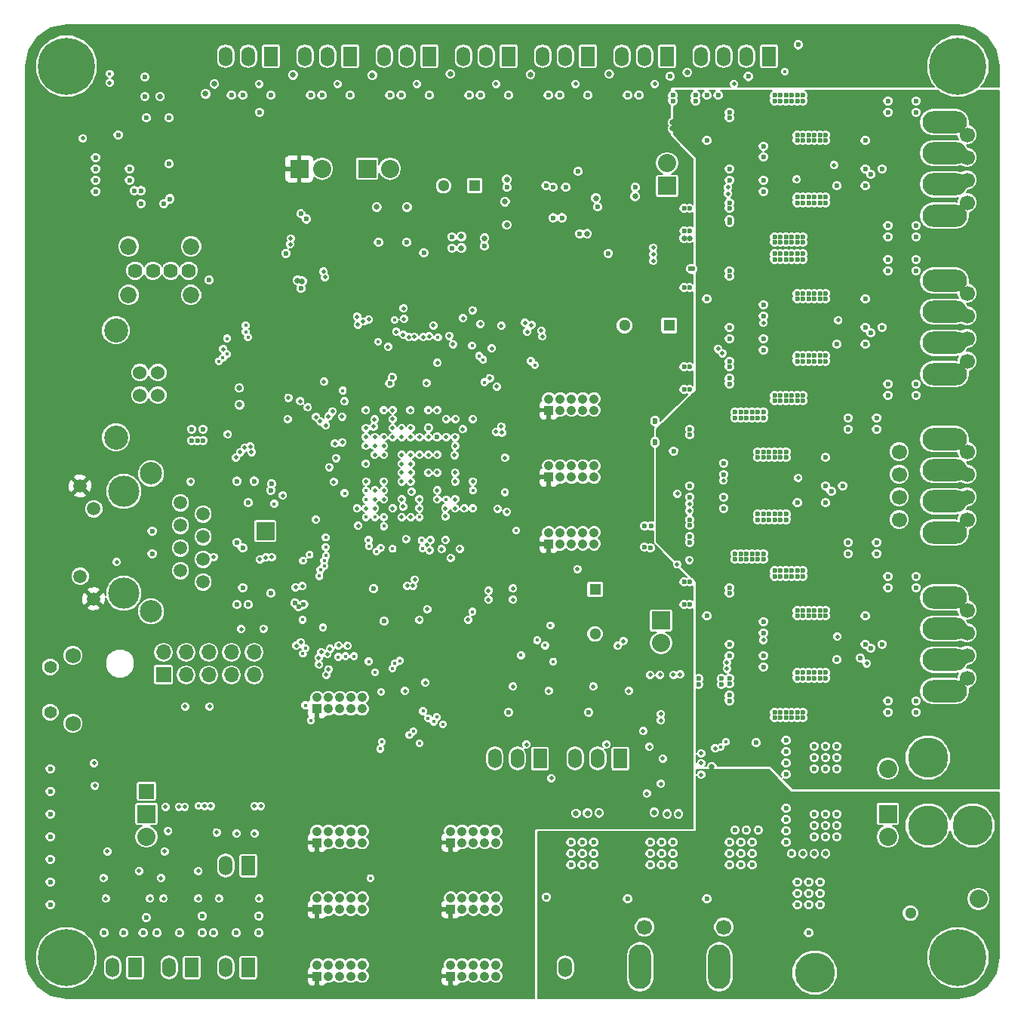
<source format=gbl>
G04 #@! TF.FileFunction,Copper,L7,Inr,Plane*
%FSLAX46Y46*%
G04 Gerber Fmt 4.6, Leading zero omitted, Abs format (unit mm)*
G04 Created by KiCad (PCBNEW 4.0.7) date 02/13/20 09:13:15*
%MOMM*%
%LPD*%
G01*
G04 APERTURE LIST*
%ADD10C,0.100000*%
%ADD11C,1.700000*%
%ADD12O,5.000000X2.500000*%
%ADD13R,1.524000X2.197100*%
%ADD14O,1.524000X2.197100*%
%ADD15R,2.032000X2.032000*%
%ADD16O,2.032000X2.032000*%
%ADD17C,1.524000*%
%ADD18C,2.700020*%
%ADD19C,1.620000*%
%ADD20C,1.850000*%
%ADD21R,1.050000X1.050000*%
%ADD22C,1.050000*%
%ADD23C,0.600000*%
%ADD24R,0.762000X0.762000*%
%ADD25R,1.998980X1.998980*%
%ADD26C,6.400000*%
%ADD27R,1.300000X1.300000*%
%ADD28C,1.300000*%
%ADD29O,2.500000X5.000000*%
%ADD30C,4.500000*%
%ADD31C,1.727200*%
%ADD32C,1.422400*%
%ADD33R,1.700000X1.700000*%
%ADD34O,1.700000X1.700000*%
%ADD35C,3.500000*%
%ADD36C,2.500000*%
%ADD37C,1.500000*%
%ADD38C,0.650000*%
%ADD39C,0.500000*%
%ADD40C,0.450000*%
%ADD41C,0.200000*%
G04 APERTURE END LIST*
D10*
D11*
X123825000Y-73660000D03*
X123825000Y-76200000D03*
X131445000Y-78740000D03*
X123825000Y-81280000D03*
X131445000Y-81280000D03*
X123825000Y-78740000D03*
D12*
X128905000Y-82720000D03*
X128905000Y-79220000D03*
D11*
X131445000Y-76200000D03*
X131445000Y-73660000D03*
D12*
X128905000Y-75720000D03*
X128905000Y-72220000D03*
D13*
X38100000Y-131521200D03*
D14*
X35560000Y-131521200D03*
D15*
X122555000Y-106680000D03*
D16*
X122555000Y-109220000D03*
D15*
X97100000Y-92600000D03*
D16*
X97100000Y-95140000D03*
D14*
X48260000Y-29286200D03*
D13*
X53340000Y-29286200D03*
D14*
X50800000Y-29286200D03*
D15*
X56515000Y-41910000D03*
D16*
X59055000Y-41910000D03*
D13*
X44450000Y-131521200D03*
D14*
X41910000Y-131521200D03*
X57150000Y-29286200D03*
D13*
X62230000Y-29286200D03*
D14*
X59690000Y-29286200D03*
D15*
X64135000Y-41910000D03*
D16*
X66675000Y-41910000D03*
D13*
X50800000Y-131521200D03*
D14*
X48260000Y-131521200D03*
X66040000Y-29286200D03*
D13*
X71120000Y-29286200D03*
D14*
X68580000Y-29286200D03*
D13*
X88900000Y-131521200D03*
D14*
X86360000Y-131521200D03*
X74930000Y-29286200D03*
D13*
X80010000Y-29286200D03*
D14*
X77470000Y-29286200D03*
D17*
X40640000Y-64770000D03*
X40640000Y-67310000D03*
X38641020Y-67310000D03*
X38641020Y-64770000D03*
D18*
X35941000Y-60040520D03*
X35941000Y-72039480D03*
D14*
X83820000Y-29286200D03*
D13*
X88900000Y-29286200D03*
D14*
X86360000Y-29286200D03*
X92710000Y-29286200D03*
D13*
X97790000Y-29286200D03*
D14*
X95250000Y-29286200D03*
D19*
X38100000Y-53340000D03*
X40100000Y-53340000D03*
X42100000Y-53340000D03*
D20*
X37370000Y-50620000D03*
D19*
X44100000Y-53340000D03*
D20*
X44370000Y-50620000D03*
X37370000Y-56060000D03*
X44370000Y-56060000D03*
D21*
X58500000Y-102500000D03*
D22*
X59770000Y-102500000D03*
X61040000Y-102500000D03*
X62310000Y-102500000D03*
X63580000Y-102500000D03*
X59770000Y-101230000D03*
X61040000Y-101230000D03*
X62310000Y-101230000D03*
X63580000Y-101230000D03*
X58500000Y-101230000D03*
D21*
X73500000Y-132500000D03*
D22*
X74770000Y-132500000D03*
X76040000Y-132500000D03*
X77310000Y-132500000D03*
X78580000Y-132500000D03*
X74770000Y-131230000D03*
X76040000Y-131230000D03*
X77310000Y-131230000D03*
X78580000Y-131230000D03*
X73500000Y-131230000D03*
D15*
X39370000Y-114300000D03*
D16*
X39370000Y-116840000D03*
D21*
X58500000Y-132500000D03*
D22*
X59770000Y-132500000D03*
X61040000Y-132500000D03*
X62310000Y-132500000D03*
X63580000Y-132500000D03*
X59770000Y-131230000D03*
X61040000Y-131230000D03*
X62310000Y-131230000D03*
X63580000Y-131230000D03*
X58500000Y-131230000D03*
D11*
X131445000Y-43180000D03*
X131445000Y-45720000D03*
D12*
X128905000Y-47160000D03*
X128905000Y-43660000D03*
D11*
X131445000Y-40640000D03*
X131445000Y-38100000D03*
D12*
X128905000Y-40160000D03*
X128905000Y-36660000D03*
D11*
X131445000Y-60960000D03*
X131445000Y-63500000D03*
D12*
X128905000Y-64940000D03*
X128905000Y-61440000D03*
D11*
X131445000Y-58420000D03*
X131445000Y-55880000D03*
D12*
X128905000Y-57940000D03*
X128905000Y-54440000D03*
D11*
X131445000Y-96520000D03*
X131445000Y-99060000D03*
D12*
X128905000Y-100500000D03*
X128905000Y-97000000D03*
D11*
X131445000Y-93980000D03*
X131445000Y-91440000D03*
D12*
X128905000Y-93500000D03*
X128905000Y-90000000D03*
D21*
X73500000Y-125000000D03*
D22*
X74770000Y-125000000D03*
X76040000Y-125000000D03*
X77310000Y-125000000D03*
X78580000Y-125000000D03*
X74770000Y-123730000D03*
X76040000Y-123730000D03*
X77310000Y-123730000D03*
X78580000Y-123730000D03*
X73500000Y-123730000D03*
D21*
X58500000Y-125000000D03*
D22*
X59770000Y-125000000D03*
X61040000Y-125000000D03*
X62310000Y-125000000D03*
X63580000Y-125000000D03*
X59770000Y-123730000D03*
X61040000Y-123730000D03*
X62310000Y-123730000D03*
X63580000Y-123730000D03*
X58500000Y-123730000D03*
D21*
X73500000Y-117500000D03*
D22*
X74770000Y-117500000D03*
X76040000Y-117500000D03*
X77310000Y-117500000D03*
X78580000Y-117500000D03*
X74770000Y-116230000D03*
X76040000Y-116230000D03*
X77310000Y-116230000D03*
X78580000Y-116230000D03*
X73500000Y-116230000D03*
D23*
X98425000Y-117475000D03*
X97155000Y-117475000D03*
X95885000Y-117475000D03*
X98425000Y-118745000D03*
X97155000Y-118745000D03*
X95885000Y-118745000D03*
X98425000Y-120015000D03*
X97155000Y-120015000D03*
X95885000Y-120015000D03*
X107315000Y-117475000D03*
X106045000Y-117475000D03*
X104775000Y-117475000D03*
X107315000Y-118745000D03*
X106045000Y-118745000D03*
X104775000Y-118745000D03*
X107315000Y-120015000D03*
X106045000Y-120015000D03*
X104775000Y-120015000D03*
X114935000Y-121920000D03*
X113665000Y-121920000D03*
X112395000Y-121920000D03*
X114935000Y-123190000D03*
X113665000Y-123190000D03*
X112395000Y-123190000D03*
X114935000Y-124460000D03*
X113665000Y-124460000D03*
X112395000Y-124460000D03*
D24*
X53205380Y-83050380D03*
X52204620Y-83050380D03*
X52204620Y-82049620D03*
X53205380Y-82049620D03*
D25*
X52705000Y-82550000D03*
D26*
X30400000Y-30400000D03*
X130400000Y-30400000D03*
X30400000Y-130400000D03*
X130400000Y-130400000D03*
D27*
X98000000Y-59500000D03*
D28*
X93000000Y-59500000D03*
X72700000Y-43815000D03*
D27*
X76200000Y-43815000D03*
X89700000Y-89100000D03*
D28*
X89700000Y-94100000D03*
D11*
X97790000Y-127000000D03*
X95250000Y-127000000D03*
D29*
X98270000Y-131445000D03*
X94770000Y-131445000D03*
D11*
X106680000Y-127000000D03*
X104140000Y-127000000D03*
D29*
X107160000Y-131445000D03*
X103660000Y-131445000D03*
D21*
X58500000Y-117500000D03*
D22*
X59770000Y-117500000D03*
X61040000Y-117500000D03*
X62310000Y-117500000D03*
X63580000Y-117500000D03*
X59770000Y-116230000D03*
X61040000Y-116230000D03*
X62310000Y-116230000D03*
X63580000Y-116230000D03*
X58500000Y-116230000D03*
D15*
X122555000Y-114300000D03*
D16*
X122555000Y-116840000D03*
D30*
X127040000Y-107950000D03*
X132040000Y-107950000D03*
X127040000Y-115570000D03*
X132040000Y-115570000D03*
X114340000Y-132080000D03*
X119340000Y-132080000D03*
D23*
X89535000Y-117475000D03*
X88265000Y-117475000D03*
X86995000Y-117475000D03*
X89535000Y-118745000D03*
X88265000Y-118745000D03*
X86995000Y-118745000D03*
X89535000Y-120015000D03*
X88265000Y-120015000D03*
X86995000Y-120015000D03*
X114300000Y-109220000D03*
X114300000Y-107950000D03*
X114300000Y-106680000D03*
X115570000Y-109220000D03*
X115570000Y-107950000D03*
X115570000Y-106680000D03*
X116840000Y-109220000D03*
X116840000Y-107950000D03*
X116840000Y-106680000D03*
X114300000Y-116840000D03*
X114300000Y-115570000D03*
X114300000Y-114300000D03*
X115570000Y-116840000D03*
X115570000Y-115570000D03*
X115570000Y-114300000D03*
X116840000Y-116840000D03*
X116840000Y-115570000D03*
X116840000Y-114300000D03*
D15*
X97790000Y-43815000D03*
D16*
X97790000Y-41275000D03*
D15*
X132715000Y-121285000D03*
D16*
X132715000Y-123825000D03*
D28*
X125095000Y-125420000D03*
D27*
X125095000Y-121920000D03*
D13*
X50800000Y-120091200D03*
D14*
X48260000Y-120091200D03*
D31*
X31115000Y-104140000D03*
X31115000Y-96520000D03*
D32*
X28575000Y-97790000D03*
X28575000Y-102870000D03*
D33*
X41270000Y-98670000D03*
D34*
X41300000Y-96160000D03*
X43840000Y-98700000D03*
X43840000Y-96160000D03*
X46380000Y-98700000D03*
X46380000Y-96160000D03*
X48920000Y-98700000D03*
X48920000Y-96160000D03*
X51460000Y-98700000D03*
X51460000Y-96160000D03*
D14*
X78460000Y-108076200D03*
D13*
X83540000Y-108076200D03*
D14*
X81000000Y-108076200D03*
X87460000Y-108076200D03*
D13*
X92540000Y-108076200D03*
D14*
X90000000Y-108076200D03*
D33*
X39370000Y-111760000D03*
D14*
X101600000Y-29286200D03*
X104140000Y-29286200D03*
D13*
X109220000Y-29286200D03*
D14*
X106680000Y-29286200D03*
D21*
X84500000Y-69000000D03*
D22*
X85770000Y-69000000D03*
X87040000Y-69000000D03*
X88310000Y-69000000D03*
X89580000Y-69000000D03*
X85770000Y-67730000D03*
X87040000Y-67730000D03*
X88310000Y-67730000D03*
X89580000Y-67730000D03*
X84500000Y-67730000D03*
D21*
X84500000Y-76500000D03*
D22*
X85770000Y-76500000D03*
X87040000Y-76500000D03*
X88310000Y-76500000D03*
X89580000Y-76500000D03*
X85770000Y-75230000D03*
X87040000Y-75230000D03*
X88310000Y-75230000D03*
X89580000Y-75230000D03*
X84500000Y-75230000D03*
D21*
X84500000Y-84000000D03*
D22*
X85770000Y-84000000D03*
X87040000Y-84000000D03*
X88310000Y-84000000D03*
X89580000Y-84000000D03*
X85770000Y-82730000D03*
X87040000Y-82730000D03*
X88310000Y-82730000D03*
X89580000Y-82730000D03*
X84500000Y-82730000D03*
D35*
X36830000Y-89535000D03*
X36830000Y-78105000D03*
D36*
X39880000Y-91565000D03*
X39880000Y-76075000D03*
D37*
X33450000Y-90155000D03*
X31930000Y-77505000D03*
X31930000Y-87615000D03*
X33450000Y-80045000D03*
X45720000Y-83185000D03*
X45720000Y-80645000D03*
X45720000Y-85725000D03*
X45720000Y-88265000D03*
X43180000Y-84455000D03*
X43180000Y-86995000D03*
X43180000Y-81915000D03*
X43180000Y-79375000D03*
D38*
X98404284Y-81854040D03*
X101370136Y-102931096D03*
D39*
X41400000Y-118500000D03*
X41800000Y-116200000D03*
X33500000Y-108600000D03*
D38*
X99088958Y-72996042D03*
X98421416Y-72758707D03*
X98425000Y-70485000D03*
X99224111Y-75387063D03*
X100253833Y-76161072D03*
X102950423Y-52807716D03*
X103528982Y-52537064D03*
X103358051Y-48758051D03*
D39*
X102900000Y-39900000D03*
X102200000Y-39900000D03*
X102900000Y-57700000D03*
X102200000Y-57700000D03*
X103000000Y-93200000D03*
X102300000Y-93200000D03*
D38*
X102953236Y-88372889D03*
X107950000Y-102870000D03*
X101370136Y-102131096D03*
X103870136Y-102131096D03*
X103870136Y-102931096D03*
X102800000Y-66700000D03*
X102700000Y-64100000D03*
X103500000Y-66700000D03*
X103500000Y-64100000D03*
X102700000Y-55200000D03*
X103500000Y-55200000D03*
X102800000Y-48900000D03*
X102800000Y-46400000D03*
X103500000Y-46400000D03*
X98400000Y-36700000D03*
X98400000Y-37400000D03*
X100900000Y-36800000D03*
X100900000Y-37500000D03*
X110490000Y-91440000D03*
X108585000Y-91440000D03*
X108585000Y-99060000D03*
X110490000Y-99060000D03*
X107950000Y-87630000D03*
X103505000Y-90805000D03*
X102870000Y-90805000D03*
X103505000Y-88265000D03*
X99060000Y-70485000D03*
X103505000Y-69850000D03*
X104140000Y-81280000D03*
X104140000Y-73660000D03*
X106045000Y-73660000D03*
X106045000Y-81280000D03*
X103505000Y-85090000D03*
X99060000Y-84455000D03*
X98425000Y-84455000D03*
X99060000Y-81915000D03*
D39*
X64952966Y-70041913D03*
X99256421Y-98643579D03*
D40*
X104394910Y-106186374D03*
D23*
X108000000Y-116100000D03*
X106700000Y-116100000D03*
X105400000Y-116100000D03*
D40*
X83200000Y-94800000D03*
D23*
X89000000Y-102900000D03*
X80000000Y-102900000D03*
X95996760Y-81975960D03*
X95280480Y-81975962D03*
D39*
X97000000Y-98700000D03*
D40*
X81400000Y-96500000D03*
X85000000Y-97200000D03*
D23*
X121920000Y-95250000D03*
X117475000Y-77470000D03*
X121920000Y-59690000D03*
X121920000Y-41910000D03*
X49530000Y-76945490D03*
X112500000Y-28000000D03*
X57014991Y-90758252D03*
D39*
X58382925Y-81277086D03*
D23*
X34600010Y-127635000D03*
D39*
X34550010Y-121500000D03*
X70862017Y-91319024D03*
D23*
X64856310Y-89032029D03*
X66039852Y-92681417D03*
D39*
X82100783Y-60189836D03*
D23*
X53395357Y-77278689D03*
D39*
X52090451Y-85733497D03*
D23*
X53306270Y-77992421D03*
D39*
X55204360Y-69988596D03*
X61335633Y-72590476D03*
D23*
X56015009Y-90646845D03*
X56437156Y-91066763D03*
D39*
X68264863Y-58747284D03*
D23*
X70485000Y-51365268D03*
X73660000Y-50800000D03*
X98505586Y-73579414D03*
X96449196Y-70118248D03*
X96449196Y-70314952D03*
X96399287Y-72504351D03*
X96399287Y-72684233D03*
D39*
X74037907Y-70000000D03*
X91000000Y-106500000D03*
X82000000Y-106500000D03*
D23*
X56726360Y-46959208D03*
X57346617Y-47560093D03*
X55016143Y-51394348D03*
D39*
X70000000Y-92500000D03*
D23*
X100413204Y-53149376D03*
X100688126Y-53149376D03*
X99694876Y-48875004D03*
X100330724Y-48875560D03*
X108585000Y-40560090D03*
X104815301Y-47907008D03*
D39*
X64000000Y-80000000D03*
X64000000Y-75000000D03*
D23*
X95236448Y-84347050D03*
D39*
X93500000Y-100500000D03*
X84500000Y-100500000D03*
X100300000Y-85800000D03*
X98900000Y-86300000D03*
X38548331Y-120705754D03*
X52000000Y-123800000D03*
X45200000Y-120700000D03*
X41300000Y-123800000D03*
X41000000Y-121500000D03*
X34800000Y-123800000D03*
X49500000Y-116500000D03*
X97100000Y-110900000D03*
X97300000Y-108100000D03*
X101600000Y-109900000D03*
X101600000Y-108600000D03*
D23*
X106887645Y-31558230D03*
X98134593Y-31555270D03*
D39*
X97100000Y-103100000D03*
D23*
X56701708Y-55343798D03*
X87989987Y-49200000D03*
X42006612Y-45279103D03*
X41336776Y-45829867D03*
X41910000Y-41360090D03*
X38752400Y-45798350D03*
D39*
X77750000Y-90250000D03*
X80500000Y-90250000D03*
X35250000Y-32250000D03*
X59296510Y-65796510D03*
X70000000Y-72000000D03*
X71000000Y-72000000D03*
X69000000Y-75000000D03*
X70000000Y-74000000D03*
X72000000Y-74000000D03*
X71000000Y-74000000D03*
X72000000Y-76000000D03*
X71000000Y-76000000D03*
X69000000Y-76000000D03*
X69000000Y-77000000D03*
X69000000Y-74000000D03*
X68000000Y-74000000D03*
X68000000Y-75000000D03*
X68000000Y-76000000D03*
X68000000Y-77000000D03*
X76000000Y-77000000D03*
X76000000Y-70000000D03*
D23*
X77300000Y-50600000D03*
X91200000Y-51400000D03*
X46400000Y-54400000D03*
X39200000Y-33800000D03*
X39200000Y-31600000D03*
X86000000Y-47400000D03*
X85000000Y-44000000D03*
X86400000Y-44000000D03*
X85000000Y-47400000D03*
X87800000Y-42200000D03*
X94200000Y-44000000D03*
X84200000Y-43800000D03*
X79800000Y-44000000D03*
X111125000Y-107315000D03*
X111125000Y-108585000D03*
X111125000Y-109855000D03*
X111125000Y-114935000D03*
X111125000Y-116205000D03*
X111125000Y-117475000D03*
X65405000Y-50165000D03*
X68580000Y-50165000D03*
X73660000Y-49530000D03*
X41910000Y-36195000D03*
X39370000Y-36195000D03*
X50800000Y-90805000D03*
X49530000Y-90805000D03*
X50165000Y-88900000D03*
X36195000Y-38100000D03*
X33655000Y-44450000D03*
X45720000Y-71120000D03*
X44450000Y-71120000D03*
X45720000Y-72390000D03*
X45085000Y-72390000D03*
X44450000Y-72390000D03*
X53340000Y-89535000D03*
X40005000Y-85090000D03*
X40005000Y-82550000D03*
X28575000Y-109220000D03*
X28575000Y-111760000D03*
X28575000Y-114300000D03*
X28575000Y-116840000D03*
X28575000Y-119380000D03*
X28575000Y-121920000D03*
X28575000Y-124460000D03*
X108585000Y-93980000D03*
X108585000Y-92710000D03*
X108585000Y-97790000D03*
X108585000Y-96520000D03*
X104775000Y-100965000D03*
X104775000Y-101600000D03*
X104775000Y-89535000D03*
X104775000Y-88900000D03*
X100330000Y-83820000D03*
X100330000Y-83185000D03*
X104140000Y-80010000D03*
X104140000Y-78740000D03*
X104140000Y-76200000D03*
X104140000Y-74930000D03*
X100330000Y-71755000D03*
X100330000Y-71120000D03*
X108585000Y-58420000D03*
X108585000Y-57150000D03*
X108585000Y-62230000D03*
X108585000Y-60960000D03*
X104775000Y-66040000D03*
X104775000Y-65405000D03*
X104775000Y-53975000D03*
X104775000Y-53340000D03*
X104775000Y-36195000D03*
X104775000Y-47625000D03*
X108585000Y-44450000D03*
X108585000Y-43180000D03*
X108585000Y-39370000D03*
X104775000Y-35560000D03*
X99695000Y-90805000D03*
X100330000Y-90805000D03*
X99695000Y-88265000D03*
X100330000Y-88265000D03*
X101335136Y-99126096D03*
X101335136Y-99761096D03*
X103875136Y-99126096D03*
X103875136Y-99761096D03*
X95885000Y-84455000D03*
X99695000Y-66675000D03*
X100330000Y-66675000D03*
X99695000Y-64135000D03*
X100330000Y-64135000D03*
X99695000Y-55245000D03*
X100330000Y-55245000D03*
X100965000Y-33655000D03*
X98425000Y-33655000D03*
X99695000Y-46355000D03*
X100330000Y-46355000D03*
X100965000Y-34290000D03*
X98425000Y-34290000D03*
X104775000Y-99060000D03*
X104775000Y-99695000D03*
X104775000Y-95250000D03*
X102235000Y-92075000D03*
X100330000Y-81280000D03*
X100330000Y-81915000D03*
X100330000Y-77470000D03*
X120015000Y-41910000D03*
X120015000Y-59690000D03*
X115570000Y-77470000D03*
X120015000Y-95250000D03*
X125730000Y-102870000D03*
X125730000Y-101600000D03*
X122555000Y-102870000D03*
X122555000Y-101600000D03*
X120015000Y-92075000D03*
X125730000Y-88900000D03*
X125730000Y-87630000D03*
X122555000Y-88900000D03*
X122555000Y-87630000D03*
X121285000Y-85090000D03*
X121285000Y-83820000D03*
X118110000Y-85090000D03*
X118110000Y-83820000D03*
X121285000Y-71120000D03*
X121285000Y-69850000D03*
X118110000Y-71120000D03*
X118110000Y-69850000D03*
X125730000Y-67310000D03*
X125730000Y-66040000D03*
X122555000Y-67310000D03*
X122555000Y-66040000D03*
X125730000Y-53340000D03*
X125730000Y-52070000D03*
X122555000Y-53340000D03*
X122555000Y-52070000D03*
X115570000Y-74295000D03*
X120015000Y-56515000D03*
X104775000Y-64135000D03*
X104775000Y-63500000D03*
X104775000Y-59690000D03*
X102235000Y-56515000D03*
X102235000Y-38735000D03*
X104775000Y-45720000D03*
X104775000Y-46355000D03*
X104775000Y-41910000D03*
X125730000Y-49530000D03*
X125730000Y-48260000D03*
X122555000Y-49530000D03*
X122555000Y-48260000D03*
X125730000Y-35560000D03*
X125730000Y-34290000D03*
X122555000Y-35560000D03*
X122555000Y-34290000D03*
X120015000Y-38735000D03*
X52070000Y-35560000D03*
X88900000Y-33655000D03*
X80010000Y-33655000D03*
X71120000Y-33655000D03*
X62230000Y-33655000D03*
X53340000Y-33655000D03*
X46925230Y-127635000D03*
X40565070Y-127635000D03*
D38*
X90159513Y-114167109D03*
X88868449Y-114205457D03*
X87560955Y-114230681D03*
X96335000Y-114115000D03*
X97790000Y-114300000D03*
X99060000Y-114300000D03*
X115570000Y-118745000D03*
X114300000Y-118745000D03*
X113030000Y-118745000D03*
D40*
X63996134Y-81001249D03*
X64334149Y-84227316D03*
D39*
X58704355Y-96764524D03*
X43670653Y-113483539D03*
X63133621Y-81960776D03*
X59679412Y-96369204D03*
X46599801Y-113400000D03*
X96250000Y-51500000D03*
X96250000Y-52250000D03*
X96250000Y-50750000D03*
D40*
X64500000Y-121500000D03*
D38*
X49807839Y-68373940D03*
X49774990Y-66491611D03*
X74700000Y-50800000D03*
X56325010Y-54429161D03*
D39*
X80500000Y-100000000D03*
X89500000Y-100000000D03*
D38*
X56835085Y-54529639D03*
D39*
X32250000Y-38500000D03*
D38*
X79800000Y-48200000D03*
X79800000Y-43100000D03*
X79600000Y-45600000D03*
X77300000Y-49700000D03*
X74700000Y-49500000D03*
X65200000Y-46200000D03*
X68600000Y-46200000D03*
X46000000Y-33500000D03*
X94200000Y-45000000D03*
X89800000Y-45200000D03*
D39*
X66018908Y-71010434D03*
D23*
X45500000Y-106500000D03*
D40*
X67500000Y-122000000D03*
D39*
X56653967Y-83041153D03*
X59222534Y-79302952D03*
X73613343Y-92314792D03*
X55722933Y-87956162D03*
X56421706Y-88099863D03*
X55809997Y-70442771D03*
X53500662Y-90638148D03*
X68264863Y-56317509D03*
X79529751Y-54351345D03*
D23*
X100348734Y-78739501D03*
D39*
X94800000Y-78200000D03*
X98949012Y-78369426D03*
X97349821Y-85553490D03*
D23*
X57211037Y-46386969D03*
X55645044Y-46152842D03*
X50550626Y-50522608D03*
D39*
X68500000Y-92500000D03*
X78002130Y-87508080D03*
X80490826Y-87834018D03*
X33416776Y-113668191D03*
X100344531Y-43189409D03*
X100356654Y-60944631D03*
X100425806Y-96517619D03*
D23*
X104775000Y-96520000D03*
X104775000Y-60960000D03*
X104775000Y-43180000D03*
D39*
X63000000Y-73000000D03*
X42960000Y-102250000D03*
X45710000Y-102250000D03*
D23*
X41674742Y-33783745D03*
D39*
X65000000Y-76000000D03*
X72000000Y-73000000D03*
X69000000Y-73000000D03*
X73000000Y-75000000D03*
X72000000Y-75000000D03*
X73000000Y-77000000D03*
X72000000Y-77000000D03*
X70000000Y-77000000D03*
X70000000Y-78000000D03*
X67000000Y-73000000D03*
X67000000Y-74000000D03*
X67000000Y-75000000D03*
X67000000Y-76000000D03*
X75000000Y-77000000D03*
X75000000Y-70000000D03*
D23*
X70485000Y-48895000D03*
X38400000Y-33800000D03*
X38200000Y-31600000D03*
X61800000Y-49200000D03*
X61800000Y-47400000D03*
X46000000Y-31200000D03*
D39*
X59541344Y-98685944D03*
X52200000Y-113400000D03*
X101600000Y-107500000D03*
X97100000Y-103800000D03*
X58745910Y-97539695D03*
D40*
X64288589Y-83562975D03*
X63985354Y-79000090D03*
D39*
X45900000Y-113400000D03*
X59956375Y-95781261D03*
X63000000Y-80012751D03*
X41500000Y-113500000D03*
D23*
X38987795Y-127635000D03*
X45645070Y-127635000D03*
X52005230Y-127635000D03*
D39*
X68007855Y-80999282D03*
X68499910Y-83458826D03*
X69022419Y-81000358D03*
D23*
X49541270Y-83831270D03*
X50165000Y-84455000D03*
X93345000Y-123825000D03*
X102235000Y-123825000D03*
X84245636Y-123615632D03*
X113665000Y-127635000D03*
X39335694Y-125921222D03*
X36794400Y-127635000D03*
D38*
X100055425Y-31099175D03*
X55813477Y-31372440D03*
X64720775Y-31424254D03*
X73469097Y-31267634D03*
X82463537Y-31334757D03*
X91278983Y-31267634D03*
X46990000Y-32385000D03*
D23*
X50165000Y-33655000D03*
X48895000Y-33655000D03*
X45645070Y-125730000D03*
X43105070Y-127635000D03*
X59051876Y-33647975D03*
X57785000Y-33655000D03*
X52005230Y-125730000D03*
X49465230Y-127635000D03*
X67945000Y-33655000D03*
X66675000Y-33655000D03*
X76835000Y-33655000D03*
X75565000Y-33655000D03*
X85725000Y-33655000D03*
X84455000Y-33655000D03*
X94615000Y-33655000D03*
X93345000Y-33655000D03*
X103505000Y-33655000D03*
X102235000Y-33655000D03*
D39*
X77750000Y-89250000D03*
D40*
X35250000Y-31250000D03*
D39*
X69286575Y-88680705D03*
X68636885Y-88697668D03*
X44329742Y-76995490D03*
X46901783Y-85455656D03*
X65000000Y-74000000D03*
X43710000Y-102250000D03*
X70846613Y-84115068D03*
X70000000Y-79000000D03*
X72469450Y-84604333D03*
X72000000Y-79000000D03*
X71217734Y-83576616D03*
X69999910Y-80000000D03*
X73993966Y-80002304D03*
X71119728Y-84704808D03*
X72000000Y-78000000D03*
X87710179Y-86821249D03*
D40*
X59175957Y-93385657D03*
D39*
X58971399Y-96159069D03*
X43005558Y-113483501D03*
X75449821Y-92501464D03*
D40*
X59481274Y-83274821D03*
X66972172Y-97976811D03*
X50754912Y-60804378D03*
D39*
X67000000Y-70000000D03*
X70649455Y-99572107D03*
D40*
X64304024Y-97192299D03*
X67200000Y-58868739D03*
X56947759Y-85890088D03*
X50500000Y-59500000D03*
D23*
X112395000Y-45085000D03*
X113030000Y-45085000D03*
X113665000Y-45085000D03*
X114300000Y-45085000D03*
X114935000Y-45085000D03*
X115570000Y-45085000D03*
X115570000Y-45720000D03*
X112395000Y-45720000D03*
X113030000Y-45720000D03*
X113665000Y-45720000D03*
X114300000Y-45720000D03*
X114935000Y-45720000D03*
X109855000Y-49530000D03*
X110490000Y-49530000D03*
X111125000Y-49530000D03*
X111760000Y-49530000D03*
X112395000Y-49530000D03*
X113030000Y-49530000D03*
X113030000Y-50165000D03*
X109855000Y-50165000D03*
X110490000Y-50165000D03*
X111125000Y-50165000D03*
X111760000Y-50165000D03*
X112395000Y-50165000D03*
X113030000Y-34290000D03*
X109855000Y-34290000D03*
X110490000Y-34290000D03*
X111125000Y-34290000D03*
X111760000Y-34290000D03*
X112395000Y-34290000D03*
X109855000Y-33655000D03*
X112395000Y-33655000D03*
X113030000Y-33655000D03*
X111760000Y-33655000D03*
X111125000Y-33655000D03*
X110490000Y-33655000D03*
X112395000Y-38100000D03*
X115570000Y-38100000D03*
X114935000Y-38100000D03*
X114300000Y-38100000D03*
X113665000Y-38100000D03*
X113030000Y-38100000D03*
X114935000Y-38735000D03*
X115570000Y-38735000D03*
X114300000Y-38735000D03*
X113665000Y-38735000D03*
X113030000Y-38735000D03*
X112395000Y-38735000D03*
X112395000Y-63500000D03*
X113030000Y-63500000D03*
X113665000Y-63500000D03*
X114300000Y-63500000D03*
X114935000Y-63500000D03*
X115570000Y-63500000D03*
X115570000Y-62865000D03*
X114935000Y-62865000D03*
X114300000Y-62865000D03*
X113665000Y-62865000D03*
X113030000Y-62865000D03*
X112395000Y-62865000D03*
X109855000Y-67945000D03*
X110490000Y-67945000D03*
X111125000Y-67945000D03*
X111760000Y-67945000D03*
X112395000Y-67945000D03*
X113030000Y-67945000D03*
X113030000Y-67310000D03*
X112395000Y-67310000D03*
X111760000Y-67310000D03*
X111125000Y-67310000D03*
X110490000Y-67310000D03*
X109855000Y-67310000D03*
X109855000Y-51435000D03*
X110490000Y-51435000D03*
X111125000Y-51435000D03*
X111760000Y-51435000D03*
X112395000Y-51435000D03*
X113030000Y-51435000D03*
X113030000Y-52070000D03*
X112395000Y-52070000D03*
X111760000Y-52070000D03*
X111125000Y-52070000D03*
X110490000Y-52070000D03*
X109855000Y-52070000D03*
X112395000Y-56515000D03*
X113030000Y-56515000D03*
X113665000Y-56515000D03*
X114300000Y-56515000D03*
X114935000Y-56515000D03*
X115570000Y-56515000D03*
X115570000Y-55880000D03*
X114935000Y-55880000D03*
X114300000Y-55880000D03*
X113665000Y-55880000D03*
X113030000Y-55880000D03*
X112395000Y-55880000D03*
X107950000Y-80645000D03*
X108585000Y-80645000D03*
X109220000Y-80645000D03*
X109855000Y-80645000D03*
X110490000Y-80645000D03*
X111125000Y-80645000D03*
X111125000Y-81280000D03*
X110490000Y-81280000D03*
X109855000Y-81280000D03*
X109220000Y-81280000D03*
X108585000Y-81280000D03*
X107950000Y-81280000D03*
X105410000Y-85725000D03*
X106045000Y-85725000D03*
X106680000Y-85725000D03*
X107315000Y-85725000D03*
X107950000Y-85725000D03*
X108585000Y-85725000D03*
X108585000Y-85090000D03*
X107950000Y-85090000D03*
X107315000Y-85090000D03*
X106680000Y-85090000D03*
X106045000Y-85090000D03*
X105410000Y-85090000D03*
X105410000Y-69215000D03*
X106045000Y-69215000D03*
X106680000Y-69215000D03*
X107315000Y-69215000D03*
X107950000Y-69215000D03*
X108585000Y-69215000D03*
X108585000Y-69850000D03*
X107950000Y-69850000D03*
X107315000Y-69850000D03*
X106680000Y-69850000D03*
X106045000Y-69850000D03*
X105410000Y-69850000D03*
X107950000Y-74295000D03*
X108585000Y-74295000D03*
X109220000Y-74295000D03*
X109855000Y-74295000D03*
X110490000Y-74295000D03*
X111125000Y-74295000D03*
X111125000Y-73660000D03*
X110490000Y-73660000D03*
X109855000Y-73660000D03*
X109220000Y-73660000D03*
X108585000Y-73660000D03*
X107950000Y-73660000D03*
X112395000Y-98425000D03*
X113030000Y-98425000D03*
X113665000Y-98425000D03*
X114300000Y-98425000D03*
X114935000Y-98425000D03*
X115570000Y-98425000D03*
X115570000Y-99060000D03*
X114935000Y-99060000D03*
X114300000Y-99060000D03*
X113665000Y-99060000D03*
X113030000Y-99060000D03*
X112395000Y-99060000D03*
X109855000Y-103505000D03*
X110490000Y-103505000D03*
X111125000Y-103505000D03*
X111760000Y-103505000D03*
X112395000Y-103505000D03*
X113030000Y-103505000D03*
X113030000Y-102870000D03*
X112395000Y-102870000D03*
X111760000Y-102870000D03*
X111125000Y-102870000D03*
X110490000Y-102870000D03*
X109855000Y-102870000D03*
X109855000Y-86995000D03*
X110490000Y-86995000D03*
X111125000Y-86995000D03*
X111760000Y-86995000D03*
X112395000Y-86995000D03*
X113030000Y-86995000D03*
X113030000Y-87630000D03*
X112395000Y-87630000D03*
X111760000Y-87630000D03*
X111125000Y-87630000D03*
X110490000Y-87630000D03*
X109855000Y-87630000D03*
X112395000Y-92075000D03*
X113030000Y-92075000D03*
X113665000Y-92075000D03*
X114300000Y-92075000D03*
X114935000Y-92075000D03*
X115570000Y-92075000D03*
X115570000Y-91440000D03*
X114935000Y-91440000D03*
X114300000Y-91440000D03*
X113665000Y-91440000D03*
X113030000Y-91440000D03*
X112395000Y-91440000D03*
D39*
X68374327Y-100494084D03*
D40*
X82964311Y-63925090D03*
X77134547Y-63313598D03*
X66009793Y-82013529D03*
X82489401Y-63478171D03*
X76700000Y-62900000D03*
D39*
X75025940Y-80031910D03*
D38*
X40900000Y-33800000D03*
D23*
X38757275Y-44349910D03*
D39*
X68160900Y-79806800D03*
D40*
X66986016Y-84543760D03*
D23*
X37465000Y-41910000D03*
D39*
X65005460Y-79999901D03*
D23*
X38006951Y-44349910D03*
X33655000Y-40640000D03*
D39*
X67000000Y-80000000D03*
X74000000Y-79000000D03*
D23*
X33655000Y-41910000D03*
D39*
X68000000Y-79000000D03*
D23*
X33655000Y-43180000D03*
D39*
X75945367Y-57776135D03*
X95500000Y-112000000D03*
X103167571Y-106928599D03*
X74884869Y-58669374D03*
X79189915Y-59522287D03*
X84796510Y-110296510D03*
X95800000Y-106749821D03*
D23*
X111760000Y-118745000D03*
D39*
X69467447Y-88004464D03*
X48500000Y-71700000D03*
X92239104Y-95435269D03*
X82566479Y-59438264D03*
X95900000Y-98700000D03*
X95100000Y-105000000D03*
X55573490Y-49733490D03*
X68000000Y-71000000D03*
X55495313Y-50378683D03*
X67000000Y-71000000D03*
X59409616Y-54063015D03*
X73000000Y-72000000D03*
X77895814Y-65387857D03*
X59242967Y-53434833D03*
X73940558Y-74026214D03*
X72929541Y-83556530D03*
X72900090Y-80000000D03*
D40*
X72081480Y-60833138D03*
D39*
X104503490Y-97296510D03*
X73344948Y-60649811D03*
X104500000Y-98000000D03*
X69000000Y-71000000D03*
X71083776Y-60712574D03*
X116900000Y-94400000D03*
X36019740Y-86029800D03*
X66000000Y-79000000D03*
X58410525Y-69765366D03*
X63095711Y-59400180D03*
X112338461Y-43116245D03*
X108600000Y-94800000D03*
X104100000Y-76900000D03*
X108600000Y-59200000D03*
X58870081Y-70224924D03*
X59490717Y-70699812D03*
D40*
X77290140Y-65855279D03*
X53700000Y-79500000D03*
X61400000Y-66800000D03*
D39*
X59791180Y-98068838D03*
D40*
X65661293Y-84453972D03*
D39*
X51500000Y-113400000D03*
D40*
X66000000Y-81000000D03*
D39*
X64000000Y-73003368D03*
X64000000Y-72000090D03*
X60242574Y-69113984D03*
D23*
X116840000Y-96986164D03*
D39*
X65000000Y-72000000D03*
D23*
X112395000Y-79375000D03*
X116840000Y-43815000D03*
X116840000Y-61595000D03*
D39*
X63997534Y-71000090D03*
X64314780Y-58814691D03*
X104600000Y-44700000D03*
X67389620Y-60193461D03*
X117000000Y-58900000D03*
X68188208Y-60544629D03*
X103500000Y-62100000D03*
X70436827Y-60774561D03*
X100300000Y-80300000D03*
X67000000Y-69000000D03*
X69437016Y-60767865D03*
X112500000Y-76600000D03*
X68787697Y-60795623D03*
X104000000Y-62600000D03*
D40*
X59474910Y-84360926D03*
D39*
X73500090Y-85570072D03*
X72900090Y-80921442D03*
D40*
X57675690Y-85215460D03*
D39*
X74542402Y-84540574D03*
D40*
X59533507Y-85312021D03*
D39*
X78766324Y-80052492D03*
X74000000Y-77000000D03*
D40*
X59314828Y-86480701D03*
D39*
X79811221Y-80389134D03*
X74000000Y-76000000D03*
D23*
X119490587Y-96803505D03*
D39*
X66000000Y-73000000D03*
D23*
X115570000Y-79375000D03*
X120015000Y-43815000D03*
X120015000Y-61595000D03*
D40*
X59308498Y-85880823D03*
D39*
X78598768Y-71439830D03*
D40*
X47956403Y-63110653D03*
D23*
X66674993Y-66012852D03*
X71000000Y-71000000D03*
D39*
X52500000Y-93500000D03*
X73000000Y-70000000D03*
X52773545Y-85496523D03*
X56098995Y-88865096D03*
X79586562Y-74329276D03*
X74000000Y-73000000D03*
D40*
X58887728Y-86901968D03*
D39*
X79243816Y-71519196D03*
X74000000Y-72000000D03*
X50000000Y-93549821D03*
D40*
X48395544Y-62701937D03*
D23*
X66938965Y-65310936D03*
X72000000Y-72000000D03*
D39*
X74855659Y-71140012D03*
X53423371Y-85485952D03*
X56848111Y-88721703D03*
X79157958Y-70811184D03*
X76851598Y-59315699D03*
D23*
X50800000Y-79375000D03*
X51459912Y-76945490D03*
X90000000Y-46200000D03*
D40*
X45200000Y-113400000D03*
D39*
X47500000Y-123800000D03*
X47239801Y-116357143D03*
X39775174Y-123793218D03*
X45200000Y-123800000D03*
D38*
X102800000Y-114000000D03*
X102797987Y-111000000D03*
X102797987Y-113000000D03*
X102797987Y-112000000D03*
X102797987Y-110000000D03*
X102797987Y-109000000D03*
X106200000Y-111000000D03*
X107725000Y-112675000D03*
D39*
X33593541Y-111114086D03*
X35000000Y-118500000D03*
X101600000Y-110800000D03*
D38*
X99060000Y-123825000D03*
X120015000Y-127635000D03*
X108585000Y-123825000D03*
X90170000Y-123825000D03*
D40*
X103800000Y-106800000D03*
D39*
X51500000Y-116500000D03*
X68232475Y-57558771D03*
X80500000Y-89000000D03*
D23*
X111125000Y-113665000D03*
X111125000Y-106045000D03*
D39*
X61935597Y-95440313D03*
X60935786Y-95399956D03*
X55294313Y-67589141D03*
X87500000Y-32385000D03*
X57473589Y-68680136D03*
X105300000Y-32385000D03*
X78119382Y-62044204D03*
X61323879Y-69722051D03*
X63704075Y-59037006D03*
X116500000Y-41500000D03*
X104600000Y-44000000D03*
X63000000Y-58500000D03*
X56627586Y-67985595D03*
X96400000Y-32385000D03*
X60520744Y-72744614D03*
X78600000Y-32385000D03*
D40*
X56888024Y-92521670D03*
D39*
X60376421Y-77031614D03*
X64014382Y-77000000D03*
X65000000Y-78997010D03*
X59892231Y-75390209D03*
X52000000Y-32385000D03*
X65010822Y-77997199D03*
X60800000Y-32385000D03*
X51011150Y-73049843D03*
X65000000Y-73000000D03*
X71571099Y-59500298D03*
X100300000Y-79500000D03*
X64000000Y-69000000D03*
X54672916Y-78565153D03*
X66000000Y-77000000D03*
X60639094Y-74374221D03*
X69700000Y-32385000D03*
X66000000Y-78000000D03*
X51157604Y-73685681D03*
X66000000Y-74000000D03*
X65996510Y-72011858D03*
X50380050Y-73205077D03*
X56700090Y-95021495D03*
X67000000Y-72000000D03*
X59800000Y-69700000D03*
X49900000Y-73700000D03*
X61582003Y-68011292D03*
X56187096Y-95420523D03*
X68000000Y-72000000D03*
X49400000Y-74300000D03*
X72002768Y-63691677D03*
X69000000Y-72000000D03*
X72000000Y-69000000D03*
D40*
X58774910Y-87610378D03*
X50499416Y-60190762D03*
X71000000Y-69000000D03*
X56925090Y-96298156D03*
X48412599Y-60954348D03*
X65359235Y-61309233D03*
X75913024Y-61753425D03*
X111000000Y-31000000D03*
X60893770Y-96671731D03*
X61700000Y-96600000D03*
X62661032Y-96595323D03*
X72625268Y-104247424D03*
X71925446Y-103433686D03*
X71612071Y-103945243D03*
X70242923Y-83600000D03*
X67199966Y-97421829D03*
X57820695Y-103800000D03*
X65173183Y-84858019D03*
X57200000Y-102100000D03*
X65000000Y-81000000D03*
X47500000Y-63500000D03*
X66000000Y-69000000D03*
X65000000Y-98400000D03*
X70000000Y-81000000D03*
X70351272Y-84499991D03*
X67800000Y-97100000D03*
X70975634Y-103569958D03*
X70404570Y-102766540D03*
X80865458Y-82502462D03*
X69314435Y-105028870D03*
X76000000Y-80000000D03*
X75950153Y-91604392D03*
X68872431Y-105434488D03*
X65700000Y-100600000D03*
X73000000Y-79000000D03*
X65600000Y-107000000D03*
X79600000Y-78200000D03*
X76000000Y-78000000D03*
X65766826Y-106200000D03*
X69992614Y-106379012D03*
X57200000Y-95700000D03*
X61600000Y-78300000D03*
X64000000Y-78000000D03*
D38*
X99700000Y-49700000D03*
X100300000Y-49700000D03*
X88815000Y-49200000D03*
D40*
X84100000Y-95400000D03*
D39*
X83804355Y-60723476D03*
D23*
X107800000Y-106300000D03*
D40*
X84693760Y-93146880D03*
D39*
X83669209Y-60087771D03*
X92885230Y-94902216D03*
X81841660Y-59190392D03*
X46460000Y-102250000D03*
X47996926Y-62135842D03*
X66483778Y-61876523D03*
X73763475Y-61619111D03*
X68992186Y-69000000D03*
X78683111Y-66349533D03*
X70781062Y-65938400D03*
X98500000Y-98700000D03*
X64859984Y-70825745D03*
X120200000Y-97400000D03*
D23*
X120650000Y-95668153D03*
X116205000Y-78105000D03*
X120650000Y-42545000D03*
X120650000Y-60325000D03*
D39*
X69100357Y-78140016D03*
D23*
X37465000Y-43180000D03*
D41*
G36*
X132167098Y-26133844D02*
X133665173Y-27134825D01*
X134666156Y-28632902D01*
X135025000Y-30436932D01*
X135025000Y-32720000D01*
X133030020Y-32720000D01*
X133365425Y-32385179D01*
X133899391Y-31099247D01*
X133900606Y-29706861D01*
X133368886Y-28419999D01*
X132385179Y-27434575D01*
X131099247Y-26900609D01*
X129706861Y-26899394D01*
X128419999Y-27431114D01*
X127434575Y-28414821D01*
X126900609Y-29700753D01*
X126899394Y-31093139D01*
X127431114Y-32380001D01*
X127770521Y-32720000D01*
X105742912Y-32720000D01*
X105765995Y-32696957D01*
X105849904Y-32494882D01*
X105850095Y-32276078D01*
X105766539Y-32073857D01*
X105611957Y-31919005D01*
X105409882Y-31835096D01*
X105191078Y-31834905D01*
X104988857Y-31918461D01*
X104834005Y-32073043D01*
X104750096Y-32275118D01*
X104749905Y-32493922D01*
X104833461Y-32696143D01*
X104857276Y-32720000D01*
X98425000Y-32720000D01*
X98315963Y-32740517D01*
X98215819Y-32804958D01*
X98148636Y-32903283D01*
X98125000Y-33020000D01*
X98125000Y-33129756D01*
X98085571Y-33146048D01*
X97916641Y-33314683D01*
X97825104Y-33535129D01*
X97824896Y-33773824D01*
X97907077Y-33972717D01*
X97825104Y-34170129D01*
X97824896Y-34408824D01*
X97916048Y-34629429D01*
X98084683Y-34798359D01*
X98125000Y-34815100D01*
X98125000Y-36137377D01*
X98046429Y-36169842D01*
X97870460Y-36345504D01*
X97775109Y-36575134D01*
X97774892Y-36823775D01*
X97868480Y-37050274D01*
X97775109Y-37275134D01*
X97774892Y-37523775D01*
X97869842Y-37753571D01*
X98045504Y-37929540D01*
X98125000Y-37962550D01*
X98125000Y-38100000D01*
X98146188Y-38210742D01*
X98211239Y-38310491D01*
X100700000Y-40837912D01*
X100700000Y-45876376D01*
X100670317Y-45846641D01*
X100449871Y-45755104D01*
X100211176Y-45754896D01*
X100012283Y-45837077D01*
X99814871Y-45755104D01*
X99576176Y-45754896D01*
X99355571Y-45846048D01*
X99186641Y-46014683D01*
X99095104Y-46235129D01*
X99094896Y-46473824D01*
X99186048Y-46694429D01*
X99354683Y-46863359D01*
X99575129Y-46954896D01*
X99813824Y-46955104D01*
X100012717Y-46872923D01*
X100210129Y-46954896D01*
X100448824Y-46955104D01*
X100669429Y-46863952D01*
X100700000Y-46833434D01*
X100700000Y-48396211D01*
X100671041Y-48367201D01*
X100450595Y-48275664D01*
X100211900Y-48275456D01*
X100013254Y-48357535D01*
X99814747Y-48275108D01*
X99576052Y-48274900D01*
X99355447Y-48366052D01*
X99186517Y-48534687D01*
X99094980Y-48755133D01*
X99094772Y-48993828D01*
X99185924Y-49214433D01*
X99243741Y-49272351D01*
X99170460Y-49345504D01*
X99075109Y-49575134D01*
X99074892Y-49823775D01*
X99169842Y-50053571D01*
X99345504Y-50229540D01*
X99575134Y-50324891D01*
X99823775Y-50325108D01*
X100000150Y-50252231D01*
X100175134Y-50324891D01*
X100423775Y-50325108D01*
X100653571Y-50230158D01*
X100700000Y-50183810D01*
X100700000Y-52549386D01*
X100569302Y-52549272D01*
X100550893Y-52556879D01*
X100533075Y-52549480D01*
X100294380Y-52549272D01*
X100073775Y-52640424D01*
X99904845Y-52809059D01*
X99813308Y-53029505D01*
X99813100Y-53268200D01*
X99904252Y-53488805D01*
X100072887Y-53657735D01*
X100293333Y-53749272D01*
X100532028Y-53749480D01*
X100550437Y-53741873D01*
X100568255Y-53749272D01*
X100700000Y-53749387D01*
X100700000Y-54766376D01*
X100670317Y-54736641D01*
X100449871Y-54645104D01*
X100211176Y-54644896D01*
X100012283Y-54727077D01*
X99814871Y-54645104D01*
X99576176Y-54644896D01*
X99355571Y-54736048D01*
X99186641Y-54904683D01*
X99095104Y-55125129D01*
X99094896Y-55363824D01*
X99186048Y-55584429D01*
X99354683Y-55753359D01*
X99575129Y-55844896D01*
X99813824Y-55845104D01*
X100012717Y-55762923D01*
X100210129Y-55844896D01*
X100448824Y-55845104D01*
X100669429Y-55753952D01*
X100700000Y-55723434D01*
X100700000Y-63656376D01*
X100670317Y-63626641D01*
X100449871Y-63535104D01*
X100211176Y-63534896D01*
X100012283Y-63617077D01*
X99814871Y-63535104D01*
X99576176Y-63534896D01*
X99355571Y-63626048D01*
X99186641Y-63794683D01*
X99095104Y-64015129D01*
X99094896Y-64253824D01*
X99186048Y-64474429D01*
X99354683Y-64643359D01*
X99575129Y-64734896D01*
X99813824Y-64735104D01*
X100012717Y-64652923D01*
X100210129Y-64734896D01*
X100448824Y-64735104D01*
X100669429Y-64643952D01*
X100700000Y-64613434D01*
X100700000Y-66196376D01*
X100670317Y-66166641D01*
X100449871Y-66075104D01*
X100211176Y-66074896D01*
X100012283Y-66157077D01*
X99814871Y-66075104D01*
X99576176Y-66074896D01*
X99355571Y-66166048D01*
X99186641Y-66334683D01*
X99095104Y-66555129D01*
X99094896Y-66793824D01*
X99186048Y-67014429D01*
X99354683Y-67183359D01*
X99575129Y-67274896D01*
X99813824Y-67275104D01*
X100012717Y-67192923D01*
X100085365Y-67223090D01*
X97049138Y-70184766D01*
X97049300Y-69999424D01*
X96958148Y-69778819D01*
X96789513Y-69609889D01*
X96569067Y-69518352D01*
X96330372Y-69518144D01*
X96109767Y-69609296D01*
X95940837Y-69777931D01*
X95849300Y-69998377D01*
X95849092Y-70237072D01*
X95849263Y-70237486D01*
X95849092Y-70433776D01*
X95940244Y-70654381D01*
X96108879Y-70823311D01*
X96309568Y-70906644D01*
X96243636Y-71003283D01*
X96220000Y-71120000D01*
X96220000Y-71929230D01*
X96059858Y-71995399D01*
X95890928Y-72164034D01*
X95799391Y-72384480D01*
X95799183Y-72623175D01*
X95799339Y-72623554D01*
X95799183Y-72803057D01*
X95890335Y-73023662D01*
X96058970Y-73192592D01*
X96220000Y-73259457D01*
X96220000Y-81418986D01*
X96116631Y-81376064D01*
X95877936Y-81375856D01*
X95657331Y-81467008D01*
X95638735Y-81485572D01*
X95620797Y-81467603D01*
X95400351Y-81376066D01*
X95161656Y-81375858D01*
X94941051Y-81467010D01*
X94772121Y-81635645D01*
X94680584Y-81856091D01*
X94680376Y-82094786D01*
X94771528Y-82315391D01*
X94940163Y-82484321D01*
X95160609Y-82575858D01*
X95399304Y-82576066D01*
X95619909Y-82484914D01*
X95638505Y-82466350D01*
X95656443Y-82484319D01*
X95876889Y-82575856D01*
X96115584Y-82576064D01*
X96220000Y-82532920D01*
X96220000Y-83820000D01*
X96242050Y-83932888D01*
X96302344Y-84023803D01*
X96225317Y-83946641D01*
X96004871Y-83855104D01*
X95766176Y-83854896D01*
X95643530Y-83905572D01*
X95576765Y-83838691D01*
X95356319Y-83747154D01*
X95117624Y-83746946D01*
X94897019Y-83838098D01*
X94728089Y-84006733D01*
X94636552Y-84227179D01*
X94636344Y-84465874D01*
X94727496Y-84686479D01*
X94896131Y-84855409D01*
X95116577Y-84946946D01*
X95355272Y-84947154D01*
X95477918Y-84896478D01*
X95544683Y-84963359D01*
X95765129Y-85054896D01*
X96003824Y-85055104D01*
X96224429Y-84963952D01*
X96393359Y-84795317D01*
X96484896Y-84574871D01*
X96485104Y-84336176D01*
X96395814Y-84120078D01*
X98384060Y-86108324D01*
X98350096Y-86190118D01*
X98349905Y-86408922D01*
X98433461Y-86611143D01*
X98588043Y-86765995D01*
X98790118Y-86849904D01*
X99008922Y-86850095D01*
X99091649Y-86815913D01*
X100019734Y-87743998D01*
X100012283Y-87747077D01*
X99814871Y-87665104D01*
X99576176Y-87664896D01*
X99355571Y-87756048D01*
X99186641Y-87924683D01*
X99095104Y-88145129D01*
X99094896Y-88383824D01*
X99186048Y-88604429D01*
X99354683Y-88773359D01*
X99575129Y-88864896D01*
X99813824Y-88865104D01*
X100012717Y-88782923D01*
X100210129Y-88864896D01*
X100448824Y-88865104D01*
X100665000Y-88775782D01*
X100665000Y-90294433D01*
X100449871Y-90205104D01*
X100211176Y-90204896D01*
X100012283Y-90287077D01*
X99814871Y-90205104D01*
X99576176Y-90204896D01*
X99355571Y-90296048D01*
X99186641Y-90464683D01*
X99095104Y-90685129D01*
X99094896Y-90923824D01*
X99186048Y-91144429D01*
X99354683Y-91313359D01*
X99575129Y-91404896D01*
X99813824Y-91405104D01*
X100012717Y-91322923D01*
X100210129Y-91404896D01*
X100448824Y-91405104D01*
X100665000Y-91315782D01*
X100665000Y-115905000D01*
X83185000Y-115905000D01*
X83075963Y-115925517D01*
X82975819Y-115989958D01*
X82908636Y-116088283D01*
X82885000Y-116205000D01*
X82885000Y-135025000D01*
X30436932Y-135025000D01*
X28632902Y-134666156D01*
X27134825Y-133665173D01*
X26133844Y-132167098D01*
X25920221Y-131093139D01*
X26899394Y-131093139D01*
X27431114Y-132380001D01*
X28414821Y-133365425D01*
X29700753Y-133899391D01*
X31093139Y-133900606D01*
X32380001Y-133368886D01*
X33365425Y-132385179D01*
X33875305Y-131157251D01*
X34498000Y-131157251D01*
X34498000Y-131885149D01*
X34578840Y-132291559D01*
X34809053Y-132636096D01*
X35153590Y-132866309D01*
X35560000Y-132947149D01*
X35966410Y-132866309D01*
X36310947Y-132636096D01*
X36541160Y-132291559D01*
X36622000Y-131885149D01*
X36622000Y-131157251D01*
X36541160Y-130750841D01*
X36321870Y-130422650D01*
X37032123Y-130422650D01*
X37032123Y-132619750D01*
X37053042Y-132730923D01*
X37118745Y-132833029D01*
X37218997Y-132901528D01*
X37338000Y-132925627D01*
X38862000Y-132925627D01*
X38973173Y-132904708D01*
X39075279Y-132839005D01*
X39143778Y-132738753D01*
X39167877Y-132619750D01*
X39167877Y-131157251D01*
X40848000Y-131157251D01*
X40848000Y-131885149D01*
X40928840Y-132291559D01*
X41159053Y-132636096D01*
X41503590Y-132866309D01*
X41910000Y-132947149D01*
X42316410Y-132866309D01*
X42660947Y-132636096D01*
X42891160Y-132291559D01*
X42972000Y-131885149D01*
X42972000Y-131157251D01*
X42891160Y-130750841D01*
X42671870Y-130422650D01*
X43382123Y-130422650D01*
X43382123Y-132619750D01*
X43403042Y-132730923D01*
X43468745Y-132833029D01*
X43568997Y-132901528D01*
X43688000Y-132925627D01*
X45212000Y-132925627D01*
X45323173Y-132904708D01*
X45425279Y-132839005D01*
X45493778Y-132738753D01*
X45517877Y-132619750D01*
X45517877Y-131157251D01*
X47198000Y-131157251D01*
X47198000Y-131885149D01*
X47278840Y-132291559D01*
X47509053Y-132636096D01*
X47853590Y-132866309D01*
X48260000Y-132947149D01*
X48666410Y-132866309D01*
X49010947Y-132636096D01*
X49241160Y-132291559D01*
X49322000Y-131885149D01*
X49322000Y-131157251D01*
X49241160Y-130750841D01*
X49021870Y-130422650D01*
X49732123Y-130422650D01*
X49732123Y-132619750D01*
X49753042Y-132730923D01*
X49818745Y-132833029D01*
X49918997Y-132901528D01*
X50038000Y-132925627D01*
X51562000Y-132925627D01*
X51673173Y-132904708D01*
X51775279Y-132839005D01*
X51797830Y-132806000D01*
X57367000Y-132806000D01*
X57367000Y-133145939D01*
X57459563Y-133369405D01*
X57630596Y-133540438D01*
X57854062Y-133633000D01*
X58194000Y-133633000D01*
X58346000Y-133481000D01*
X58346000Y-132654000D01*
X57519000Y-132654000D01*
X57367000Y-132806000D01*
X51797830Y-132806000D01*
X51843778Y-132738753D01*
X51867877Y-132619750D01*
X51867877Y-131854061D01*
X57367000Y-131854061D01*
X57367000Y-132194000D01*
X57519000Y-132346000D01*
X58346000Y-132346000D01*
X58346000Y-132326000D01*
X58654000Y-132326000D01*
X58654000Y-132346000D01*
X58674000Y-132346000D01*
X58674000Y-132654000D01*
X58654000Y-132654000D01*
X58654000Y-133481000D01*
X58806000Y-133633000D01*
X59145938Y-133633000D01*
X59369404Y-133540438D01*
X59540437Y-133369405D01*
X59565682Y-133308457D01*
X59605177Y-133324857D01*
X59933383Y-133325143D01*
X60236715Y-133199809D01*
X60405090Y-133031727D01*
X60572065Y-133198993D01*
X60875177Y-133324857D01*
X61203383Y-133325143D01*
X61506715Y-133199809D01*
X61675090Y-133031727D01*
X61842065Y-133198993D01*
X62145177Y-133324857D01*
X62473383Y-133325143D01*
X62776715Y-133199809D01*
X62945090Y-133031727D01*
X63112065Y-133198993D01*
X63415177Y-133324857D01*
X63743383Y-133325143D01*
X64046715Y-133199809D01*
X64278993Y-132967935D01*
X64346234Y-132806000D01*
X72367000Y-132806000D01*
X72367000Y-133145939D01*
X72459563Y-133369405D01*
X72630596Y-133540438D01*
X72854062Y-133633000D01*
X73194000Y-133633000D01*
X73346000Y-133481000D01*
X73346000Y-132654000D01*
X72519000Y-132654000D01*
X72367000Y-132806000D01*
X64346234Y-132806000D01*
X64404857Y-132664823D01*
X64405143Y-132336617D01*
X64279809Y-132033285D01*
X64111727Y-131864910D01*
X64122594Y-131854061D01*
X72367000Y-131854061D01*
X72367000Y-132194000D01*
X72519000Y-132346000D01*
X73346000Y-132346000D01*
X73346000Y-132326000D01*
X73654000Y-132326000D01*
X73654000Y-132346000D01*
X73674000Y-132346000D01*
X73674000Y-132654000D01*
X73654000Y-132654000D01*
X73654000Y-133481000D01*
X73806000Y-133633000D01*
X74145938Y-133633000D01*
X74369404Y-133540438D01*
X74540437Y-133369405D01*
X74565682Y-133308457D01*
X74605177Y-133324857D01*
X74933383Y-133325143D01*
X75236715Y-133199809D01*
X75405090Y-133031727D01*
X75572065Y-133198993D01*
X75875177Y-133324857D01*
X76203383Y-133325143D01*
X76506715Y-133199809D01*
X76675090Y-133031727D01*
X76842065Y-133198993D01*
X77145177Y-133324857D01*
X77473383Y-133325143D01*
X77776715Y-133199809D01*
X77945090Y-133031727D01*
X78112065Y-133198993D01*
X78415177Y-133324857D01*
X78743383Y-133325143D01*
X79046715Y-133199809D01*
X79278993Y-132967935D01*
X79404857Y-132664823D01*
X79405143Y-132336617D01*
X79279809Y-132033285D01*
X79111727Y-131864910D01*
X79278993Y-131697935D01*
X79404857Y-131394823D01*
X79405143Y-131066617D01*
X79279809Y-130763285D01*
X79047935Y-130531007D01*
X78744823Y-130405143D01*
X78416617Y-130404857D01*
X78113285Y-130530191D01*
X77944910Y-130698273D01*
X77777935Y-130531007D01*
X77474823Y-130405143D01*
X77146617Y-130404857D01*
X76843285Y-130530191D01*
X76674910Y-130698273D01*
X76507935Y-130531007D01*
X76204823Y-130405143D01*
X75876617Y-130404857D01*
X75573285Y-130530191D01*
X75404910Y-130698273D01*
X75237935Y-130531007D01*
X74934823Y-130405143D01*
X74606617Y-130404857D01*
X74303285Y-130530191D01*
X74134910Y-130698273D01*
X73967935Y-130531007D01*
X73664823Y-130405143D01*
X73336617Y-130404857D01*
X73033285Y-130530191D01*
X72801007Y-130762065D01*
X72675143Y-131065177D01*
X72674857Y-131393383D01*
X72691737Y-131434237D01*
X72630596Y-131459562D01*
X72459563Y-131630595D01*
X72367000Y-131854061D01*
X64122594Y-131854061D01*
X64278993Y-131697935D01*
X64404857Y-131394823D01*
X64405143Y-131066617D01*
X64279809Y-130763285D01*
X64047935Y-130531007D01*
X63744823Y-130405143D01*
X63416617Y-130404857D01*
X63113285Y-130530191D01*
X62944910Y-130698273D01*
X62777935Y-130531007D01*
X62474823Y-130405143D01*
X62146617Y-130404857D01*
X61843285Y-130530191D01*
X61674910Y-130698273D01*
X61507935Y-130531007D01*
X61204823Y-130405143D01*
X60876617Y-130404857D01*
X60573285Y-130530191D01*
X60404910Y-130698273D01*
X60237935Y-130531007D01*
X59934823Y-130405143D01*
X59606617Y-130404857D01*
X59303285Y-130530191D01*
X59134910Y-130698273D01*
X58967935Y-130531007D01*
X58664823Y-130405143D01*
X58336617Y-130404857D01*
X58033285Y-130530191D01*
X57801007Y-130762065D01*
X57675143Y-131065177D01*
X57674857Y-131393383D01*
X57691737Y-131434237D01*
X57630596Y-131459562D01*
X57459563Y-131630595D01*
X57367000Y-131854061D01*
X51867877Y-131854061D01*
X51867877Y-130422650D01*
X51846958Y-130311477D01*
X51781255Y-130209371D01*
X51681003Y-130140872D01*
X51562000Y-130116773D01*
X50038000Y-130116773D01*
X49926827Y-130137692D01*
X49824721Y-130203395D01*
X49756222Y-130303647D01*
X49732123Y-130422650D01*
X49021870Y-130422650D01*
X49010947Y-130406304D01*
X48666410Y-130176091D01*
X48260000Y-130095251D01*
X47853590Y-130176091D01*
X47509053Y-130406304D01*
X47278840Y-130750841D01*
X47198000Y-131157251D01*
X45517877Y-131157251D01*
X45517877Y-130422650D01*
X45496958Y-130311477D01*
X45431255Y-130209371D01*
X45331003Y-130140872D01*
X45212000Y-130116773D01*
X43688000Y-130116773D01*
X43576827Y-130137692D01*
X43474721Y-130203395D01*
X43406222Y-130303647D01*
X43382123Y-130422650D01*
X42671870Y-130422650D01*
X42660947Y-130406304D01*
X42316410Y-130176091D01*
X41910000Y-130095251D01*
X41503590Y-130176091D01*
X41159053Y-130406304D01*
X40928840Y-130750841D01*
X40848000Y-131157251D01*
X39167877Y-131157251D01*
X39167877Y-130422650D01*
X39146958Y-130311477D01*
X39081255Y-130209371D01*
X38981003Y-130140872D01*
X38862000Y-130116773D01*
X37338000Y-130116773D01*
X37226827Y-130137692D01*
X37124721Y-130203395D01*
X37056222Y-130303647D01*
X37032123Y-130422650D01*
X36321870Y-130422650D01*
X36310947Y-130406304D01*
X35966410Y-130176091D01*
X35560000Y-130095251D01*
X35153590Y-130176091D01*
X34809053Y-130406304D01*
X34578840Y-130750841D01*
X34498000Y-131157251D01*
X33875305Y-131157251D01*
X33899391Y-131099247D01*
X33900606Y-129706861D01*
X33368886Y-128419999D01*
X32703872Y-127753824D01*
X33999906Y-127753824D01*
X34091058Y-127974429D01*
X34259693Y-128143359D01*
X34480139Y-128234896D01*
X34718834Y-128235104D01*
X34939439Y-128143952D01*
X35108369Y-127975317D01*
X35199906Y-127754871D01*
X35199906Y-127753824D01*
X36194296Y-127753824D01*
X36285448Y-127974429D01*
X36454083Y-128143359D01*
X36674529Y-128234896D01*
X36913224Y-128235104D01*
X37133829Y-128143952D01*
X37302759Y-127975317D01*
X37394296Y-127754871D01*
X37394296Y-127753824D01*
X38387691Y-127753824D01*
X38478843Y-127974429D01*
X38647478Y-128143359D01*
X38867924Y-128234896D01*
X39106619Y-128235104D01*
X39327224Y-128143952D01*
X39496154Y-127975317D01*
X39587691Y-127754871D01*
X39587691Y-127753824D01*
X39964966Y-127753824D01*
X40056118Y-127974429D01*
X40224753Y-128143359D01*
X40445199Y-128234896D01*
X40683894Y-128235104D01*
X40904499Y-128143952D01*
X41073429Y-127975317D01*
X41164966Y-127754871D01*
X41164966Y-127753824D01*
X42504966Y-127753824D01*
X42596118Y-127974429D01*
X42764753Y-128143359D01*
X42985199Y-128234896D01*
X43223894Y-128235104D01*
X43444499Y-128143952D01*
X43613429Y-127975317D01*
X43704966Y-127754871D01*
X43704966Y-127753824D01*
X45044966Y-127753824D01*
X45136118Y-127974429D01*
X45304753Y-128143359D01*
X45525199Y-128234896D01*
X45763894Y-128235104D01*
X45984499Y-128143952D01*
X46153429Y-127975317D01*
X46244966Y-127754871D01*
X46244966Y-127753824D01*
X46325126Y-127753824D01*
X46416278Y-127974429D01*
X46584913Y-128143359D01*
X46805359Y-128234896D01*
X47044054Y-128235104D01*
X47264659Y-128143952D01*
X47433589Y-127975317D01*
X47525126Y-127754871D01*
X47525126Y-127753824D01*
X48865126Y-127753824D01*
X48956278Y-127974429D01*
X49124913Y-128143359D01*
X49345359Y-128234896D01*
X49584054Y-128235104D01*
X49804659Y-128143952D01*
X49973589Y-127975317D01*
X50065126Y-127754871D01*
X50065126Y-127753824D01*
X51405126Y-127753824D01*
X51496278Y-127974429D01*
X51664913Y-128143359D01*
X51885359Y-128234896D01*
X52124054Y-128235104D01*
X52344659Y-128143952D01*
X52513589Y-127975317D01*
X52605126Y-127754871D01*
X52605334Y-127516176D01*
X52514182Y-127295571D01*
X52345547Y-127126641D01*
X52125101Y-127035104D01*
X51886406Y-127034896D01*
X51665801Y-127126048D01*
X51496871Y-127294683D01*
X51405334Y-127515129D01*
X51405126Y-127753824D01*
X50065126Y-127753824D01*
X50065334Y-127516176D01*
X49974182Y-127295571D01*
X49805547Y-127126641D01*
X49585101Y-127035104D01*
X49346406Y-127034896D01*
X49125801Y-127126048D01*
X48956871Y-127294683D01*
X48865334Y-127515129D01*
X48865126Y-127753824D01*
X47525126Y-127753824D01*
X47525334Y-127516176D01*
X47434182Y-127295571D01*
X47265547Y-127126641D01*
X47045101Y-127035104D01*
X46806406Y-127034896D01*
X46585801Y-127126048D01*
X46416871Y-127294683D01*
X46325334Y-127515129D01*
X46325126Y-127753824D01*
X46244966Y-127753824D01*
X46245174Y-127516176D01*
X46154022Y-127295571D01*
X45985387Y-127126641D01*
X45764941Y-127035104D01*
X45526246Y-127034896D01*
X45305641Y-127126048D01*
X45136711Y-127294683D01*
X45045174Y-127515129D01*
X45044966Y-127753824D01*
X43704966Y-127753824D01*
X43705174Y-127516176D01*
X43614022Y-127295571D01*
X43445387Y-127126641D01*
X43224941Y-127035104D01*
X42986246Y-127034896D01*
X42765641Y-127126048D01*
X42596711Y-127294683D01*
X42505174Y-127515129D01*
X42504966Y-127753824D01*
X41164966Y-127753824D01*
X41165174Y-127516176D01*
X41074022Y-127295571D01*
X40905387Y-127126641D01*
X40684941Y-127035104D01*
X40446246Y-127034896D01*
X40225641Y-127126048D01*
X40056711Y-127294683D01*
X39965174Y-127515129D01*
X39964966Y-127753824D01*
X39587691Y-127753824D01*
X39587899Y-127516176D01*
X39496747Y-127295571D01*
X39328112Y-127126641D01*
X39107666Y-127035104D01*
X38868971Y-127034896D01*
X38648366Y-127126048D01*
X38479436Y-127294683D01*
X38387899Y-127515129D01*
X38387691Y-127753824D01*
X37394296Y-127753824D01*
X37394504Y-127516176D01*
X37303352Y-127295571D01*
X37134717Y-127126641D01*
X36914271Y-127035104D01*
X36675576Y-127034896D01*
X36454971Y-127126048D01*
X36286041Y-127294683D01*
X36194504Y-127515129D01*
X36194296Y-127753824D01*
X35199906Y-127753824D01*
X35200114Y-127516176D01*
X35108962Y-127295571D01*
X34940327Y-127126641D01*
X34719881Y-127035104D01*
X34481186Y-127034896D01*
X34260581Y-127126048D01*
X34091651Y-127294683D01*
X34000114Y-127515129D01*
X33999906Y-127753824D01*
X32703872Y-127753824D01*
X32385179Y-127434575D01*
X31099247Y-126900609D01*
X29706861Y-126899394D01*
X28419999Y-127431114D01*
X27434575Y-128414821D01*
X26900609Y-129700753D01*
X26899394Y-131093139D01*
X25920221Y-131093139D01*
X25775000Y-130363068D01*
X25775000Y-126040046D01*
X38735590Y-126040046D01*
X38826742Y-126260651D01*
X38995377Y-126429581D01*
X39215823Y-126521118D01*
X39454518Y-126521326D01*
X39675123Y-126430174D01*
X39844053Y-126261539D01*
X39935590Y-126041093D01*
X39935757Y-125848824D01*
X45044966Y-125848824D01*
X45136118Y-126069429D01*
X45304753Y-126238359D01*
X45525199Y-126329896D01*
X45763894Y-126330104D01*
X45984499Y-126238952D01*
X46153429Y-126070317D01*
X46244966Y-125849871D01*
X46244966Y-125848824D01*
X51405126Y-125848824D01*
X51496278Y-126069429D01*
X51664913Y-126238359D01*
X51885359Y-126329896D01*
X52124054Y-126330104D01*
X52344659Y-126238952D01*
X52513589Y-126070317D01*
X52605126Y-125849871D01*
X52605334Y-125611176D01*
X52514182Y-125390571D01*
X52429759Y-125306000D01*
X57367000Y-125306000D01*
X57367000Y-125645939D01*
X57459563Y-125869405D01*
X57630596Y-126040438D01*
X57854062Y-126133000D01*
X58194000Y-126133000D01*
X58346000Y-125981000D01*
X58346000Y-125154000D01*
X57519000Y-125154000D01*
X57367000Y-125306000D01*
X52429759Y-125306000D01*
X52345547Y-125221641D01*
X52125101Y-125130104D01*
X51886406Y-125129896D01*
X51665801Y-125221048D01*
X51496871Y-125389683D01*
X51405334Y-125610129D01*
X51405126Y-125848824D01*
X46244966Y-125848824D01*
X46245174Y-125611176D01*
X46154022Y-125390571D01*
X45985387Y-125221641D01*
X45764941Y-125130104D01*
X45526246Y-125129896D01*
X45305641Y-125221048D01*
X45136711Y-125389683D01*
X45045174Y-125610129D01*
X45044966Y-125848824D01*
X39935757Y-125848824D01*
X39935798Y-125802398D01*
X39844646Y-125581793D01*
X39676011Y-125412863D01*
X39455565Y-125321326D01*
X39216870Y-125321118D01*
X38996265Y-125412270D01*
X38827335Y-125580905D01*
X38735798Y-125801351D01*
X38735590Y-126040046D01*
X25775000Y-126040046D01*
X25775000Y-124578824D01*
X27974896Y-124578824D01*
X28066048Y-124799429D01*
X28234683Y-124968359D01*
X28455129Y-125059896D01*
X28693824Y-125060104D01*
X28914429Y-124968952D01*
X29083359Y-124800317D01*
X29174896Y-124579871D01*
X29175092Y-124354061D01*
X57367000Y-124354061D01*
X57367000Y-124694000D01*
X57519000Y-124846000D01*
X58346000Y-124846000D01*
X58346000Y-124826000D01*
X58654000Y-124826000D01*
X58654000Y-124846000D01*
X58674000Y-124846000D01*
X58674000Y-125154000D01*
X58654000Y-125154000D01*
X58654000Y-125981000D01*
X58806000Y-126133000D01*
X59145938Y-126133000D01*
X59369404Y-126040438D01*
X59540437Y-125869405D01*
X59565682Y-125808457D01*
X59605177Y-125824857D01*
X59933383Y-125825143D01*
X60236715Y-125699809D01*
X60405090Y-125531727D01*
X60572065Y-125698993D01*
X60875177Y-125824857D01*
X61203383Y-125825143D01*
X61506715Y-125699809D01*
X61675090Y-125531727D01*
X61842065Y-125698993D01*
X62145177Y-125824857D01*
X62473383Y-125825143D01*
X62776715Y-125699809D01*
X62945090Y-125531727D01*
X63112065Y-125698993D01*
X63415177Y-125824857D01*
X63743383Y-125825143D01*
X64046715Y-125699809D01*
X64278993Y-125467935D01*
X64346234Y-125306000D01*
X72367000Y-125306000D01*
X72367000Y-125645939D01*
X72459563Y-125869405D01*
X72630596Y-126040438D01*
X72854062Y-126133000D01*
X73194000Y-126133000D01*
X73346000Y-125981000D01*
X73346000Y-125154000D01*
X72519000Y-125154000D01*
X72367000Y-125306000D01*
X64346234Y-125306000D01*
X64404857Y-125164823D01*
X64405143Y-124836617D01*
X64279809Y-124533285D01*
X64111727Y-124364910D01*
X64122594Y-124354061D01*
X72367000Y-124354061D01*
X72367000Y-124694000D01*
X72519000Y-124846000D01*
X73346000Y-124846000D01*
X73346000Y-124826000D01*
X73654000Y-124826000D01*
X73654000Y-124846000D01*
X73674000Y-124846000D01*
X73674000Y-125154000D01*
X73654000Y-125154000D01*
X73654000Y-125981000D01*
X73806000Y-126133000D01*
X74145938Y-126133000D01*
X74369404Y-126040438D01*
X74540437Y-125869405D01*
X74565682Y-125808457D01*
X74605177Y-125824857D01*
X74933383Y-125825143D01*
X75236715Y-125699809D01*
X75405090Y-125531727D01*
X75572065Y-125698993D01*
X75875177Y-125824857D01*
X76203383Y-125825143D01*
X76506715Y-125699809D01*
X76675090Y-125531727D01*
X76842065Y-125698993D01*
X77145177Y-125824857D01*
X77473383Y-125825143D01*
X77776715Y-125699809D01*
X77945090Y-125531727D01*
X78112065Y-125698993D01*
X78415177Y-125824857D01*
X78743383Y-125825143D01*
X79046715Y-125699809D01*
X79278993Y-125467935D01*
X79404857Y-125164823D01*
X79405143Y-124836617D01*
X79279809Y-124533285D01*
X79111727Y-124364910D01*
X79278993Y-124197935D01*
X79404857Y-123894823D01*
X79405143Y-123566617D01*
X79279809Y-123263285D01*
X79047935Y-123031007D01*
X78744823Y-122905143D01*
X78416617Y-122904857D01*
X78113285Y-123030191D01*
X77944910Y-123198273D01*
X77777935Y-123031007D01*
X77474823Y-122905143D01*
X77146617Y-122904857D01*
X76843285Y-123030191D01*
X76674910Y-123198273D01*
X76507935Y-123031007D01*
X76204823Y-122905143D01*
X75876617Y-122904857D01*
X75573285Y-123030191D01*
X75404910Y-123198273D01*
X75237935Y-123031007D01*
X74934823Y-122905143D01*
X74606617Y-122904857D01*
X74303285Y-123030191D01*
X74134910Y-123198273D01*
X73967935Y-123031007D01*
X73664823Y-122905143D01*
X73336617Y-122904857D01*
X73033285Y-123030191D01*
X72801007Y-123262065D01*
X72675143Y-123565177D01*
X72674857Y-123893383D01*
X72691737Y-123934237D01*
X72630596Y-123959562D01*
X72459563Y-124130595D01*
X72367000Y-124354061D01*
X64122594Y-124354061D01*
X64278993Y-124197935D01*
X64404857Y-123894823D01*
X64405143Y-123566617D01*
X64279809Y-123263285D01*
X64047935Y-123031007D01*
X63744823Y-122905143D01*
X63416617Y-122904857D01*
X63113285Y-123030191D01*
X62944910Y-123198273D01*
X62777935Y-123031007D01*
X62474823Y-122905143D01*
X62146617Y-122904857D01*
X61843285Y-123030191D01*
X61674910Y-123198273D01*
X61507935Y-123031007D01*
X61204823Y-122905143D01*
X60876617Y-122904857D01*
X60573285Y-123030191D01*
X60404910Y-123198273D01*
X60237935Y-123031007D01*
X59934823Y-122905143D01*
X59606617Y-122904857D01*
X59303285Y-123030191D01*
X59134910Y-123198273D01*
X58967935Y-123031007D01*
X58664823Y-122905143D01*
X58336617Y-122904857D01*
X58033285Y-123030191D01*
X57801007Y-123262065D01*
X57675143Y-123565177D01*
X57674857Y-123893383D01*
X57691737Y-123934237D01*
X57630596Y-123959562D01*
X57459563Y-124130595D01*
X57367000Y-124354061D01*
X29175092Y-124354061D01*
X29175104Y-124341176D01*
X29083952Y-124120571D01*
X28915317Y-123951641D01*
X28812439Y-123908922D01*
X34249905Y-123908922D01*
X34333461Y-124111143D01*
X34488043Y-124265995D01*
X34690118Y-124349904D01*
X34908922Y-124350095D01*
X35111143Y-124266539D01*
X35265995Y-124111957D01*
X35349904Y-123909882D01*
X35349910Y-123902140D01*
X39225079Y-123902140D01*
X39308635Y-124104361D01*
X39463217Y-124259213D01*
X39665292Y-124343122D01*
X39884096Y-124343313D01*
X40086317Y-124259757D01*
X40241169Y-124105175D01*
X40322660Y-123908922D01*
X40749905Y-123908922D01*
X40833461Y-124111143D01*
X40988043Y-124265995D01*
X41190118Y-124349904D01*
X41408922Y-124350095D01*
X41611143Y-124266539D01*
X41765995Y-124111957D01*
X41849904Y-123909882D01*
X41849904Y-123908922D01*
X44649905Y-123908922D01*
X44733461Y-124111143D01*
X44888043Y-124265995D01*
X45090118Y-124349904D01*
X45308922Y-124350095D01*
X45511143Y-124266539D01*
X45665995Y-124111957D01*
X45749904Y-123909882D01*
X45749904Y-123908922D01*
X46949905Y-123908922D01*
X47033461Y-124111143D01*
X47188043Y-124265995D01*
X47390118Y-124349904D01*
X47608922Y-124350095D01*
X47811143Y-124266539D01*
X47965995Y-124111957D01*
X48049904Y-123909882D01*
X48049904Y-123908922D01*
X51449905Y-123908922D01*
X51533461Y-124111143D01*
X51688043Y-124265995D01*
X51890118Y-124349904D01*
X52108922Y-124350095D01*
X52311143Y-124266539D01*
X52465995Y-124111957D01*
X52549904Y-123909882D01*
X52550095Y-123691078D01*
X52466539Y-123488857D01*
X52311957Y-123334005D01*
X52109882Y-123250096D01*
X51891078Y-123249905D01*
X51688857Y-123333461D01*
X51534005Y-123488043D01*
X51450096Y-123690118D01*
X51449905Y-123908922D01*
X48049904Y-123908922D01*
X48050095Y-123691078D01*
X47966539Y-123488857D01*
X47811957Y-123334005D01*
X47609882Y-123250096D01*
X47391078Y-123249905D01*
X47188857Y-123333461D01*
X47034005Y-123488043D01*
X46950096Y-123690118D01*
X46949905Y-123908922D01*
X45749904Y-123908922D01*
X45750095Y-123691078D01*
X45666539Y-123488857D01*
X45511957Y-123334005D01*
X45309882Y-123250096D01*
X45091078Y-123249905D01*
X44888857Y-123333461D01*
X44734005Y-123488043D01*
X44650096Y-123690118D01*
X44649905Y-123908922D01*
X41849904Y-123908922D01*
X41850095Y-123691078D01*
X41766539Y-123488857D01*
X41611957Y-123334005D01*
X41409882Y-123250096D01*
X41191078Y-123249905D01*
X40988857Y-123333461D01*
X40834005Y-123488043D01*
X40750096Y-123690118D01*
X40749905Y-123908922D01*
X40322660Y-123908922D01*
X40325078Y-123903100D01*
X40325269Y-123684296D01*
X40241713Y-123482075D01*
X40087131Y-123327223D01*
X39885056Y-123243314D01*
X39666252Y-123243123D01*
X39464031Y-123326679D01*
X39309179Y-123481261D01*
X39225270Y-123683336D01*
X39225079Y-123902140D01*
X35349910Y-123902140D01*
X35350095Y-123691078D01*
X35266539Y-123488857D01*
X35111957Y-123334005D01*
X34909882Y-123250096D01*
X34691078Y-123249905D01*
X34488857Y-123333461D01*
X34334005Y-123488043D01*
X34250096Y-123690118D01*
X34249905Y-123908922D01*
X28812439Y-123908922D01*
X28694871Y-123860104D01*
X28456176Y-123859896D01*
X28235571Y-123951048D01*
X28066641Y-124119683D01*
X27975104Y-124340129D01*
X27974896Y-124578824D01*
X25775000Y-124578824D01*
X25775000Y-122038824D01*
X27974896Y-122038824D01*
X28066048Y-122259429D01*
X28234683Y-122428359D01*
X28455129Y-122519896D01*
X28693824Y-122520104D01*
X28914429Y-122428952D01*
X29083359Y-122260317D01*
X29174896Y-122039871D01*
X29175104Y-121801176D01*
X29095667Y-121608922D01*
X33999915Y-121608922D01*
X34083471Y-121811143D01*
X34238053Y-121965995D01*
X34440128Y-122049904D01*
X34658932Y-122050095D01*
X34861153Y-121966539D01*
X35016005Y-121811957D01*
X35099914Y-121609882D01*
X35099914Y-121608922D01*
X40449905Y-121608922D01*
X40533461Y-121811143D01*
X40688043Y-121965995D01*
X40890118Y-122049904D01*
X41108922Y-122050095D01*
X41311143Y-121966539D01*
X41465995Y-121811957D01*
X41549904Y-121609882D01*
X41549909Y-121603971D01*
X63974909Y-121603971D01*
X64054667Y-121797000D01*
X64202223Y-121944814D01*
X64395113Y-122024908D01*
X64603971Y-122025091D01*
X64797000Y-121945333D01*
X64944814Y-121797777D01*
X65024908Y-121604887D01*
X65025091Y-121396029D01*
X64945333Y-121203000D01*
X64797777Y-121055186D01*
X64604887Y-120975092D01*
X64396029Y-120974909D01*
X64203000Y-121054667D01*
X64055186Y-121202223D01*
X63975092Y-121395113D01*
X63974909Y-121603971D01*
X41549909Y-121603971D01*
X41550095Y-121391078D01*
X41466539Y-121188857D01*
X41311957Y-121034005D01*
X41109882Y-120950096D01*
X40891078Y-120949905D01*
X40688857Y-121033461D01*
X40534005Y-121188043D01*
X40450096Y-121390118D01*
X40449905Y-121608922D01*
X35099914Y-121608922D01*
X35100105Y-121391078D01*
X35016549Y-121188857D01*
X34861967Y-121034005D01*
X34659892Y-120950096D01*
X34441088Y-120949905D01*
X34238867Y-121033461D01*
X34084015Y-121188043D01*
X34000106Y-121390118D01*
X33999915Y-121608922D01*
X29095667Y-121608922D01*
X29083952Y-121580571D01*
X28915317Y-121411641D01*
X28694871Y-121320104D01*
X28456176Y-121319896D01*
X28235571Y-121411048D01*
X28066641Y-121579683D01*
X27975104Y-121800129D01*
X27974896Y-122038824D01*
X25775000Y-122038824D01*
X25775000Y-120814676D01*
X37998236Y-120814676D01*
X38081792Y-121016897D01*
X38236374Y-121171749D01*
X38438449Y-121255658D01*
X38657253Y-121255849D01*
X38859474Y-121172293D01*
X39014326Y-121017711D01*
X39098235Y-120815636D01*
X39098240Y-120808922D01*
X44649905Y-120808922D01*
X44733461Y-121011143D01*
X44888043Y-121165995D01*
X45090118Y-121249904D01*
X45308922Y-121250095D01*
X45511143Y-121166539D01*
X45665995Y-121011957D01*
X45749904Y-120809882D01*
X45750095Y-120591078D01*
X45666539Y-120388857D01*
X45511957Y-120234005D01*
X45309882Y-120150096D01*
X45091078Y-120149905D01*
X44888857Y-120233461D01*
X44734005Y-120388043D01*
X44650096Y-120590118D01*
X44649905Y-120808922D01*
X39098240Y-120808922D01*
X39098426Y-120596832D01*
X39014870Y-120394611D01*
X38860288Y-120239759D01*
X38658213Y-120155850D01*
X38439409Y-120155659D01*
X38237188Y-120239215D01*
X38082336Y-120393797D01*
X37998427Y-120595872D01*
X37998236Y-120814676D01*
X25775000Y-120814676D01*
X25775000Y-119498824D01*
X27974896Y-119498824D01*
X28066048Y-119719429D01*
X28234683Y-119888359D01*
X28455129Y-119979896D01*
X28693824Y-119980104D01*
X28914429Y-119888952D01*
X29076412Y-119727251D01*
X47198000Y-119727251D01*
X47198000Y-120455149D01*
X47278840Y-120861559D01*
X47509053Y-121206096D01*
X47853590Y-121436309D01*
X48260000Y-121517149D01*
X48666410Y-121436309D01*
X49010947Y-121206096D01*
X49241160Y-120861559D01*
X49322000Y-120455149D01*
X49322000Y-119727251D01*
X49241160Y-119320841D01*
X49021870Y-118992650D01*
X49732123Y-118992650D01*
X49732123Y-121189750D01*
X49753042Y-121300923D01*
X49818745Y-121403029D01*
X49918997Y-121471528D01*
X50038000Y-121495627D01*
X51562000Y-121495627D01*
X51673173Y-121474708D01*
X51775279Y-121409005D01*
X51843778Y-121308753D01*
X51867877Y-121189750D01*
X51867877Y-118992650D01*
X51846958Y-118881477D01*
X51781255Y-118779371D01*
X51681003Y-118710872D01*
X51562000Y-118686773D01*
X50038000Y-118686773D01*
X49926827Y-118707692D01*
X49824721Y-118773395D01*
X49756222Y-118873647D01*
X49732123Y-118992650D01*
X49021870Y-118992650D01*
X49010947Y-118976304D01*
X48666410Y-118746091D01*
X48260000Y-118665251D01*
X47853590Y-118746091D01*
X47509053Y-118976304D01*
X47278840Y-119320841D01*
X47198000Y-119727251D01*
X29076412Y-119727251D01*
X29083359Y-119720317D01*
X29174896Y-119499871D01*
X29175104Y-119261176D01*
X29083952Y-119040571D01*
X28915317Y-118871641D01*
X28694871Y-118780104D01*
X28456176Y-118779896D01*
X28235571Y-118871048D01*
X28066641Y-119039683D01*
X27975104Y-119260129D01*
X27974896Y-119498824D01*
X25775000Y-119498824D01*
X25775000Y-118608922D01*
X34449905Y-118608922D01*
X34533461Y-118811143D01*
X34688043Y-118965995D01*
X34890118Y-119049904D01*
X35108922Y-119050095D01*
X35311143Y-118966539D01*
X35465995Y-118811957D01*
X35549904Y-118609882D01*
X35549904Y-118608922D01*
X40849905Y-118608922D01*
X40933461Y-118811143D01*
X41088043Y-118965995D01*
X41290118Y-119049904D01*
X41508922Y-119050095D01*
X41711143Y-118966539D01*
X41865995Y-118811957D01*
X41949904Y-118609882D01*
X41950095Y-118391078D01*
X41866539Y-118188857D01*
X41711957Y-118034005D01*
X41509882Y-117950096D01*
X41291078Y-117949905D01*
X41088857Y-118033461D01*
X40934005Y-118188043D01*
X40850096Y-118390118D01*
X40849905Y-118608922D01*
X35549904Y-118608922D01*
X35550095Y-118391078D01*
X35466539Y-118188857D01*
X35311957Y-118034005D01*
X35109882Y-117950096D01*
X34891078Y-117949905D01*
X34688857Y-118033461D01*
X34534005Y-118188043D01*
X34450096Y-118390118D01*
X34449905Y-118608922D01*
X25775000Y-118608922D01*
X25775000Y-116958824D01*
X27974896Y-116958824D01*
X28066048Y-117179429D01*
X28234683Y-117348359D01*
X28455129Y-117439896D01*
X28693824Y-117440104D01*
X28914429Y-117348952D01*
X29083359Y-117180317D01*
X29174896Y-116959871D01*
X29175000Y-116840000D01*
X38028218Y-116840000D01*
X38128393Y-117343611D01*
X38413665Y-117770553D01*
X38840607Y-118055825D01*
X39344218Y-118156000D01*
X39395782Y-118156000D01*
X39899393Y-118055825D01*
X40273284Y-117806000D01*
X57367000Y-117806000D01*
X57367000Y-118145939D01*
X57459563Y-118369405D01*
X57630596Y-118540438D01*
X57854062Y-118633000D01*
X58194000Y-118633000D01*
X58346000Y-118481000D01*
X58346000Y-117654000D01*
X57519000Y-117654000D01*
X57367000Y-117806000D01*
X40273284Y-117806000D01*
X40326335Y-117770553D01*
X40611607Y-117343611D01*
X40711782Y-116840000D01*
X40611607Y-116336389D01*
X40593255Y-116308922D01*
X41249905Y-116308922D01*
X41333461Y-116511143D01*
X41488043Y-116665995D01*
X41690118Y-116749904D01*
X41908922Y-116750095D01*
X42111143Y-116666539D01*
X42265995Y-116511957D01*
X42285051Y-116466065D01*
X46689706Y-116466065D01*
X46773262Y-116668286D01*
X46927844Y-116823138D01*
X47129919Y-116907047D01*
X47348723Y-116907238D01*
X47550944Y-116823682D01*
X47705796Y-116669100D01*
X47730784Y-116608922D01*
X48949905Y-116608922D01*
X49033461Y-116811143D01*
X49188043Y-116965995D01*
X49390118Y-117049904D01*
X49608922Y-117050095D01*
X49811143Y-116966539D01*
X49965995Y-116811957D01*
X50049904Y-116609882D01*
X50049904Y-116608922D01*
X50949905Y-116608922D01*
X51033461Y-116811143D01*
X51188043Y-116965995D01*
X51390118Y-117049904D01*
X51608922Y-117050095D01*
X51811143Y-116966539D01*
X51923817Y-116854061D01*
X57367000Y-116854061D01*
X57367000Y-117194000D01*
X57519000Y-117346000D01*
X58346000Y-117346000D01*
X58346000Y-117326000D01*
X58654000Y-117326000D01*
X58654000Y-117346000D01*
X58674000Y-117346000D01*
X58674000Y-117654000D01*
X58654000Y-117654000D01*
X58654000Y-118481000D01*
X58806000Y-118633000D01*
X59145938Y-118633000D01*
X59369404Y-118540438D01*
X59540437Y-118369405D01*
X59565682Y-118308457D01*
X59605177Y-118324857D01*
X59933383Y-118325143D01*
X60236715Y-118199809D01*
X60405090Y-118031727D01*
X60572065Y-118198993D01*
X60875177Y-118324857D01*
X61203383Y-118325143D01*
X61506715Y-118199809D01*
X61675090Y-118031727D01*
X61842065Y-118198993D01*
X62145177Y-118324857D01*
X62473383Y-118325143D01*
X62776715Y-118199809D01*
X62945090Y-118031727D01*
X63112065Y-118198993D01*
X63415177Y-118324857D01*
X63743383Y-118325143D01*
X64046715Y-118199809D01*
X64278993Y-117967935D01*
X64346234Y-117806000D01*
X72367000Y-117806000D01*
X72367000Y-118145939D01*
X72459563Y-118369405D01*
X72630596Y-118540438D01*
X72854062Y-118633000D01*
X73194000Y-118633000D01*
X73346000Y-118481000D01*
X73346000Y-117654000D01*
X72519000Y-117654000D01*
X72367000Y-117806000D01*
X64346234Y-117806000D01*
X64404857Y-117664823D01*
X64405143Y-117336617D01*
X64279809Y-117033285D01*
X64111727Y-116864910D01*
X64122594Y-116854061D01*
X72367000Y-116854061D01*
X72367000Y-117194000D01*
X72519000Y-117346000D01*
X73346000Y-117346000D01*
X73346000Y-117326000D01*
X73654000Y-117326000D01*
X73654000Y-117346000D01*
X73674000Y-117346000D01*
X73674000Y-117654000D01*
X73654000Y-117654000D01*
X73654000Y-118481000D01*
X73806000Y-118633000D01*
X74145938Y-118633000D01*
X74369404Y-118540438D01*
X74540437Y-118369405D01*
X74565682Y-118308457D01*
X74605177Y-118324857D01*
X74933383Y-118325143D01*
X75236715Y-118199809D01*
X75405090Y-118031727D01*
X75572065Y-118198993D01*
X75875177Y-118324857D01*
X76203383Y-118325143D01*
X76506715Y-118199809D01*
X76675090Y-118031727D01*
X76842065Y-118198993D01*
X77145177Y-118324857D01*
X77473383Y-118325143D01*
X77776715Y-118199809D01*
X77945090Y-118031727D01*
X78112065Y-118198993D01*
X78415177Y-118324857D01*
X78743383Y-118325143D01*
X79046715Y-118199809D01*
X79278993Y-117967935D01*
X79404857Y-117664823D01*
X79405143Y-117336617D01*
X79279809Y-117033285D01*
X79111727Y-116864910D01*
X79278993Y-116697935D01*
X79404857Y-116394823D01*
X79405143Y-116066617D01*
X79279809Y-115763285D01*
X79047935Y-115531007D01*
X78744823Y-115405143D01*
X78416617Y-115404857D01*
X78113285Y-115530191D01*
X77944910Y-115698273D01*
X77777935Y-115531007D01*
X77474823Y-115405143D01*
X77146617Y-115404857D01*
X76843285Y-115530191D01*
X76674910Y-115698273D01*
X76507935Y-115531007D01*
X76204823Y-115405143D01*
X75876617Y-115404857D01*
X75573285Y-115530191D01*
X75404910Y-115698273D01*
X75237935Y-115531007D01*
X74934823Y-115405143D01*
X74606617Y-115404857D01*
X74303285Y-115530191D01*
X74134910Y-115698273D01*
X73967935Y-115531007D01*
X73664823Y-115405143D01*
X73336617Y-115404857D01*
X73033285Y-115530191D01*
X72801007Y-115762065D01*
X72675143Y-116065177D01*
X72674857Y-116393383D01*
X72691737Y-116434237D01*
X72630596Y-116459562D01*
X72459563Y-116630595D01*
X72367000Y-116854061D01*
X64122594Y-116854061D01*
X64278993Y-116697935D01*
X64404857Y-116394823D01*
X64405143Y-116066617D01*
X64279809Y-115763285D01*
X64047935Y-115531007D01*
X63744823Y-115405143D01*
X63416617Y-115404857D01*
X63113285Y-115530191D01*
X62944910Y-115698273D01*
X62777935Y-115531007D01*
X62474823Y-115405143D01*
X62146617Y-115404857D01*
X61843285Y-115530191D01*
X61674910Y-115698273D01*
X61507935Y-115531007D01*
X61204823Y-115405143D01*
X60876617Y-115404857D01*
X60573285Y-115530191D01*
X60404910Y-115698273D01*
X60237935Y-115531007D01*
X59934823Y-115405143D01*
X59606617Y-115404857D01*
X59303285Y-115530191D01*
X59134910Y-115698273D01*
X58967935Y-115531007D01*
X58664823Y-115405143D01*
X58336617Y-115404857D01*
X58033285Y-115530191D01*
X57801007Y-115762065D01*
X57675143Y-116065177D01*
X57674857Y-116393383D01*
X57691737Y-116434237D01*
X57630596Y-116459562D01*
X57459563Y-116630595D01*
X57367000Y-116854061D01*
X51923817Y-116854061D01*
X51965995Y-116811957D01*
X52049904Y-116609882D01*
X52050095Y-116391078D01*
X51966539Y-116188857D01*
X51811957Y-116034005D01*
X51609882Y-115950096D01*
X51391078Y-115949905D01*
X51188857Y-116033461D01*
X51034005Y-116188043D01*
X50950096Y-116390118D01*
X50949905Y-116608922D01*
X50049904Y-116608922D01*
X50050095Y-116391078D01*
X49966539Y-116188857D01*
X49811957Y-116034005D01*
X49609882Y-115950096D01*
X49391078Y-115949905D01*
X49188857Y-116033461D01*
X49034005Y-116188043D01*
X48950096Y-116390118D01*
X48949905Y-116608922D01*
X47730784Y-116608922D01*
X47789705Y-116467025D01*
X47789896Y-116248221D01*
X47706340Y-116046000D01*
X47551758Y-115891148D01*
X47349683Y-115807239D01*
X47130879Y-115807048D01*
X46928658Y-115890604D01*
X46773806Y-116045186D01*
X46689897Y-116247261D01*
X46689706Y-116466065D01*
X42285051Y-116466065D01*
X42349904Y-116309882D01*
X42350095Y-116091078D01*
X42266539Y-115888857D01*
X42111957Y-115734005D01*
X41909882Y-115650096D01*
X41691078Y-115649905D01*
X41488857Y-115733461D01*
X41334005Y-115888043D01*
X41250096Y-116090118D01*
X41249905Y-116308922D01*
X40593255Y-116308922D01*
X40326335Y-115909447D01*
X39899393Y-115624175D01*
X39887840Y-115621877D01*
X40386000Y-115621877D01*
X40497173Y-115600958D01*
X40599279Y-115535255D01*
X40667778Y-115435003D01*
X40691877Y-115316000D01*
X40691877Y-114354456D01*
X86935847Y-114354456D01*
X87030797Y-114584252D01*
X87206459Y-114760221D01*
X87436089Y-114855572D01*
X87684730Y-114855789D01*
X87914526Y-114760839D01*
X88090495Y-114585177D01*
X88185846Y-114355547D01*
X88185868Y-114329232D01*
X88243341Y-114329232D01*
X88338291Y-114559028D01*
X88513953Y-114734997D01*
X88743583Y-114830348D01*
X88992224Y-114830565D01*
X89222020Y-114735615D01*
X89397989Y-114559953D01*
X89493340Y-114330323D01*
X89493374Y-114290884D01*
X89534405Y-114290884D01*
X89629355Y-114520680D01*
X89805017Y-114696649D01*
X90034647Y-114792000D01*
X90283288Y-114792217D01*
X90513084Y-114697267D01*
X90689053Y-114521605D01*
X90784404Y-114291975D01*
X90784450Y-114238775D01*
X95709892Y-114238775D01*
X95804842Y-114468571D01*
X95980504Y-114644540D01*
X96210134Y-114739891D01*
X96458775Y-114740108D01*
X96688571Y-114645158D01*
X96864540Y-114469496D01*
X96883525Y-114423775D01*
X97164892Y-114423775D01*
X97259842Y-114653571D01*
X97435504Y-114829540D01*
X97665134Y-114924891D01*
X97913775Y-114925108D01*
X98143571Y-114830158D01*
X98319540Y-114654496D01*
X98414891Y-114424866D01*
X98414891Y-114423775D01*
X98434892Y-114423775D01*
X98529842Y-114653571D01*
X98705504Y-114829540D01*
X98935134Y-114924891D01*
X99183775Y-114925108D01*
X99413571Y-114830158D01*
X99589540Y-114654496D01*
X99684891Y-114424866D01*
X99685108Y-114176225D01*
X99590158Y-113946429D01*
X99414496Y-113770460D01*
X99184866Y-113675109D01*
X98936225Y-113674892D01*
X98706429Y-113769842D01*
X98530460Y-113945504D01*
X98435109Y-114175134D01*
X98434892Y-114423775D01*
X98414891Y-114423775D01*
X98415108Y-114176225D01*
X98320158Y-113946429D01*
X98144496Y-113770460D01*
X97914866Y-113675109D01*
X97666225Y-113674892D01*
X97436429Y-113769842D01*
X97260460Y-113945504D01*
X97165109Y-114175134D01*
X97164892Y-114423775D01*
X96883525Y-114423775D01*
X96959891Y-114239866D01*
X96960108Y-113991225D01*
X96865158Y-113761429D01*
X96689496Y-113585460D01*
X96459866Y-113490109D01*
X96211225Y-113489892D01*
X95981429Y-113584842D01*
X95805460Y-113760504D01*
X95710109Y-113990134D01*
X95709892Y-114238775D01*
X90784450Y-114238775D01*
X90784621Y-114043334D01*
X90689671Y-113813538D01*
X90514009Y-113637569D01*
X90284379Y-113542218D01*
X90035738Y-113542001D01*
X89805942Y-113636951D01*
X89629973Y-113812613D01*
X89534622Y-114042243D01*
X89534405Y-114290884D01*
X89493374Y-114290884D01*
X89493557Y-114081682D01*
X89398607Y-113851886D01*
X89222945Y-113675917D01*
X88993315Y-113580566D01*
X88744674Y-113580349D01*
X88514878Y-113675299D01*
X88338909Y-113850961D01*
X88243558Y-114080591D01*
X88243341Y-114329232D01*
X88185868Y-114329232D01*
X88186063Y-114106906D01*
X88091113Y-113877110D01*
X87915451Y-113701141D01*
X87685821Y-113605790D01*
X87437180Y-113605573D01*
X87207384Y-113700523D01*
X87031415Y-113876185D01*
X86936064Y-114105815D01*
X86935847Y-114354456D01*
X40691877Y-114354456D01*
X40691877Y-113608922D01*
X40949905Y-113608922D01*
X41033461Y-113811143D01*
X41188043Y-113965995D01*
X41390118Y-114049904D01*
X41608922Y-114050095D01*
X41811143Y-113966539D01*
X41965995Y-113811957D01*
X42049904Y-113609882D01*
X42049919Y-113592423D01*
X42455463Y-113592423D01*
X42539019Y-113794644D01*
X42693601Y-113949496D01*
X42895676Y-114033405D01*
X43114480Y-114033596D01*
X43316701Y-113950040D01*
X43337988Y-113928790D01*
X43358696Y-113949534D01*
X43560771Y-114033443D01*
X43779575Y-114033634D01*
X43981796Y-113950078D01*
X44136648Y-113795496D01*
X44220557Y-113593421D01*
X44220635Y-113503971D01*
X44674909Y-113503971D01*
X44754667Y-113697000D01*
X44902223Y-113844814D01*
X45095113Y-113924908D01*
X45303971Y-113925091D01*
X45497000Y-113845333D01*
X45532270Y-113810125D01*
X45588043Y-113865995D01*
X45790118Y-113949904D01*
X46008922Y-113950095D01*
X46211143Y-113866539D01*
X46249832Y-113827917D01*
X46287844Y-113865995D01*
X46489919Y-113949904D01*
X46708723Y-113950095D01*
X46910944Y-113866539D01*
X47065796Y-113711957D01*
X47149705Y-113509882D01*
X47149705Y-113508922D01*
X50949905Y-113508922D01*
X51033461Y-113711143D01*
X51188043Y-113865995D01*
X51390118Y-113949904D01*
X51608922Y-113950095D01*
X51811143Y-113866539D01*
X51849932Y-113827818D01*
X51888043Y-113865995D01*
X52090118Y-113949904D01*
X52308922Y-113950095D01*
X52511143Y-113866539D01*
X52665995Y-113711957D01*
X52749904Y-113509882D01*
X52750095Y-113291078D01*
X52666539Y-113088857D01*
X52511957Y-112934005D01*
X52309882Y-112850096D01*
X52091078Y-112849905D01*
X51888857Y-112933461D01*
X51850068Y-112972182D01*
X51811957Y-112934005D01*
X51609882Y-112850096D01*
X51391078Y-112849905D01*
X51188857Y-112933461D01*
X51034005Y-113088043D01*
X50950096Y-113290118D01*
X50949905Y-113508922D01*
X47149705Y-113508922D01*
X47149896Y-113291078D01*
X47066340Y-113088857D01*
X46911758Y-112934005D01*
X46709683Y-112850096D01*
X46490879Y-112849905D01*
X46288658Y-112933461D01*
X46249969Y-112972083D01*
X46211957Y-112934005D01*
X46009882Y-112850096D01*
X45791078Y-112849905D01*
X45588857Y-112933461D01*
X45532375Y-112989845D01*
X45497777Y-112955186D01*
X45304887Y-112875092D01*
X45096029Y-112874909D01*
X44903000Y-112954667D01*
X44755186Y-113102223D01*
X44675092Y-113295113D01*
X44674909Y-113503971D01*
X44220635Y-113503971D01*
X44220748Y-113374617D01*
X44137192Y-113172396D01*
X43982610Y-113017544D01*
X43780535Y-112933635D01*
X43561731Y-112933444D01*
X43359510Y-113017000D01*
X43338223Y-113038250D01*
X43317515Y-113017506D01*
X43115440Y-112933597D01*
X42896636Y-112933406D01*
X42694415Y-113016962D01*
X42539563Y-113171544D01*
X42455654Y-113373619D01*
X42455463Y-113592423D01*
X42049919Y-113592423D01*
X42050095Y-113391078D01*
X41966539Y-113188857D01*
X41811957Y-113034005D01*
X41609882Y-112950096D01*
X41391078Y-112949905D01*
X41188857Y-113033461D01*
X41034005Y-113188043D01*
X40950096Y-113390118D01*
X40949905Y-113608922D01*
X40691877Y-113608922D01*
X40691877Y-113284000D01*
X40670958Y-113172827D01*
X40605255Y-113070721D01*
X40505003Y-113002222D01*
X40386000Y-112978123D01*
X38354000Y-112978123D01*
X38242827Y-112999042D01*
X38140721Y-113064745D01*
X38072222Y-113164997D01*
X38048123Y-113284000D01*
X38048123Y-115316000D01*
X38069042Y-115427173D01*
X38134745Y-115529279D01*
X38234997Y-115597778D01*
X38354000Y-115621877D01*
X38852160Y-115621877D01*
X38840607Y-115624175D01*
X38413665Y-115909447D01*
X38128393Y-116336389D01*
X38028218Y-116840000D01*
X29175000Y-116840000D01*
X29175104Y-116721176D01*
X29083952Y-116500571D01*
X28915317Y-116331641D01*
X28694871Y-116240104D01*
X28456176Y-116239896D01*
X28235571Y-116331048D01*
X28066641Y-116499683D01*
X27975104Y-116720129D01*
X27974896Y-116958824D01*
X25775000Y-116958824D01*
X25775000Y-114418824D01*
X27974896Y-114418824D01*
X28066048Y-114639429D01*
X28234683Y-114808359D01*
X28455129Y-114899896D01*
X28693824Y-114900104D01*
X28914429Y-114808952D01*
X29083359Y-114640317D01*
X29174896Y-114419871D01*
X29175104Y-114181176D01*
X29083952Y-113960571D01*
X28915317Y-113791641D01*
X28694871Y-113700104D01*
X28456176Y-113699896D01*
X28235571Y-113791048D01*
X28066641Y-113959683D01*
X27975104Y-114180129D01*
X27974896Y-114418824D01*
X25775000Y-114418824D01*
X25775000Y-111878824D01*
X27974896Y-111878824D01*
X28066048Y-112099429D01*
X28234683Y-112268359D01*
X28455129Y-112359896D01*
X28693824Y-112360104D01*
X28914429Y-112268952D01*
X29083359Y-112100317D01*
X29174896Y-111879871D01*
X29175104Y-111641176D01*
X29083952Y-111420571D01*
X28915317Y-111251641D01*
X28846361Y-111223008D01*
X33043446Y-111223008D01*
X33127002Y-111425229D01*
X33281584Y-111580081D01*
X33483659Y-111663990D01*
X33702463Y-111664181D01*
X33904684Y-111580625D01*
X34059536Y-111426043D01*
X34143445Y-111223968D01*
X34143636Y-111005164D01*
X34104316Y-110910000D01*
X38214123Y-110910000D01*
X38214123Y-112610000D01*
X38235042Y-112721173D01*
X38300745Y-112823279D01*
X38400997Y-112891778D01*
X38520000Y-112915877D01*
X40220000Y-112915877D01*
X40331173Y-112894958D01*
X40433279Y-112829255D01*
X40501778Y-112729003D01*
X40525877Y-112610000D01*
X40525877Y-112108922D01*
X94949905Y-112108922D01*
X95033461Y-112311143D01*
X95188043Y-112465995D01*
X95390118Y-112549904D01*
X95608922Y-112550095D01*
X95811143Y-112466539D01*
X95965995Y-112311957D01*
X96049904Y-112109882D01*
X96050095Y-111891078D01*
X95966539Y-111688857D01*
X95811957Y-111534005D01*
X95609882Y-111450096D01*
X95391078Y-111449905D01*
X95188857Y-111533461D01*
X95034005Y-111688043D01*
X94950096Y-111890118D01*
X94949905Y-112108922D01*
X40525877Y-112108922D01*
X40525877Y-111008922D01*
X96549905Y-111008922D01*
X96633461Y-111211143D01*
X96788043Y-111365995D01*
X96990118Y-111449904D01*
X97208922Y-111450095D01*
X97411143Y-111366539D01*
X97565995Y-111211957D01*
X97649904Y-111009882D01*
X97650095Y-110791078D01*
X97566539Y-110588857D01*
X97411957Y-110434005D01*
X97209882Y-110350096D01*
X96991078Y-110349905D01*
X96788857Y-110433461D01*
X96634005Y-110588043D01*
X96550096Y-110790118D01*
X96549905Y-111008922D01*
X40525877Y-111008922D01*
X40525877Y-110910000D01*
X40504958Y-110798827D01*
X40439255Y-110696721D01*
X40339003Y-110628222D01*
X40220000Y-110604123D01*
X38520000Y-110604123D01*
X38408827Y-110625042D01*
X38306721Y-110690745D01*
X38238222Y-110790997D01*
X38214123Y-110910000D01*
X34104316Y-110910000D01*
X34060080Y-110802943D01*
X33905498Y-110648091D01*
X33703423Y-110564182D01*
X33484619Y-110563991D01*
X33282398Y-110647547D01*
X33127546Y-110802129D01*
X33043637Y-111004204D01*
X33043446Y-111223008D01*
X28846361Y-111223008D01*
X28694871Y-111160104D01*
X28456176Y-111159896D01*
X28235571Y-111251048D01*
X28066641Y-111419683D01*
X27975104Y-111640129D01*
X27974896Y-111878824D01*
X25775000Y-111878824D01*
X25775000Y-110405432D01*
X84246415Y-110405432D01*
X84329971Y-110607653D01*
X84484553Y-110762505D01*
X84686628Y-110846414D01*
X84905432Y-110846605D01*
X85107653Y-110763049D01*
X85262505Y-110608467D01*
X85346414Y-110406392D01*
X85346605Y-110187588D01*
X85263049Y-109985367D01*
X85108467Y-109830515D01*
X84906392Y-109746606D01*
X84687588Y-109746415D01*
X84485367Y-109829971D01*
X84330515Y-109984553D01*
X84246606Y-110186628D01*
X84246415Y-110405432D01*
X25775000Y-110405432D01*
X25775000Y-109338824D01*
X27974896Y-109338824D01*
X28066048Y-109559429D01*
X28234683Y-109728359D01*
X28455129Y-109819896D01*
X28693824Y-109820104D01*
X28914429Y-109728952D01*
X29083359Y-109560317D01*
X29174896Y-109339871D01*
X29175104Y-109101176D01*
X29083952Y-108880571D01*
X28915317Y-108711641D01*
X28908769Y-108708922D01*
X32949905Y-108708922D01*
X33033461Y-108911143D01*
X33188043Y-109065995D01*
X33390118Y-109149904D01*
X33608922Y-109150095D01*
X33811143Y-109066539D01*
X33965995Y-108911957D01*
X34049904Y-108709882D01*
X34050095Y-108491078D01*
X33966539Y-108288857D01*
X33811957Y-108134005D01*
X33609882Y-108050096D01*
X33391078Y-108049905D01*
X33188857Y-108133461D01*
X33034005Y-108288043D01*
X32950096Y-108490118D01*
X32949905Y-108708922D01*
X28908769Y-108708922D01*
X28694871Y-108620104D01*
X28456176Y-108619896D01*
X28235571Y-108711048D01*
X28066641Y-108879683D01*
X27975104Y-109100129D01*
X27974896Y-109338824D01*
X25775000Y-109338824D01*
X25775000Y-107712251D01*
X77398000Y-107712251D01*
X77398000Y-108440149D01*
X77478840Y-108846559D01*
X77709053Y-109191096D01*
X78053590Y-109421309D01*
X78460000Y-109502149D01*
X78866410Y-109421309D01*
X79210947Y-109191096D01*
X79441160Y-108846559D01*
X79522000Y-108440149D01*
X79522000Y-107712251D01*
X79938000Y-107712251D01*
X79938000Y-108440149D01*
X80018840Y-108846559D01*
X80249053Y-109191096D01*
X80593590Y-109421309D01*
X81000000Y-109502149D01*
X81406410Y-109421309D01*
X81750947Y-109191096D01*
X81981160Y-108846559D01*
X82062000Y-108440149D01*
X82062000Y-107712251D01*
X81981160Y-107305841D01*
X81779440Y-107003946D01*
X81890118Y-107049904D01*
X82108922Y-107050095D01*
X82284252Y-106977650D01*
X82472123Y-106977650D01*
X82472123Y-109174750D01*
X82493042Y-109285923D01*
X82558745Y-109388029D01*
X82658997Y-109456528D01*
X82778000Y-109480627D01*
X84302000Y-109480627D01*
X84413173Y-109459708D01*
X84515279Y-109394005D01*
X84583778Y-109293753D01*
X84607877Y-109174750D01*
X84607877Y-107712251D01*
X86398000Y-107712251D01*
X86398000Y-108440149D01*
X86478840Y-108846559D01*
X86709053Y-109191096D01*
X87053590Y-109421309D01*
X87460000Y-109502149D01*
X87866410Y-109421309D01*
X88210947Y-109191096D01*
X88441160Y-108846559D01*
X88522000Y-108440149D01*
X88522000Y-107712251D01*
X88938000Y-107712251D01*
X88938000Y-108440149D01*
X89018840Y-108846559D01*
X89249053Y-109191096D01*
X89593590Y-109421309D01*
X90000000Y-109502149D01*
X90406410Y-109421309D01*
X90750947Y-109191096D01*
X90981160Y-108846559D01*
X91062000Y-108440149D01*
X91062000Y-107712251D01*
X90981160Y-107305841D01*
X90779440Y-107003946D01*
X90890118Y-107049904D01*
X91108922Y-107050095D01*
X91284252Y-106977650D01*
X91472123Y-106977650D01*
X91472123Y-109174750D01*
X91493042Y-109285923D01*
X91558745Y-109388029D01*
X91658997Y-109456528D01*
X91778000Y-109480627D01*
X93302000Y-109480627D01*
X93413173Y-109459708D01*
X93515279Y-109394005D01*
X93583778Y-109293753D01*
X93607877Y-109174750D01*
X93607877Y-108208922D01*
X96749905Y-108208922D01*
X96833461Y-108411143D01*
X96988043Y-108565995D01*
X97190118Y-108649904D01*
X97408922Y-108650095D01*
X97611143Y-108566539D01*
X97765995Y-108411957D01*
X97849904Y-108209882D01*
X97850095Y-107991078D01*
X97766539Y-107788857D01*
X97611957Y-107634005D01*
X97409882Y-107550096D01*
X97191078Y-107549905D01*
X96988857Y-107633461D01*
X96834005Y-107788043D01*
X96750096Y-107990118D01*
X96749905Y-108208922D01*
X93607877Y-108208922D01*
X93607877Y-106977650D01*
X93586958Y-106866477D01*
X93581982Y-106858743D01*
X95249905Y-106858743D01*
X95333461Y-107060964D01*
X95488043Y-107215816D01*
X95690118Y-107299725D01*
X95908922Y-107299916D01*
X96111143Y-107216360D01*
X96265995Y-107061778D01*
X96349904Y-106859703D01*
X96350095Y-106640899D01*
X96266539Y-106438678D01*
X96111957Y-106283826D01*
X95909882Y-106199917D01*
X95691078Y-106199726D01*
X95488857Y-106283282D01*
X95334005Y-106437864D01*
X95250096Y-106639939D01*
X95249905Y-106858743D01*
X93581982Y-106858743D01*
X93521255Y-106764371D01*
X93421003Y-106695872D01*
X93302000Y-106671773D01*
X91778000Y-106671773D01*
X91666827Y-106692692D01*
X91564721Y-106758395D01*
X91496222Y-106858647D01*
X91472123Y-106977650D01*
X91284252Y-106977650D01*
X91311143Y-106966539D01*
X91465995Y-106811957D01*
X91549904Y-106609882D01*
X91550095Y-106391078D01*
X91466539Y-106188857D01*
X91311957Y-106034005D01*
X91109882Y-105950096D01*
X90891078Y-105949905D01*
X90688857Y-106033461D01*
X90534005Y-106188043D01*
X90450096Y-106390118D01*
X90449905Y-106608922D01*
X90533461Y-106811143D01*
X90547974Y-106825681D01*
X90406410Y-106731091D01*
X90000000Y-106650251D01*
X89593590Y-106731091D01*
X89249053Y-106961304D01*
X89018840Y-107305841D01*
X88938000Y-107712251D01*
X88522000Y-107712251D01*
X88441160Y-107305841D01*
X88210947Y-106961304D01*
X87866410Y-106731091D01*
X87460000Y-106650251D01*
X87053590Y-106731091D01*
X86709053Y-106961304D01*
X86478840Y-107305841D01*
X86398000Y-107712251D01*
X84607877Y-107712251D01*
X84607877Y-106977650D01*
X84586958Y-106866477D01*
X84521255Y-106764371D01*
X84421003Y-106695872D01*
X84302000Y-106671773D01*
X82778000Y-106671773D01*
X82666827Y-106692692D01*
X82564721Y-106758395D01*
X82496222Y-106858647D01*
X82472123Y-106977650D01*
X82284252Y-106977650D01*
X82311143Y-106966539D01*
X82465995Y-106811957D01*
X82549904Y-106609882D01*
X82550095Y-106391078D01*
X82466539Y-106188857D01*
X82311957Y-106034005D01*
X82109882Y-105950096D01*
X81891078Y-105949905D01*
X81688857Y-106033461D01*
X81534005Y-106188043D01*
X81450096Y-106390118D01*
X81449905Y-106608922D01*
X81533461Y-106811143D01*
X81547974Y-106825681D01*
X81406410Y-106731091D01*
X81000000Y-106650251D01*
X80593590Y-106731091D01*
X80249053Y-106961304D01*
X80018840Y-107305841D01*
X79938000Y-107712251D01*
X79522000Y-107712251D01*
X79441160Y-107305841D01*
X79210947Y-106961304D01*
X78866410Y-106731091D01*
X78460000Y-106650251D01*
X78053590Y-106731091D01*
X77709053Y-106961304D01*
X77478840Y-107305841D01*
X77398000Y-107712251D01*
X25775000Y-107712251D01*
X25775000Y-107103971D01*
X65074909Y-107103971D01*
X65154667Y-107297000D01*
X65302223Y-107444814D01*
X65495113Y-107524908D01*
X65703971Y-107525091D01*
X65897000Y-107445333D01*
X66044814Y-107297777D01*
X66124908Y-107104887D01*
X66125091Y-106896029D01*
X66045333Y-106703000D01*
X66009978Y-106667583D01*
X66063826Y-106645333D01*
X66211640Y-106497777D01*
X66217782Y-106482983D01*
X69467523Y-106482983D01*
X69547281Y-106676012D01*
X69694837Y-106823826D01*
X69887727Y-106903920D01*
X70096585Y-106904103D01*
X70289614Y-106824345D01*
X70437428Y-106676789D01*
X70517522Y-106483899D01*
X70517705Y-106275041D01*
X70437947Y-106082012D01*
X70290391Y-105934198D01*
X70097501Y-105854104D01*
X69888643Y-105853921D01*
X69695614Y-105933679D01*
X69547800Y-106081235D01*
X69467706Y-106274125D01*
X69467523Y-106482983D01*
X66217782Y-106482983D01*
X66291734Y-106304887D01*
X66291917Y-106096029D01*
X66212159Y-105903000D01*
X66064603Y-105755186D01*
X65871713Y-105675092D01*
X65662855Y-105674909D01*
X65469826Y-105754667D01*
X65322012Y-105902223D01*
X65241918Y-106095113D01*
X65241735Y-106303971D01*
X65321493Y-106497000D01*
X65356848Y-106532417D01*
X65303000Y-106554667D01*
X65155186Y-106702223D01*
X65075092Y-106895113D01*
X65074909Y-107103971D01*
X25775000Y-107103971D01*
X25775000Y-105538459D01*
X68347340Y-105538459D01*
X68427098Y-105731488D01*
X68574654Y-105879302D01*
X68767544Y-105959396D01*
X68976402Y-105959579D01*
X69169431Y-105879821D01*
X69317245Y-105732265D01*
X69391292Y-105553937D01*
X69418406Y-105553961D01*
X69611435Y-105474203D01*
X69759249Y-105326647D01*
X69839343Y-105133757D01*
X69839364Y-105108922D01*
X94549905Y-105108922D01*
X94633461Y-105311143D01*
X94788043Y-105465995D01*
X94990118Y-105549904D01*
X95208922Y-105550095D01*
X95411143Y-105466539D01*
X95565995Y-105311957D01*
X95649904Y-105109882D01*
X95650095Y-104891078D01*
X95566539Y-104688857D01*
X95411957Y-104534005D01*
X95209882Y-104450096D01*
X94991078Y-104449905D01*
X94788857Y-104533461D01*
X94634005Y-104688043D01*
X94550096Y-104890118D01*
X94549905Y-105108922D01*
X69839364Y-105108922D01*
X69839526Y-104924899D01*
X69759768Y-104731870D01*
X69612212Y-104584056D01*
X69419322Y-104503962D01*
X69210464Y-104503779D01*
X69017435Y-104583537D01*
X68869621Y-104731093D01*
X68795574Y-104909421D01*
X68768460Y-104909397D01*
X68575431Y-104989155D01*
X68427617Y-105136711D01*
X68347523Y-105329601D01*
X68347340Y-105538459D01*
X25775000Y-105538459D01*
X25775000Y-104370439D01*
X29951199Y-104370439D01*
X30127973Y-104798265D01*
X30455013Y-105125877D01*
X30882530Y-105303397D01*
X31345439Y-105303801D01*
X31773265Y-105127027D01*
X32100877Y-104799987D01*
X32278397Y-104372470D01*
X32278801Y-103909561D01*
X32102027Y-103481735D01*
X31774987Y-103154123D01*
X31347470Y-102976603D01*
X30884561Y-102976199D01*
X30456735Y-103152973D01*
X30129123Y-103480013D01*
X29951603Y-103907530D01*
X29951199Y-104370439D01*
X25775000Y-104370439D01*
X25775000Y-103070258D01*
X27563624Y-103070258D01*
X27717246Y-103442051D01*
X28001453Y-103726754D01*
X28372977Y-103881024D01*
X28775258Y-103881376D01*
X29147051Y-103727754D01*
X29431754Y-103443547D01*
X29586024Y-103072023D01*
X29586376Y-102669742D01*
X29457948Y-102358922D01*
X43159905Y-102358922D01*
X43243461Y-102561143D01*
X43398043Y-102715995D01*
X43600118Y-102799904D01*
X43818922Y-102800095D01*
X44021143Y-102716539D01*
X44175995Y-102561957D01*
X44259904Y-102359882D01*
X44259904Y-102358922D01*
X45909905Y-102358922D01*
X45993461Y-102561143D01*
X46148043Y-102715995D01*
X46350118Y-102799904D01*
X46568922Y-102800095D01*
X46771143Y-102716539D01*
X46925995Y-102561957D01*
X47009904Y-102359882D01*
X47010040Y-102203971D01*
X56674909Y-102203971D01*
X56754667Y-102397000D01*
X56902223Y-102544814D01*
X57095113Y-102624908D01*
X57303971Y-102625091D01*
X57367000Y-102599048D01*
X57367000Y-102654002D01*
X57518998Y-102654002D01*
X57367000Y-102806000D01*
X57367000Y-103145939D01*
X57459563Y-103369405D01*
X57484226Y-103394068D01*
X57375881Y-103502223D01*
X57295787Y-103695113D01*
X57295604Y-103903971D01*
X57375362Y-104097000D01*
X57522918Y-104244814D01*
X57715808Y-104324908D01*
X57924666Y-104325091D01*
X58117695Y-104245333D01*
X58265509Y-104097777D01*
X58345603Y-103904887D01*
X58345786Y-103696029D01*
X58282978Y-103544022D01*
X58346000Y-103481000D01*
X58346000Y-102654000D01*
X58326000Y-102654000D01*
X58326000Y-102346000D01*
X58346000Y-102346000D01*
X58346000Y-102326000D01*
X58654000Y-102326000D01*
X58654000Y-102346000D01*
X58674000Y-102346000D01*
X58674000Y-102654000D01*
X58654000Y-102654000D01*
X58654000Y-103481000D01*
X58806000Y-103633000D01*
X59145938Y-103633000D01*
X59369404Y-103540438D01*
X59540437Y-103369405D01*
X59565682Y-103308457D01*
X59605177Y-103324857D01*
X59933383Y-103325143D01*
X60236715Y-103199809D01*
X60405090Y-103031727D01*
X60572065Y-103198993D01*
X60875177Y-103324857D01*
X61203383Y-103325143D01*
X61506715Y-103199809D01*
X61675090Y-103031727D01*
X61842065Y-103198993D01*
X62145177Y-103324857D01*
X62473383Y-103325143D01*
X62776715Y-103199809D01*
X62945090Y-103031727D01*
X63112065Y-103198993D01*
X63415177Y-103324857D01*
X63743383Y-103325143D01*
X64046715Y-103199809D01*
X64278993Y-102967935D01*
X64319447Y-102870511D01*
X69879479Y-102870511D01*
X69959237Y-103063540D01*
X70106793Y-103211354D01*
X70299683Y-103291448D01*
X70508541Y-103291631D01*
X70525685Y-103284547D01*
X70450726Y-103465071D01*
X70450543Y-103673929D01*
X70530301Y-103866958D01*
X70677857Y-104014772D01*
X70870747Y-104094866D01*
X71079605Y-104095049D01*
X71102081Y-104085762D01*
X71166738Y-104242243D01*
X71314294Y-104390057D01*
X71507184Y-104470151D01*
X71716042Y-104470334D01*
X71909071Y-104390576D01*
X71948320Y-104351395D01*
X72100177Y-104351395D01*
X72179935Y-104544424D01*
X72327491Y-104692238D01*
X72520381Y-104772332D01*
X72729239Y-104772515D01*
X72922268Y-104692757D01*
X73070082Y-104545201D01*
X73150176Y-104352311D01*
X73150359Y-104143453D01*
X73070601Y-103950424D01*
X72923045Y-103802610D01*
X72730155Y-103722516D01*
X72521297Y-103722333D01*
X72328268Y-103802091D01*
X72180454Y-103949647D01*
X72100360Y-104142537D01*
X72100177Y-104351395D01*
X71948320Y-104351395D01*
X72056885Y-104243020D01*
X72136979Y-104050130D01*
X72137098Y-103914284D01*
X72222446Y-103879019D01*
X72370260Y-103731463D01*
X72450354Y-103538573D01*
X72450537Y-103329715D01*
X72370779Y-103136686D01*
X72253123Y-103018824D01*
X79399896Y-103018824D01*
X79491048Y-103239429D01*
X79659683Y-103408359D01*
X79880129Y-103499896D01*
X80118824Y-103500104D01*
X80339429Y-103408952D01*
X80508359Y-103240317D01*
X80599896Y-103019871D01*
X80599896Y-103018824D01*
X88399896Y-103018824D01*
X88491048Y-103239429D01*
X88659683Y-103408359D01*
X88880129Y-103499896D01*
X89118824Y-103500104D01*
X89339429Y-103408952D01*
X89508359Y-103240317D01*
X89521395Y-103208922D01*
X96549905Y-103208922D01*
X96633461Y-103411143D01*
X96672182Y-103449932D01*
X96634005Y-103488043D01*
X96550096Y-103690118D01*
X96549905Y-103908922D01*
X96633461Y-104111143D01*
X96788043Y-104265995D01*
X96990118Y-104349904D01*
X97208922Y-104350095D01*
X97411143Y-104266539D01*
X97565995Y-104111957D01*
X97649904Y-103909882D01*
X97650095Y-103691078D01*
X97566539Y-103488857D01*
X97527818Y-103450068D01*
X97565995Y-103411957D01*
X97649904Y-103209882D01*
X97650095Y-102991078D01*
X97566539Y-102788857D01*
X97411957Y-102634005D01*
X97209882Y-102550096D01*
X96991078Y-102549905D01*
X96788857Y-102633461D01*
X96634005Y-102788043D01*
X96550096Y-102990118D01*
X96549905Y-103208922D01*
X89521395Y-103208922D01*
X89599896Y-103019871D01*
X89600104Y-102781176D01*
X89508952Y-102560571D01*
X89340317Y-102391641D01*
X89119871Y-102300104D01*
X88881176Y-102299896D01*
X88660571Y-102391048D01*
X88491641Y-102559683D01*
X88400104Y-102780129D01*
X88399896Y-103018824D01*
X80599896Y-103018824D01*
X80600104Y-102781176D01*
X80508952Y-102560571D01*
X80340317Y-102391641D01*
X80119871Y-102300104D01*
X79881176Y-102299896D01*
X79660571Y-102391048D01*
X79491641Y-102559683D01*
X79400104Y-102780129D01*
X79399896Y-103018824D01*
X72253123Y-103018824D01*
X72223223Y-102988872D01*
X72030333Y-102908778D01*
X71821475Y-102908595D01*
X71628446Y-102988353D01*
X71480632Y-103135909D01*
X71422343Y-103276287D01*
X71420967Y-103272958D01*
X71273411Y-103125144D01*
X71080521Y-103045050D01*
X70871663Y-103044867D01*
X70854519Y-103051951D01*
X70929478Y-102871427D01*
X70929661Y-102662569D01*
X70849903Y-102469540D01*
X70702347Y-102321726D01*
X70509457Y-102241632D01*
X70300599Y-102241449D01*
X70107570Y-102321207D01*
X69959756Y-102468763D01*
X69879662Y-102661653D01*
X69879479Y-102870511D01*
X64319447Y-102870511D01*
X64404857Y-102664823D01*
X64405143Y-102336617D01*
X64279809Y-102033285D01*
X64111727Y-101864910D01*
X64278993Y-101697935D01*
X64404857Y-101394823D01*
X64405143Y-101066617D01*
X64279809Y-100763285D01*
X64220599Y-100703971D01*
X65174909Y-100703971D01*
X65254667Y-100897000D01*
X65402223Y-101044814D01*
X65595113Y-101124908D01*
X65803971Y-101125091D01*
X65997000Y-101045333D01*
X66144814Y-100897777D01*
X66224908Y-100704887D01*
X66224997Y-100603006D01*
X67824232Y-100603006D01*
X67907788Y-100805227D01*
X68062370Y-100960079D01*
X68264445Y-101043988D01*
X68483249Y-101044179D01*
X68685470Y-100960623D01*
X68840322Y-100806041D01*
X68922173Y-100608922D01*
X83949905Y-100608922D01*
X84033461Y-100811143D01*
X84188043Y-100965995D01*
X84390118Y-101049904D01*
X84608922Y-101050095D01*
X84811143Y-100966539D01*
X84965995Y-100811957D01*
X85049904Y-100609882D01*
X85049904Y-100608922D01*
X92949905Y-100608922D01*
X93033461Y-100811143D01*
X93188043Y-100965995D01*
X93390118Y-101049904D01*
X93608922Y-101050095D01*
X93811143Y-100966539D01*
X93965995Y-100811957D01*
X94049904Y-100609882D01*
X94050095Y-100391078D01*
X93966539Y-100188857D01*
X93811957Y-100034005D01*
X93609882Y-99950096D01*
X93391078Y-99949905D01*
X93188857Y-100033461D01*
X93034005Y-100188043D01*
X92950096Y-100390118D01*
X92949905Y-100608922D01*
X85049904Y-100608922D01*
X85050095Y-100391078D01*
X84966539Y-100188857D01*
X84886744Y-100108922D01*
X88949905Y-100108922D01*
X89033461Y-100311143D01*
X89188043Y-100465995D01*
X89390118Y-100549904D01*
X89608922Y-100550095D01*
X89811143Y-100466539D01*
X89965995Y-100311957D01*
X90049904Y-100109882D01*
X90050095Y-99891078D01*
X89966539Y-99688857D01*
X89811957Y-99534005D01*
X89609882Y-99450096D01*
X89391078Y-99449905D01*
X89188857Y-99533461D01*
X89034005Y-99688043D01*
X88950096Y-99890118D01*
X88949905Y-100108922D01*
X84886744Y-100108922D01*
X84811957Y-100034005D01*
X84609882Y-99950096D01*
X84391078Y-99949905D01*
X84188857Y-100033461D01*
X84034005Y-100188043D01*
X83950096Y-100390118D01*
X83949905Y-100608922D01*
X68922173Y-100608922D01*
X68924231Y-100603966D01*
X68924422Y-100385162D01*
X68840866Y-100182941D01*
X68686284Y-100028089D01*
X68484209Y-99944180D01*
X68265405Y-99943989D01*
X68063184Y-100027545D01*
X67908332Y-100182127D01*
X67824423Y-100384202D01*
X67824232Y-100603006D01*
X66224997Y-100603006D01*
X66225091Y-100496029D01*
X66145333Y-100303000D01*
X65997777Y-100155186D01*
X65804887Y-100075092D01*
X65596029Y-100074909D01*
X65403000Y-100154667D01*
X65255186Y-100302223D01*
X65175092Y-100495113D01*
X65174909Y-100703971D01*
X64220599Y-100703971D01*
X64047935Y-100531007D01*
X63744823Y-100405143D01*
X63416617Y-100404857D01*
X63113285Y-100530191D01*
X62944910Y-100698273D01*
X62777935Y-100531007D01*
X62474823Y-100405143D01*
X62146617Y-100404857D01*
X61843285Y-100530191D01*
X61674910Y-100698273D01*
X61507935Y-100531007D01*
X61204823Y-100405143D01*
X60876617Y-100404857D01*
X60573285Y-100530191D01*
X60404910Y-100698273D01*
X60237935Y-100531007D01*
X59934823Y-100405143D01*
X59606617Y-100404857D01*
X59303285Y-100530191D01*
X59134910Y-100698273D01*
X58967935Y-100531007D01*
X58664823Y-100405143D01*
X58336617Y-100404857D01*
X58033285Y-100530191D01*
X57801007Y-100762065D01*
X57675143Y-101065177D01*
X57674857Y-101393383D01*
X57691737Y-101434237D01*
X57630596Y-101459562D01*
X57459563Y-101630595D01*
X57456480Y-101638038D01*
X57304887Y-101575092D01*
X57096029Y-101574909D01*
X56903000Y-101654667D01*
X56755186Y-101802223D01*
X56675092Y-101995113D01*
X56674909Y-102203971D01*
X47010040Y-102203971D01*
X47010095Y-102141078D01*
X46926539Y-101938857D01*
X46771957Y-101784005D01*
X46569882Y-101700096D01*
X46351078Y-101699905D01*
X46148857Y-101783461D01*
X45994005Y-101938043D01*
X45910096Y-102140118D01*
X45909905Y-102358922D01*
X44259904Y-102358922D01*
X44260095Y-102141078D01*
X44176539Y-101938857D01*
X44021957Y-101784005D01*
X43819882Y-101700096D01*
X43601078Y-101699905D01*
X43398857Y-101783461D01*
X43244005Y-101938043D01*
X43160096Y-102140118D01*
X43159905Y-102358922D01*
X29457948Y-102358922D01*
X29432754Y-102297949D01*
X29148547Y-102013246D01*
X28777023Y-101858976D01*
X28374742Y-101858624D01*
X28002949Y-102012246D01*
X27718246Y-102296453D01*
X27563976Y-102667977D01*
X27563624Y-103070258D01*
X25775000Y-103070258D01*
X25775000Y-97990258D01*
X27563624Y-97990258D01*
X27717246Y-98362051D01*
X28001453Y-98646754D01*
X28372977Y-98801024D01*
X28775258Y-98801376D01*
X29147051Y-98647754D01*
X29431754Y-98363547D01*
X29586024Y-97992023D01*
X29586256Y-97726765D01*
X34749715Y-97726765D01*
X35000383Y-98333429D01*
X35464130Y-98797986D01*
X36070355Y-99049713D01*
X36726765Y-99050285D01*
X37333429Y-98799617D01*
X37797986Y-98335870D01*
X38012194Y-97820000D01*
X40114123Y-97820000D01*
X40114123Y-99520000D01*
X40135042Y-99631173D01*
X40200745Y-99733279D01*
X40300997Y-99801778D01*
X40420000Y-99825877D01*
X42120000Y-99825877D01*
X42231173Y-99804958D01*
X42333279Y-99739255D01*
X42401778Y-99639003D01*
X42425877Y-99520000D01*
X42425877Y-98677470D01*
X42690000Y-98677470D01*
X42690000Y-98722530D01*
X42777539Y-99162616D01*
X43026827Y-99535703D01*
X43399914Y-99784991D01*
X43840000Y-99872530D01*
X44280086Y-99784991D01*
X44653173Y-99535703D01*
X44902461Y-99162616D01*
X44990000Y-98722530D01*
X44990000Y-98677470D01*
X45230000Y-98677470D01*
X45230000Y-98722530D01*
X45317539Y-99162616D01*
X45566827Y-99535703D01*
X45939914Y-99784991D01*
X46380000Y-99872530D01*
X46820086Y-99784991D01*
X47193173Y-99535703D01*
X47442461Y-99162616D01*
X47530000Y-98722530D01*
X47530000Y-98677470D01*
X47770000Y-98677470D01*
X47770000Y-98722530D01*
X47857539Y-99162616D01*
X48106827Y-99535703D01*
X48479914Y-99784991D01*
X48920000Y-99872530D01*
X49360086Y-99784991D01*
X49733173Y-99535703D01*
X49982461Y-99162616D01*
X50070000Y-98722530D01*
X50070000Y-98677470D01*
X50310000Y-98677470D01*
X50310000Y-98722530D01*
X50397539Y-99162616D01*
X50646827Y-99535703D01*
X51019914Y-99784991D01*
X51460000Y-99872530D01*
X51900086Y-99784991D01*
X52055676Y-99681029D01*
X70099360Y-99681029D01*
X70182916Y-99883250D01*
X70337498Y-100038102D01*
X70539573Y-100122011D01*
X70758377Y-100122202D01*
X70790517Y-100108922D01*
X79949905Y-100108922D01*
X80033461Y-100311143D01*
X80188043Y-100465995D01*
X80390118Y-100549904D01*
X80608922Y-100550095D01*
X80811143Y-100466539D01*
X80965995Y-100311957D01*
X81049904Y-100109882D01*
X81050095Y-99891078D01*
X80966539Y-99688857D01*
X80811957Y-99534005D01*
X80609882Y-99450096D01*
X80391078Y-99449905D01*
X80188857Y-99533461D01*
X80034005Y-99688043D01*
X79950096Y-99890118D01*
X79949905Y-100108922D01*
X70790517Y-100108922D01*
X70960598Y-100038646D01*
X71115450Y-99884064D01*
X71199359Y-99681989D01*
X71199550Y-99463185D01*
X71115994Y-99260964D01*
X70961412Y-99106112D01*
X70759337Y-99022203D01*
X70540533Y-99022012D01*
X70338312Y-99105568D01*
X70183460Y-99260150D01*
X70099551Y-99462225D01*
X70099360Y-99681029D01*
X52055676Y-99681029D01*
X52273173Y-99535703D01*
X52522461Y-99162616D01*
X52595611Y-98794866D01*
X58991249Y-98794866D01*
X59074805Y-98997087D01*
X59229387Y-99151939D01*
X59431462Y-99235848D01*
X59650266Y-99236039D01*
X59852487Y-99152483D01*
X60007339Y-98997901D01*
X60091248Y-98795826D01*
X60091439Y-98577022D01*
X60078328Y-98545291D01*
X60102323Y-98535377D01*
X60133783Y-98503971D01*
X64474909Y-98503971D01*
X64554667Y-98697000D01*
X64702223Y-98844814D01*
X64895113Y-98924908D01*
X65103971Y-98925091D01*
X65297000Y-98845333D01*
X65333474Y-98808922D01*
X95349905Y-98808922D01*
X95433461Y-99011143D01*
X95588043Y-99165995D01*
X95790118Y-99249904D01*
X96008922Y-99250095D01*
X96211143Y-99166539D01*
X96365995Y-99011957D01*
X96449904Y-98809882D01*
X96449905Y-98808922D01*
X96533461Y-99011143D01*
X96688043Y-99165995D01*
X96890118Y-99249904D01*
X97108922Y-99250095D01*
X97311143Y-99166539D01*
X97465995Y-99011957D01*
X97549904Y-98809882D01*
X97549904Y-98808922D01*
X97949905Y-98808922D01*
X98033461Y-99011143D01*
X98188043Y-99165995D01*
X98390118Y-99249904D01*
X98608922Y-99250095D01*
X98811143Y-99166539D01*
X98906402Y-99071446D01*
X98944464Y-99109574D01*
X99146539Y-99193483D01*
X99365343Y-99193674D01*
X99567564Y-99110118D01*
X99722416Y-98955536D01*
X99806325Y-98753461D01*
X99806516Y-98534657D01*
X99722960Y-98332436D01*
X99568378Y-98177584D01*
X99366303Y-98093675D01*
X99147499Y-98093484D01*
X98945278Y-98177040D01*
X98850019Y-98272133D01*
X98811957Y-98234005D01*
X98609882Y-98150096D01*
X98391078Y-98149905D01*
X98188857Y-98233461D01*
X98034005Y-98388043D01*
X97950096Y-98590118D01*
X97949905Y-98808922D01*
X97549904Y-98808922D01*
X97550095Y-98591078D01*
X97466539Y-98388857D01*
X97311957Y-98234005D01*
X97109882Y-98150096D01*
X96891078Y-98149905D01*
X96688857Y-98233461D01*
X96534005Y-98388043D01*
X96450096Y-98590118D01*
X96450095Y-98591078D01*
X96366539Y-98388857D01*
X96211957Y-98234005D01*
X96009882Y-98150096D01*
X95791078Y-98149905D01*
X95588857Y-98233461D01*
X95434005Y-98388043D01*
X95350096Y-98590118D01*
X95349905Y-98808922D01*
X65333474Y-98808922D01*
X65444814Y-98697777D01*
X65524908Y-98504887D01*
X65525091Y-98296029D01*
X65445333Y-98103000D01*
X65423154Y-98080782D01*
X66447081Y-98080782D01*
X66526839Y-98273811D01*
X66674395Y-98421625D01*
X66867285Y-98501719D01*
X67076143Y-98501902D01*
X67269172Y-98422144D01*
X67416986Y-98274588D01*
X67497080Y-98081698D01*
X67497263Y-97872840D01*
X67495216Y-97867885D01*
X67496966Y-97867162D01*
X67644780Y-97719606D01*
X67685721Y-97621008D01*
X67695113Y-97624908D01*
X67903971Y-97625091D01*
X68097000Y-97545333D01*
X68244814Y-97397777D01*
X68283765Y-97303971D01*
X84474909Y-97303971D01*
X84554667Y-97497000D01*
X84702223Y-97644814D01*
X84895113Y-97724908D01*
X85103971Y-97725091D01*
X85297000Y-97645333D01*
X85444814Y-97497777D01*
X85524908Y-97304887D01*
X85525091Y-97096029D01*
X85445333Y-96903000D01*
X85297777Y-96755186D01*
X85104887Y-96675092D01*
X84896029Y-96674909D01*
X84703000Y-96754667D01*
X84555186Y-96902223D01*
X84475092Y-97095113D01*
X84474909Y-97303971D01*
X68283765Y-97303971D01*
X68324908Y-97204887D01*
X68325091Y-96996029D01*
X68245333Y-96803000D01*
X68097777Y-96655186D01*
X67974437Y-96603971D01*
X80874909Y-96603971D01*
X80954667Y-96797000D01*
X81102223Y-96944814D01*
X81295113Y-97024908D01*
X81503971Y-97025091D01*
X81697000Y-96945333D01*
X81844814Y-96797777D01*
X81924908Y-96604887D01*
X81925091Y-96396029D01*
X81845333Y-96203000D01*
X81697777Y-96055186D01*
X81504887Y-95975092D01*
X81296029Y-95974909D01*
X81103000Y-96054667D01*
X80955186Y-96202223D01*
X80875092Y-96395113D01*
X80874909Y-96603971D01*
X67974437Y-96603971D01*
X67904887Y-96575092D01*
X67696029Y-96574909D01*
X67503000Y-96654667D01*
X67355186Y-96802223D01*
X67314245Y-96900821D01*
X67304853Y-96896921D01*
X67095995Y-96896738D01*
X66902966Y-96976496D01*
X66755152Y-97124052D01*
X66675058Y-97316942D01*
X66674875Y-97525800D01*
X66676922Y-97530755D01*
X66675172Y-97531478D01*
X66527358Y-97679034D01*
X66447264Y-97871924D01*
X66447081Y-98080782D01*
X65423154Y-98080782D01*
X65297777Y-97955186D01*
X65104887Y-97875092D01*
X64896029Y-97874909D01*
X64703000Y-97954667D01*
X64555186Y-98102223D01*
X64475092Y-98295113D01*
X64474909Y-98503971D01*
X60133783Y-98503971D01*
X60257175Y-98380795D01*
X60341084Y-98178720D01*
X60341275Y-97959916D01*
X60257719Y-97757695D01*
X60103137Y-97602843D01*
X59901062Y-97518934D01*
X59682258Y-97518743D01*
X59480037Y-97602299D01*
X59325185Y-97756881D01*
X59241276Y-97958956D01*
X59241085Y-98177760D01*
X59254196Y-98209491D01*
X59230201Y-98219405D01*
X59075349Y-98373987D01*
X58991440Y-98576062D01*
X58991249Y-98794866D01*
X52595611Y-98794866D01*
X52610000Y-98722530D01*
X52610000Y-98677470D01*
X52522461Y-98237384D01*
X52273173Y-97864297D01*
X51900086Y-97615009D01*
X51460000Y-97527470D01*
X51019914Y-97615009D01*
X50646827Y-97864297D01*
X50397539Y-98237384D01*
X50310000Y-98677470D01*
X50070000Y-98677470D01*
X49982461Y-98237384D01*
X49733173Y-97864297D01*
X49360086Y-97615009D01*
X48920000Y-97527470D01*
X48479914Y-97615009D01*
X48106827Y-97864297D01*
X47857539Y-98237384D01*
X47770000Y-98677470D01*
X47530000Y-98677470D01*
X47442461Y-98237384D01*
X47193173Y-97864297D01*
X46820086Y-97615009D01*
X46380000Y-97527470D01*
X45939914Y-97615009D01*
X45566827Y-97864297D01*
X45317539Y-98237384D01*
X45230000Y-98677470D01*
X44990000Y-98677470D01*
X44902461Y-98237384D01*
X44653173Y-97864297D01*
X44280086Y-97615009D01*
X43840000Y-97527470D01*
X43399914Y-97615009D01*
X43026827Y-97864297D01*
X42777539Y-98237384D01*
X42690000Y-98677470D01*
X42425877Y-98677470D01*
X42425877Y-97820000D01*
X42404958Y-97708827D01*
X42339255Y-97606721D01*
X42239003Y-97538222D01*
X42120000Y-97514123D01*
X40420000Y-97514123D01*
X40308827Y-97535042D01*
X40206721Y-97600745D01*
X40138222Y-97700997D01*
X40114123Y-97820000D01*
X38012194Y-97820000D01*
X38049713Y-97729645D01*
X38050285Y-97073235D01*
X37799617Y-96466571D01*
X37471090Y-96137470D01*
X40150000Y-96137470D01*
X40150000Y-96182530D01*
X40237539Y-96622616D01*
X40486827Y-96995703D01*
X40859914Y-97244991D01*
X41300000Y-97332530D01*
X41740086Y-97244991D01*
X42113173Y-96995703D01*
X42362461Y-96622616D01*
X42450000Y-96182530D01*
X42450000Y-96137470D01*
X42690000Y-96137470D01*
X42690000Y-96182530D01*
X42777539Y-96622616D01*
X43026827Y-96995703D01*
X43399914Y-97244991D01*
X43840000Y-97332530D01*
X44280086Y-97244991D01*
X44653173Y-96995703D01*
X44902461Y-96622616D01*
X44990000Y-96182530D01*
X44990000Y-96137470D01*
X45230000Y-96137470D01*
X45230000Y-96182530D01*
X45317539Y-96622616D01*
X45566827Y-96995703D01*
X45939914Y-97244991D01*
X46380000Y-97332530D01*
X46820086Y-97244991D01*
X47193173Y-96995703D01*
X47442461Y-96622616D01*
X47530000Y-96182530D01*
X47530000Y-96137470D01*
X47770000Y-96137470D01*
X47770000Y-96182530D01*
X47857539Y-96622616D01*
X48106827Y-96995703D01*
X48479914Y-97244991D01*
X48920000Y-97332530D01*
X49360086Y-97244991D01*
X49733173Y-96995703D01*
X49982461Y-96622616D01*
X50070000Y-96182530D01*
X50070000Y-96137470D01*
X50310000Y-96137470D01*
X50310000Y-96182530D01*
X50397539Y-96622616D01*
X50646827Y-96995703D01*
X51019914Y-97244991D01*
X51460000Y-97332530D01*
X51900086Y-97244991D01*
X52273173Y-96995703D01*
X52354862Y-96873446D01*
X58154260Y-96873446D01*
X58237816Y-97075667D01*
X58334864Y-97172885D01*
X58279915Y-97227738D01*
X58196006Y-97429813D01*
X58195815Y-97648617D01*
X58279371Y-97850838D01*
X58433953Y-98005690D01*
X58636028Y-98089599D01*
X58854832Y-98089790D01*
X59057053Y-98006234D01*
X59211905Y-97851652D01*
X59295814Y-97649577D01*
X59296005Y-97430773D01*
X59240430Y-97296270D01*
X63778933Y-97296270D01*
X63858691Y-97489299D01*
X64006247Y-97637113D01*
X64199137Y-97717207D01*
X64407995Y-97717390D01*
X64601024Y-97637632D01*
X64748838Y-97490076D01*
X64828932Y-97297186D01*
X64829115Y-97088328D01*
X64749357Y-96895299D01*
X64601801Y-96747485D01*
X64408911Y-96667391D01*
X64200053Y-96667208D01*
X64007024Y-96746966D01*
X63859210Y-96894522D01*
X63779116Y-97087412D01*
X63778933Y-97296270D01*
X59240430Y-97296270D01*
X59212449Y-97228552D01*
X59115401Y-97131334D01*
X59170350Y-97076481D01*
X59254259Y-96874406D01*
X59254392Y-96721939D01*
X59367455Y-96835199D01*
X59569530Y-96919108D01*
X59788334Y-96919299D01*
X59990555Y-96835743D01*
X60050700Y-96775702D01*
X60368679Y-96775702D01*
X60448437Y-96968731D01*
X60595993Y-97116545D01*
X60788883Y-97196639D01*
X60997741Y-97196822D01*
X61190770Y-97117064D01*
X61332806Y-96975276D01*
X61402223Y-97044814D01*
X61595113Y-97124908D01*
X61803971Y-97125091D01*
X61997000Y-97045333D01*
X62144814Y-96897777D01*
X62181473Y-96809491D01*
X62215699Y-96892323D01*
X62363255Y-97040137D01*
X62556145Y-97120231D01*
X62765003Y-97120414D01*
X62958032Y-97040656D01*
X63105846Y-96893100D01*
X63185940Y-96700210D01*
X63186123Y-96491352D01*
X63106365Y-96298323D01*
X62958809Y-96150509D01*
X62765919Y-96070415D01*
X62557061Y-96070232D01*
X62364032Y-96149990D01*
X62216218Y-96297546D01*
X62179559Y-96385832D01*
X62145333Y-96303000D01*
X61997777Y-96155186D01*
X61804887Y-96075092D01*
X61596029Y-96074909D01*
X61403000Y-96154667D01*
X61260964Y-96296455D01*
X61191547Y-96226917D01*
X60998657Y-96146823D01*
X60789799Y-96146640D01*
X60596770Y-96226398D01*
X60448956Y-96373954D01*
X60368862Y-96566844D01*
X60368679Y-96775702D01*
X60050700Y-96775702D01*
X60145407Y-96681161D01*
X60229316Y-96479086D01*
X60229504Y-96263507D01*
X60267518Y-96247800D01*
X60422370Y-96093218D01*
X60506279Y-95891143D01*
X60506404Y-95748321D01*
X60623829Y-95865951D01*
X60825904Y-95949860D01*
X61044708Y-95950051D01*
X61246929Y-95866495D01*
X61401781Y-95711913D01*
X61427313Y-95650425D01*
X61469058Y-95751456D01*
X61623640Y-95906308D01*
X61825715Y-95990217D01*
X62044519Y-95990408D01*
X62246740Y-95906852D01*
X62401592Y-95752270D01*
X62485501Y-95550195D01*
X62485541Y-95503971D01*
X83574909Y-95503971D01*
X83654667Y-95697000D01*
X83802223Y-95844814D01*
X83995113Y-95924908D01*
X84203971Y-95925091D01*
X84397000Y-95845333D01*
X84544814Y-95697777D01*
X84608587Y-95544191D01*
X91689009Y-95544191D01*
X91772565Y-95746412D01*
X91927147Y-95901264D01*
X92129222Y-95985173D01*
X92348026Y-95985364D01*
X92550247Y-95901808D01*
X92705099Y-95747226D01*
X92789008Y-95545151D01*
X92789089Y-95452132D01*
X92994152Y-95452311D01*
X93196373Y-95368755D01*
X93351225Y-95214173D01*
X93382024Y-95140000D01*
X95758218Y-95140000D01*
X95858393Y-95643611D01*
X96143665Y-96070553D01*
X96570607Y-96355825D01*
X97074218Y-96456000D01*
X97125782Y-96456000D01*
X97629393Y-96355825D01*
X98056335Y-96070553D01*
X98341607Y-95643611D01*
X98441782Y-95140000D01*
X98341607Y-94636389D01*
X98056335Y-94209447D01*
X97629393Y-93924175D01*
X97617840Y-93921877D01*
X98116000Y-93921877D01*
X98227173Y-93900958D01*
X98329279Y-93835255D01*
X98397778Y-93735003D01*
X98421877Y-93616000D01*
X98421877Y-91584000D01*
X98400958Y-91472827D01*
X98335255Y-91370721D01*
X98235003Y-91302222D01*
X98116000Y-91278123D01*
X96084000Y-91278123D01*
X95972827Y-91299042D01*
X95870721Y-91364745D01*
X95802222Y-91464997D01*
X95778123Y-91584000D01*
X95778123Y-93616000D01*
X95799042Y-93727173D01*
X95864745Y-93829279D01*
X95964997Y-93897778D01*
X96084000Y-93921877D01*
X96582160Y-93921877D01*
X96570607Y-93924175D01*
X96143665Y-94209447D01*
X95858393Y-94636389D01*
X95758218Y-95140000D01*
X93382024Y-95140000D01*
X93435134Y-95012098D01*
X93435325Y-94793294D01*
X93351769Y-94591073D01*
X93197187Y-94436221D01*
X92995112Y-94352312D01*
X92776308Y-94352121D01*
X92574087Y-94435677D01*
X92419235Y-94590259D01*
X92335326Y-94792334D01*
X92335245Y-94885353D01*
X92130182Y-94885174D01*
X91927961Y-94968730D01*
X91773109Y-95123312D01*
X91689200Y-95325387D01*
X91689009Y-95544191D01*
X84608587Y-95544191D01*
X84624908Y-95504887D01*
X84625091Y-95296029D01*
X84545333Y-95103000D01*
X84397777Y-94955186D01*
X84204887Y-94875092D01*
X83996029Y-94874909D01*
X83803000Y-94954667D01*
X83655186Y-95102223D01*
X83575092Y-95295113D01*
X83574909Y-95503971D01*
X62485541Y-95503971D01*
X62485692Y-95331391D01*
X62402136Y-95129170D01*
X62247554Y-94974318D01*
X62078140Y-94903971D01*
X82674909Y-94903971D01*
X82754667Y-95097000D01*
X82902223Y-95244814D01*
X83095113Y-95324908D01*
X83303971Y-95325091D01*
X83497000Y-95245333D01*
X83644814Y-95097777D01*
X83724908Y-94904887D01*
X83725091Y-94696029D01*
X83645333Y-94503000D01*
X83497777Y-94355186D01*
X83336306Y-94288138D01*
X88749835Y-94288138D01*
X88894159Y-94637429D01*
X89161165Y-94904902D01*
X89510204Y-95049835D01*
X89888138Y-95050165D01*
X90237429Y-94905841D01*
X90504902Y-94638835D01*
X90649835Y-94289796D01*
X90650165Y-93911862D01*
X90505841Y-93562571D01*
X90238835Y-93295098D01*
X89889796Y-93150165D01*
X89511862Y-93149835D01*
X89162571Y-93294159D01*
X88895098Y-93561165D01*
X88750165Y-93910204D01*
X88749835Y-94288138D01*
X83336306Y-94288138D01*
X83304887Y-94275092D01*
X83096029Y-94274909D01*
X82903000Y-94354667D01*
X82755186Y-94502223D01*
X82675092Y-94695113D01*
X82674909Y-94903971D01*
X62078140Y-94903971D01*
X62045479Y-94890409D01*
X61826675Y-94890218D01*
X61624454Y-94973774D01*
X61469602Y-95128356D01*
X61444070Y-95189844D01*
X61402325Y-95088813D01*
X61247743Y-94933961D01*
X61045668Y-94850052D01*
X60826864Y-94849861D01*
X60624643Y-94933417D01*
X60469791Y-95087999D01*
X60385882Y-95290074D01*
X60385757Y-95432896D01*
X60268332Y-95315266D01*
X60066257Y-95231357D01*
X59847453Y-95231166D01*
X59645232Y-95314722D01*
X59490380Y-95469304D01*
X59406471Y-95671379D01*
X59406345Y-95816277D01*
X59283356Y-95693074D01*
X59081281Y-95609165D01*
X58862477Y-95608974D01*
X58660256Y-95692530D01*
X58505404Y-95847112D01*
X58421495Y-96049187D01*
X58421304Y-96267991D01*
X58427793Y-96283696D01*
X58393212Y-96297985D01*
X58238360Y-96452567D01*
X58154451Y-96654642D01*
X58154260Y-96873446D01*
X52354862Y-96873446D01*
X52522461Y-96622616D01*
X52610000Y-96182530D01*
X52610000Y-96137470D01*
X52522461Y-95697384D01*
X52410249Y-95529445D01*
X55637001Y-95529445D01*
X55720557Y-95731666D01*
X55875139Y-95886518D01*
X56077214Y-95970427D01*
X56296018Y-95970618D01*
X56498239Y-95887062D01*
X56653091Y-95732480D01*
X56675018Y-95679674D01*
X56674909Y-95803971D01*
X56685323Y-95829175D01*
X56628090Y-95852823D01*
X56480276Y-96000379D01*
X56400182Y-96193269D01*
X56399999Y-96402127D01*
X56479757Y-96595156D01*
X56627313Y-96742970D01*
X56820203Y-96823064D01*
X57029061Y-96823247D01*
X57222090Y-96743489D01*
X57369904Y-96595933D01*
X57449998Y-96403043D01*
X57450181Y-96194185D01*
X57439767Y-96168981D01*
X57497000Y-96145333D01*
X57644814Y-95997777D01*
X57724908Y-95804887D01*
X57725091Y-95596029D01*
X57645333Y-95403000D01*
X57497777Y-95255186D01*
X57304887Y-95175092D01*
X57231868Y-95175028D01*
X57249994Y-95131377D01*
X57250185Y-94912573D01*
X57166629Y-94710352D01*
X57012047Y-94555500D01*
X56809972Y-94471591D01*
X56591168Y-94471400D01*
X56388947Y-94554956D01*
X56234095Y-94709538D01*
X56167255Y-94870506D01*
X56078174Y-94870428D01*
X55875953Y-94953984D01*
X55721101Y-95108566D01*
X55637192Y-95310641D01*
X55637001Y-95529445D01*
X52410249Y-95529445D01*
X52273173Y-95324297D01*
X51900086Y-95075009D01*
X51460000Y-94987470D01*
X51019914Y-95075009D01*
X50646827Y-95324297D01*
X50397539Y-95697384D01*
X50310000Y-96137470D01*
X50070000Y-96137470D01*
X49982461Y-95697384D01*
X49733173Y-95324297D01*
X49360086Y-95075009D01*
X48920000Y-94987470D01*
X48479914Y-95075009D01*
X48106827Y-95324297D01*
X47857539Y-95697384D01*
X47770000Y-96137470D01*
X47530000Y-96137470D01*
X47442461Y-95697384D01*
X47193173Y-95324297D01*
X46820086Y-95075009D01*
X46380000Y-94987470D01*
X45939914Y-95075009D01*
X45566827Y-95324297D01*
X45317539Y-95697384D01*
X45230000Y-96137470D01*
X44990000Y-96137470D01*
X44902461Y-95697384D01*
X44653173Y-95324297D01*
X44280086Y-95075009D01*
X43840000Y-94987470D01*
X43399914Y-95075009D01*
X43026827Y-95324297D01*
X42777539Y-95697384D01*
X42690000Y-96137470D01*
X42450000Y-96137470D01*
X42362461Y-95697384D01*
X42113173Y-95324297D01*
X41740086Y-95075009D01*
X41300000Y-94987470D01*
X40859914Y-95075009D01*
X40486827Y-95324297D01*
X40237539Y-95697384D01*
X40150000Y-96137470D01*
X37471090Y-96137470D01*
X37335870Y-96002014D01*
X36729645Y-95750287D01*
X36073235Y-95749715D01*
X35466571Y-96000383D01*
X35002014Y-96464130D01*
X34750287Y-97070355D01*
X34749715Y-97726765D01*
X29586256Y-97726765D01*
X29586376Y-97589742D01*
X29432754Y-97217949D01*
X29148547Y-96933246D01*
X28777023Y-96778976D01*
X28374742Y-96778624D01*
X28002949Y-96932246D01*
X27718246Y-97216453D01*
X27563976Y-97587977D01*
X27563624Y-97990258D01*
X25775000Y-97990258D01*
X25775000Y-96750439D01*
X29951199Y-96750439D01*
X30127973Y-97178265D01*
X30455013Y-97505877D01*
X30882530Y-97683397D01*
X31345439Y-97683801D01*
X31773265Y-97507027D01*
X32100877Y-97179987D01*
X32278397Y-96752470D01*
X32278801Y-96289561D01*
X32102027Y-95861735D01*
X31774987Y-95534123D01*
X31347470Y-95356603D01*
X30884561Y-95356199D01*
X30456735Y-95532973D01*
X30129123Y-95860013D01*
X29951603Y-96287530D01*
X29951199Y-96750439D01*
X25775000Y-96750439D01*
X25775000Y-93658743D01*
X49449905Y-93658743D01*
X49533461Y-93860964D01*
X49688043Y-94015816D01*
X49890118Y-94099725D01*
X50108922Y-94099916D01*
X50311143Y-94016360D01*
X50465995Y-93861778D01*
X50549904Y-93659703D01*
X50549948Y-93608922D01*
X51949905Y-93608922D01*
X52033461Y-93811143D01*
X52188043Y-93965995D01*
X52390118Y-94049904D01*
X52608922Y-94050095D01*
X52811143Y-93966539D01*
X52965995Y-93811957D01*
X53049904Y-93609882D01*
X53050008Y-93489628D01*
X58650866Y-93489628D01*
X58730624Y-93682657D01*
X58878180Y-93830471D01*
X59071070Y-93910565D01*
X59279928Y-93910748D01*
X59472957Y-93830990D01*
X59620771Y-93683434D01*
X59700865Y-93490544D01*
X59701048Y-93281686D01*
X59621290Y-93088657D01*
X59473734Y-92940843D01*
X59280844Y-92860749D01*
X59071986Y-92860566D01*
X58878957Y-92940324D01*
X58731143Y-93087880D01*
X58651049Y-93280770D01*
X58650866Y-93489628D01*
X53050008Y-93489628D01*
X53050095Y-93391078D01*
X52966539Y-93188857D01*
X52811957Y-93034005D01*
X52609882Y-92950096D01*
X52391078Y-92949905D01*
X52188857Y-93033461D01*
X52034005Y-93188043D01*
X51950096Y-93390118D01*
X51949905Y-93608922D01*
X50549948Y-93608922D01*
X50550095Y-93440899D01*
X50466539Y-93238678D01*
X50311957Y-93083826D01*
X50109882Y-92999917D01*
X49891078Y-92999726D01*
X49688857Y-93083282D01*
X49534005Y-93237864D01*
X49450096Y-93439939D01*
X49449905Y-93658743D01*
X25775000Y-93658743D01*
X25775000Y-91128649D01*
X32694140Y-91128649D01*
X32765788Y-91358738D01*
X33278521Y-91528945D01*
X33817360Y-91489982D01*
X34134212Y-91358738D01*
X34205860Y-91128649D01*
X33450000Y-90372789D01*
X32694140Y-91128649D01*
X25775000Y-91128649D01*
X25775000Y-89983521D01*
X32076055Y-89983521D01*
X32115018Y-90522360D01*
X32246262Y-90839212D01*
X32476351Y-90910860D01*
X33232211Y-90155000D01*
X33667789Y-90155000D01*
X34423649Y-90910860D01*
X34653738Y-90839212D01*
X34823945Y-90326479D01*
X34799554Y-89989165D01*
X35091081Y-90694715D01*
X35667252Y-91271892D01*
X36420441Y-91584643D01*
X37235981Y-91585355D01*
X37989715Y-91273919D01*
X38558193Y-90706431D01*
X38330270Y-91255333D01*
X38329732Y-91871961D01*
X38565208Y-92441857D01*
X39000849Y-92878260D01*
X39570333Y-93114730D01*
X40186961Y-93115268D01*
X40756857Y-92879792D01*
X41011452Y-92625641D01*
X56362933Y-92625641D01*
X56442691Y-92818670D01*
X56590247Y-92966484D01*
X56783137Y-93046578D01*
X56991995Y-93046761D01*
X57185024Y-92967003D01*
X57332838Y-92819447D01*
X57340812Y-92800241D01*
X65439748Y-92800241D01*
X65530900Y-93020846D01*
X65699535Y-93189776D01*
X65919981Y-93281313D01*
X66158676Y-93281521D01*
X66232903Y-93250851D01*
X84168669Y-93250851D01*
X84248427Y-93443880D01*
X84395983Y-93591694D01*
X84588873Y-93671788D01*
X84797731Y-93671971D01*
X84990760Y-93592213D01*
X85138574Y-93444657D01*
X85218668Y-93251767D01*
X85218851Y-93042909D01*
X85139093Y-92849880D01*
X84991537Y-92702066D01*
X84798647Y-92621972D01*
X84589789Y-92621789D01*
X84396760Y-92701547D01*
X84248946Y-92849103D01*
X84168852Y-93041993D01*
X84168669Y-93250851D01*
X66232903Y-93250851D01*
X66379281Y-93190369D01*
X66548211Y-93021734D01*
X66639748Y-92801288D01*
X66639915Y-92608922D01*
X69449905Y-92608922D01*
X69533461Y-92811143D01*
X69688043Y-92965995D01*
X69890118Y-93049904D01*
X70108922Y-93050095D01*
X70311143Y-92966539D01*
X70465995Y-92811957D01*
X70549694Y-92610386D01*
X74899726Y-92610386D01*
X74983282Y-92812607D01*
X75137864Y-92967459D01*
X75339939Y-93051368D01*
X75558743Y-93051559D01*
X75760964Y-92968003D01*
X75915816Y-92813421D01*
X75999725Y-92611346D01*
X75999916Y-92392542D01*
X75916360Y-92190321D01*
X75855454Y-92129309D01*
X76054124Y-92129483D01*
X76247153Y-92049725D01*
X76394967Y-91902169D01*
X76475061Y-91709279D01*
X76475244Y-91500421D01*
X76395486Y-91307392D01*
X76247930Y-91159578D01*
X76055040Y-91079484D01*
X75846182Y-91079301D01*
X75653153Y-91159059D01*
X75505339Y-91306615D01*
X75425245Y-91499505D01*
X75425062Y-91708363D01*
X75504820Y-91901392D01*
X75554896Y-91951556D01*
X75340899Y-91951369D01*
X75138678Y-92034925D01*
X74983826Y-92189507D01*
X74899917Y-92391582D01*
X74899726Y-92610386D01*
X70549694Y-92610386D01*
X70549904Y-92609882D01*
X70550095Y-92391078D01*
X70466539Y-92188857D01*
X70311957Y-92034005D01*
X70109882Y-91950096D01*
X69891078Y-91949905D01*
X69688857Y-92033461D01*
X69534005Y-92188043D01*
X69450096Y-92390118D01*
X69449905Y-92608922D01*
X66639915Y-92608922D01*
X66639956Y-92562593D01*
X66548804Y-92341988D01*
X66380169Y-92173058D01*
X66159723Y-92081521D01*
X65921028Y-92081313D01*
X65700423Y-92172465D01*
X65531493Y-92341100D01*
X65439956Y-92561546D01*
X65439748Y-92800241D01*
X57340812Y-92800241D01*
X57412932Y-92626557D01*
X57413115Y-92417699D01*
X57333357Y-92224670D01*
X57185801Y-92076856D01*
X56992911Y-91996762D01*
X56784053Y-91996579D01*
X56591024Y-92076337D01*
X56443210Y-92223893D01*
X56363116Y-92416783D01*
X56362933Y-92625641D01*
X41011452Y-92625641D01*
X41193260Y-92444151D01*
X41429730Y-91874667D01*
X41430268Y-91258039D01*
X41292174Y-90923824D01*
X48929896Y-90923824D01*
X49021048Y-91144429D01*
X49189683Y-91313359D01*
X49410129Y-91404896D01*
X49648824Y-91405104D01*
X49869429Y-91313952D01*
X50038359Y-91145317D01*
X50129896Y-90924871D01*
X50129896Y-90923824D01*
X50199896Y-90923824D01*
X50291048Y-91144429D01*
X50459683Y-91313359D01*
X50680129Y-91404896D01*
X50918824Y-91405104D01*
X51139429Y-91313952D01*
X51308359Y-91145317D01*
X51399896Y-90924871D01*
X51400034Y-90765669D01*
X55414905Y-90765669D01*
X55506057Y-90986274D01*
X55674692Y-91155204D01*
X55855524Y-91230292D01*
X55928204Y-91406192D01*
X56096839Y-91575122D01*
X56317285Y-91666659D01*
X56555980Y-91666867D01*
X56776585Y-91575715D01*
X56924612Y-91427946D01*
X70311922Y-91427946D01*
X70395478Y-91630167D01*
X70550060Y-91785019D01*
X70752135Y-91868928D01*
X70970939Y-91869119D01*
X71173160Y-91785563D01*
X71328012Y-91630981D01*
X71411921Y-91428906D01*
X71412112Y-91210102D01*
X71328556Y-91007881D01*
X71173974Y-90853029D01*
X70971899Y-90769120D01*
X70753095Y-90768929D01*
X70550874Y-90852485D01*
X70396022Y-91007067D01*
X70312113Y-91209142D01*
X70311922Y-91427946D01*
X56924612Y-91427946D01*
X56945515Y-91407080D01*
X56965808Y-91358210D01*
X57133815Y-91358356D01*
X57354420Y-91267204D01*
X57523350Y-91098569D01*
X57614887Y-90878123D01*
X57615095Y-90639428D01*
X57523943Y-90418823D01*
X57355308Y-90249893D01*
X57134862Y-90158356D01*
X56896167Y-90158148D01*
X56675562Y-90249300D01*
X56551231Y-90373414D01*
X56523961Y-90307416D01*
X56355326Y-90138486D01*
X56134880Y-90046949D01*
X55896185Y-90046741D01*
X55675580Y-90137893D01*
X55506650Y-90306528D01*
X55415113Y-90526974D01*
X55414905Y-90765669D01*
X51400034Y-90765669D01*
X51400104Y-90686176D01*
X51308952Y-90465571D01*
X51140317Y-90296641D01*
X50919871Y-90205104D01*
X50681176Y-90204896D01*
X50460571Y-90296048D01*
X50291641Y-90464683D01*
X50200104Y-90685129D01*
X50199896Y-90923824D01*
X50129896Y-90923824D01*
X50130104Y-90686176D01*
X50038952Y-90465571D01*
X49870317Y-90296641D01*
X49649871Y-90205104D01*
X49411176Y-90204896D01*
X49190571Y-90296048D01*
X49021641Y-90464683D01*
X48930104Y-90685129D01*
X48929896Y-90923824D01*
X41292174Y-90923824D01*
X41194792Y-90688143D01*
X40759151Y-90251740D01*
X40189667Y-90015270D01*
X39573039Y-90014732D01*
X39003143Y-90250208D01*
X38575439Y-90677166D01*
X38879643Y-89944559D01*
X38879896Y-89653824D01*
X52739896Y-89653824D01*
X52831048Y-89874429D01*
X52999683Y-90043359D01*
X53220129Y-90134896D01*
X53458824Y-90135104D01*
X53679429Y-90043952D01*
X53848359Y-89875317D01*
X53939896Y-89654871D01*
X53940104Y-89416176D01*
X53848952Y-89195571D01*
X53680317Y-89026641D01*
X53553587Y-88974018D01*
X55548900Y-88974018D01*
X55632456Y-89176239D01*
X55787038Y-89331091D01*
X55989113Y-89415000D01*
X56207917Y-89415191D01*
X56410138Y-89331635D01*
X56548988Y-89193027D01*
X56738229Y-89271607D01*
X56957033Y-89271798D01*
X57159254Y-89188242D01*
X57196708Y-89150853D01*
X64256206Y-89150853D01*
X64347358Y-89371458D01*
X64515993Y-89540388D01*
X64736439Y-89631925D01*
X64975134Y-89632133D01*
X65195739Y-89540981D01*
X65364669Y-89372346D01*
X65370243Y-89358922D01*
X77199905Y-89358922D01*
X77283461Y-89561143D01*
X77438043Y-89715995D01*
X77519888Y-89749980D01*
X77438857Y-89783461D01*
X77284005Y-89938043D01*
X77200096Y-90140118D01*
X77199905Y-90358922D01*
X77283461Y-90561143D01*
X77438043Y-90715995D01*
X77640118Y-90799904D01*
X77858922Y-90800095D01*
X78061143Y-90716539D01*
X78215995Y-90561957D01*
X78299904Y-90359882D01*
X78299904Y-90358922D01*
X79949905Y-90358922D01*
X80033461Y-90561143D01*
X80188043Y-90715995D01*
X80390118Y-90799904D01*
X80608922Y-90800095D01*
X80811143Y-90716539D01*
X80965995Y-90561957D01*
X81049904Y-90359882D01*
X81050095Y-90141078D01*
X80966539Y-89938857D01*
X80811957Y-89784005D01*
X80609882Y-89700096D01*
X80391078Y-89699905D01*
X80188857Y-89783461D01*
X80034005Y-89938043D01*
X79950096Y-90140118D01*
X79949905Y-90358922D01*
X78299904Y-90358922D01*
X78300095Y-90141078D01*
X78216539Y-89938857D01*
X78061957Y-89784005D01*
X77980112Y-89750020D01*
X78061143Y-89716539D01*
X78215995Y-89561957D01*
X78299904Y-89359882D01*
X78300095Y-89141078D01*
X78286809Y-89108922D01*
X79949905Y-89108922D01*
X80033461Y-89311143D01*
X80188043Y-89465995D01*
X80390118Y-89549904D01*
X80608922Y-89550095D01*
X80811143Y-89466539D01*
X80965995Y-89311957D01*
X81049904Y-89109882D01*
X81050095Y-88891078D01*
X80966539Y-88688857D01*
X80811957Y-88534005D01*
X80609882Y-88450096D01*
X80499908Y-88450000D01*
X88744123Y-88450000D01*
X88744123Y-89750000D01*
X88765042Y-89861173D01*
X88830745Y-89963279D01*
X88930997Y-90031778D01*
X89050000Y-90055877D01*
X90350000Y-90055877D01*
X90461173Y-90034958D01*
X90563279Y-89969255D01*
X90631778Y-89869003D01*
X90655877Y-89750000D01*
X90655877Y-88450000D01*
X90634958Y-88338827D01*
X90569255Y-88236721D01*
X90469003Y-88168222D01*
X90350000Y-88144123D01*
X89050000Y-88144123D01*
X88938827Y-88165042D01*
X88836721Y-88230745D01*
X88768222Y-88330997D01*
X88744123Y-88450000D01*
X80499908Y-88450000D01*
X80391078Y-88449905D01*
X80188857Y-88533461D01*
X80034005Y-88688043D01*
X79950096Y-88890118D01*
X79949905Y-89108922D01*
X78286809Y-89108922D01*
X78216539Y-88938857D01*
X78061957Y-88784005D01*
X77859882Y-88700096D01*
X77641078Y-88699905D01*
X77438857Y-88783461D01*
X77284005Y-88938043D01*
X77200096Y-89140118D01*
X77199905Y-89358922D01*
X65370243Y-89358922D01*
X65456206Y-89151900D01*
X65456414Y-88913205D01*
X65412362Y-88806590D01*
X68086790Y-88806590D01*
X68170346Y-89008811D01*
X68324928Y-89163663D01*
X68527003Y-89247572D01*
X68745807Y-89247763D01*
X68948028Y-89164207D01*
X68970100Y-89142174D01*
X68974618Y-89146700D01*
X69176693Y-89230609D01*
X69395497Y-89230800D01*
X69597718Y-89147244D01*
X69752570Y-88992662D01*
X69836479Y-88790587D01*
X69836670Y-88571783D01*
X69790228Y-88459385D01*
X69933442Y-88316421D01*
X70017351Y-88114346D01*
X70017542Y-87895542D01*
X69933986Y-87693321D01*
X69779404Y-87538469D01*
X69577329Y-87454560D01*
X69358525Y-87454369D01*
X69156304Y-87537925D01*
X69001452Y-87692507D01*
X68917543Y-87894582D01*
X68917352Y-88113386D01*
X68963794Y-88225784D01*
X68953360Y-88236199D01*
X68948842Y-88231673D01*
X68746767Y-88147764D01*
X68527963Y-88147573D01*
X68325742Y-88231129D01*
X68170890Y-88385711D01*
X68086981Y-88587786D01*
X68086790Y-88806590D01*
X65412362Y-88806590D01*
X65365262Y-88692600D01*
X65196627Y-88523670D01*
X64976181Y-88432133D01*
X64737486Y-88431925D01*
X64516881Y-88523077D01*
X64347951Y-88691712D01*
X64256414Y-88912158D01*
X64256206Y-89150853D01*
X57196708Y-89150853D01*
X57314106Y-89033660D01*
X57398015Y-88831585D01*
X57398206Y-88612781D01*
X57314650Y-88410560D01*
X57160068Y-88255708D01*
X56957993Y-88171799D01*
X56739189Y-88171608D01*
X56536968Y-88255164D01*
X56398118Y-88393772D01*
X56208877Y-88315192D01*
X55990073Y-88315001D01*
X55787852Y-88398557D01*
X55633000Y-88553139D01*
X55549091Y-88755214D01*
X55548900Y-88974018D01*
X53553587Y-88974018D01*
X53459871Y-88935104D01*
X53221176Y-88934896D01*
X53000571Y-89026048D01*
X52831641Y-89194683D01*
X52740104Y-89415129D01*
X52739896Y-89653824D01*
X38879896Y-89653824D01*
X38880355Y-89129019D01*
X38609270Y-88472942D01*
X44669818Y-88472942D01*
X44829334Y-88859000D01*
X45124446Y-89154628D01*
X45510226Y-89314818D01*
X45927942Y-89315182D01*
X46314000Y-89155666D01*
X46451081Y-89018824D01*
X49564896Y-89018824D01*
X49656048Y-89239429D01*
X49824683Y-89408359D01*
X50045129Y-89499896D01*
X50283824Y-89500104D01*
X50504429Y-89408952D01*
X50673359Y-89240317D01*
X50764896Y-89019871D01*
X50765104Y-88781176D01*
X50673952Y-88560571D01*
X50505317Y-88391641D01*
X50284871Y-88300104D01*
X50046176Y-88299896D01*
X49825571Y-88391048D01*
X49656641Y-88559683D01*
X49565104Y-88780129D01*
X49564896Y-89018824D01*
X46451081Y-89018824D01*
X46609628Y-88860554D01*
X46769818Y-88474774D01*
X46770182Y-88057058D01*
X46628578Y-87714349D01*
X58249819Y-87714349D01*
X58329577Y-87907378D01*
X58477133Y-88055192D01*
X58670023Y-88135286D01*
X58878881Y-88135469D01*
X59071910Y-88055711D01*
X59219724Y-87908155D01*
X59299818Y-87715265D01*
X59300001Y-87506407D01*
X59220243Y-87313378D01*
X59219478Y-87312612D01*
X59332542Y-87199745D01*
X59412636Y-87006855D01*
X59412637Y-87005787D01*
X59418799Y-87005792D01*
X59601815Y-86930171D01*
X87160084Y-86930171D01*
X87243640Y-87132392D01*
X87398222Y-87287244D01*
X87600297Y-87371153D01*
X87819101Y-87371344D01*
X88021322Y-87287788D01*
X88176174Y-87133206D01*
X88260083Y-86931131D01*
X88260274Y-86712327D01*
X88176718Y-86510106D01*
X88022136Y-86355254D01*
X87820061Y-86271345D01*
X87601257Y-86271154D01*
X87399036Y-86354710D01*
X87244184Y-86509292D01*
X87160275Y-86711367D01*
X87160084Y-86930171D01*
X59601815Y-86930171D01*
X59611828Y-86926034D01*
X59759642Y-86778478D01*
X59839736Y-86585588D01*
X59839919Y-86376730D01*
X59760161Y-86183701D01*
X59753828Y-86177357D01*
X59833406Y-85985710D01*
X59833589Y-85776852D01*
X59826258Y-85759110D01*
X59830507Y-85757354D01*
X59909004Y-85678994D01*
X72949995Y-85678994D01*
X73033551Y-85881215D01*
X73188133Y-86036067D01*
X73390208Y-86119976D01*
X73609012Y-86120167D01*
X73811233Y-86036611D01*
X73966085Y-85882029D01*
X74049994Y-85679954D01*
X74050185Y-85461150D01*
X73966629Y-85258929D01*
X73812047Y-85104077D01*
X73609972Y-85020168D01*
X73391168Y-85019977D01*
X73188947Y-85103533D01*
X73034095Y-85258115D01*
X72950186Y-85460190D01*
X72949995Y-85678994D01*
X59909004Y-85678994D01*
X59978321Y-85609798D01*
X60058415Y-85416908D01*
X60058598Y-85208050D01*
X59978840Y-85015021D01*
X59831284Y-84867207D01*
X59728099Y-84824361D01*
X59771910Y-84806259D01*
X59919724Y-84658703D01*
X59999818Y-84465813D01*
X60000001Y-84256955D01*
X59920243Y-84063926D01*
X59772687Y-83916112D01*
X59579797Y-83836018D01*
X59370939Y-83835835D01*
X59177910Y-83915593D01*
X59030096Y-84063149D01*
X58950002Y-84256039D01*
X58949819Y-84464897D01*
X59029577Y-84657926D01*
X59177133Y-84805740D01*
X59280318Y-84848586D01*
X59236507Y-84866688D01*
X59088693Y-85014244D01*
X59008599Y-85207134D01*
X59008416Y-85415992D01*
X59015747Y-85433734D01*
X59011498Y-85435490D01*
X58863684Y-85583046D01*
X58783590Y-85775936D01*
X58783407Y-85984794D01*
X58863165Y-86177823D01*
X58869498Y-86184167D01*
X58789920Y-86375814D01*
X58789919Y-86376882D01*
X58783757Y-86376877D01*
X58590728Y-86456635D01*
X58442914Y-86604191D01*
X58362820Y-86797081D01*
X58362637Y-87005939D01*
X58442395Y-87198968D01*
X58443160Y-87199734D01*
X58330096Y-87312601D01*
X58250002Y-87505491D01*
X58249819Y-87714349D01*
X46628578Y-87714349D01*
X46610666Y-87671000D01*
X46315554Y-87375372D01*
X45929774Y-87215182D01*
X45512058Y-87214818D01*
X45126000Y-87374334D01*
X44830372Y-87669446D01*
X44670182Y-88055226D01*
X44669818Y-88472942D01*
X38609270Y-88472942D01*
X38568919Y-88375285D01*
X37992748Y-87798108D01*
X37239559Y-87485357D01*
X36424019Y-87484645D01*
X35670285Y-87796081D01*
X35093108Y-88372252D01*
X34780357Y-89125441D01*
X34779790Y-89775105D01*
X34653738Y-89470788D01*
X34423649Y-89399140D01*
X33667789Y-90155000D01*
X33232211Y-90155000D01*
X32476351Y-89399140D01*
X32246262Y-89470788D01*
X32076055Y-89983521D01*
X25775000Y-89983521D01*
X25775000Y-89181351D01*
X32694140Y-89181351D01*
X33450000Y-89937211D01*
X34205860Y-89181351D01*
X34134212Y-88951262D01*
X33621479Y-88781055D01*
X33082640Y-88820018D01*
X32765788Y-88951262D01*
X32694140Y-89181351D01*
X25775000Y-89181351D01*
X25775000Y-87822942D01*
X30879818Y-87822942D01*
X31039334Y-88209000D01*
X31334446Y-88504628D01*
X31720226Y-88664818D01*
X32137942Y-88665182D01*
X32524000Y-88505666D01*
X32819628Y-88210554D01*
X32979818Y-87824774D01*
X32980182Y-87407058D01*
X32895843Y-87202942D01*
X42129818Y-87202942D01*
X42289334Y-87589000D01*
X42584446Y-87884628D01*
X42970226Y-88044818D01*
X43387942Y-88045182D01*
X43774000Y-87885666D01*
X44069628Y-87590554D01*
X44229818Y-87204774D01*
X44230182Y-86787058D01*
X44070666Y-86401000D01*
X43775554Y-86105372D01*
X43389774Y-85945182D01*
X42972058Y-85944818D01*
X42586000Y-86104334D01*
X42290372Y-86399446D01*
X42130182Y-86785226D01*
X42129818Y-87202942D01*
X32895843Y-87202942D01*
X32820666Y-87021000D01*
X32525554Y-86725372D01*
X32139774Y-86565182D01*
X31722058Y-86564818D01*
X31336000Y-86724334D01*
X31040372Y-87019446D01*
X30880182Y-87405226D01*
X30879818Y-87822942D01*
X25775000Y-87822942D01*
X25775000Y-86138722D01*
X35469645Y-86138722D01*
X35553201Y-86340943D01*
X35707783Y-86495795D01*
X35909858Y-86579704D01*
X36128662Y-86579895D01*
X36330883Y-86496339D01*
X36485735Y-86341757D01*
X36569644Y-86139682D01*
X36569824Y-85932942D01*
X44669818Y-85932942D01*
X44829334Y-86319000D01*
X45124446Y-86614628D01*
X45510226Y-86774818D01*
X45927942Y-86775182D01*
X46314000Y-86615666D01*
X46609628Y-86320554D01*
X46747995Y-85987329D01*
X46791901Y-86005560D01*
X47010705Y-86005751D01*
X47212926Y-85922195D01*
X47292841Y-85842419D01*
X51540356Y-85842419D01*
X51623912Y-86044640D01*
X51778494Y-86199492D01*
X51980569Y-86283401D01*
X52199373Y-86283592D01*
X52401594Y-86200036D01*
X52556446Y-86045454D01*
X52571869Y-86008311D01*
X52663663Y-86046427D01*
X52882467Y-86046618D01*
X53084688Y-85963062D01*
X53103632Y-85944151D01*
X53111414Y-85951947D01*
X53313489Y-86035856D01*
X53532293Y-86036047D01*
X53633911Y-85994059D01*
X56422668Y-85994059D01*
X56502426Y-86187088D01*
X56649982Y-86334902D01*
X56842872Y-86414996D01*
X57051730Y-86415179D01*
X57244759Y-86335421D01*
X57392573Y-86187865D01*
X57472667Y-85994975D01*
X57472850Y-85786117D01*
X57429746Y-85681797D01*
X57570803Y-85740368D01*
X57779661Y-85740551D01*
X57972690Y-85660793D01*
X58120504Y-85513237D01*
X58200598Y-85320347D01*
X58200781Y-85111489D01*
X58121023Y-84918460D01*
X57973467Y-84770646D01*
X57780577Y-84690552D01*
X57571719Y-84690369D01*
X57378690Y-84770127D01*
X57230876Y-84917683D01*
X57150782Y-85110573D01*
X57150599Y-85319431D01*
X57193703Y-85423751D01*
X57052646Y-85365180D01*
X56843788Y-85364997D01*
X56650759Y-85444755D01*
X56502945Y-85592311D01*
X56422851Y-85785201D01*
X56422668Y-85994059D01*
X53633911Y-85994059D01*
X53734514Y-85952491D01*
X53889366Y-85797909D01*
X53973275Y-85595834D01*
X53973466Y-85377030D01*
X53889910Y-85174809D01*
X53735328Y-85019957D01*
X53533253Y-84936048D01*
X53314449Y-84935857D01*
X53112228Y-85019413D01*
X53093284Y-85038324D01*
X53085502Y-85030528D01*
X52883427Y-84946619D01*
X52664623Y-84946428D01*
X52462402Y-85029984D01*
X52307550Y-85184566D01*
X52292127Y-85221709D01*
X52200333Y-85183593D01*
X51981529Y-85183402D01*
X51779308Y-85266958D01*
X51624456Y-85421540D01*
X51540547Y-85623615D01*
X51540356Y-85842419D01*
X47292841Y-85842419D01*
X47367778Y-85767613D01*
X47451687Y-85565538D01*
X47451878Y-85346734D01*
X47368322Y-85144513D01*
X47213740Y-84989661D01*
X47011665Y-84905752D01*
X46792861Y-84905561D01*
X46590640Y-84989117D01*
X46529729Y-85049922D01*
X46315554Y-84835372D01*
X45929774Y-84675182D01*
X45512058Y-84674818D01*
X45126000Y-84834334D01*
X44830372Y-85129446D01*
X44670182Y-85515226D01*
X44669818Y-85932942D01*
X36569824Y-85932942D01*
X36569835Y-85920878D01*
X36486279Y-85718657D01*
X36331697Y-85563805D01*
X36129622Y-85479896D01*
X35910818Y-85479705D01*
X35708597Y-85563261D01*
X35553745Y-85717843D01*
X35469836Y-85919918D01*
X35469645Y-86138722D01*
X25775000Y-86138722D01*
X25775000Y-85208824D01*
X39404896Y-85208824D01*
X39496048Y-85429429D01*
X39664683Y-85598359D01*
X39885129Y-85689896D01*
X40123824Y-85690104D01*
X40344429Y-85598952D01*
X40513359Y-85430317D01*
X40604896Y-85209871D01*
X40605104Y-84971176D01*
X40513952Y-84750571D01*
X40426477Y-84662942D01*
X42129818Y-84662942D01*
X42289334Y-85049000D01*
X42584446Y-85344628D01*
X42970226Y-85504818D01*
X43387942Y-85505182D01*
X43774000Y-85345666D01*
X44069628Y-85050554D01*
X44229818Y-84664774D01*
X44230182Y-84247058D01*
X44070666Y-83861000D01*
X43775554Y-83565372D01*
X43389774Y-83405182D01*
X42972058Y-83404818D01*
X42586000Y-83564334D01*
X42290372Y-83859446D01*
X42130182Y-84245226D01*
X42129818Y-84662942D01*
X40426477Y-84662942D01*
X40345317Y-84581641D01*
X40124871Y-84490104D01*
X39886176Y-84489896D01*
X39665571Y-84581048D01*
X39496641Y-84749683D01*
X39405104Y-84970129D01*
X39404896Y-85208824D01*
X25775000Y-85208824D01*
X25775000Y-83392942D01*
X44669818Y-83392942D01*
X44829334Y-83779000D01*
X45124446Y-84074628D01*
X45510226Y-84234818D01*
X45927942Y-84235182D01*
X46314000Y-84075666D01*
X46439791Y-83950094D01*
X48941166Y-83950094D01*
X49032318Y-84170699D01*
X49200953Y-84339629D01*
X49421399Y-84431166D01*
X49565020Y-84431291D01*
X49564896Y-84573824D01*
X49656048Y-84794429D01*
X49824683Y-84963359D01*
X50045129Y-85054896D01*
X50283824Y-85055104D01*
X50504429Y-84963952D01*
X50673359Y-84795317D01*
X50764896Y-84574871D01*
X50765104Y-84336176D01*
X50673952Y-84115571D01*
X50505317Y-83946641D01*
X50284871Y-83855104D01*
X50141250Y-83854979D01*
X50141374Y-83712446D01*
X50050222Y-83491841D01*
X49881587Y-83322911D01*
X49661141Y-83231374D01*
X49422446Y-83231166D01*
X49201841Y-83322318D01*
X49032911Y-83490953D01*
X48941374Y-83711399D01*
X48941166Y-83950094D01*
X46439791Y-83950094D01*
X46609628Y-83780554D01*
X46769818Y-83394774D01*
X46770182Y-82977058D01*
X46610666Y-82591000D01*
X46315554Y-82295372D01*
X45929774Y-82135182D01*
X45512058Y-82134818D01*
X45126000Y-82294334D01*
X44830372Y-82589446D01*
X44670182Y-82975226D01*
X44669818Y-83392942D01*
X25775000Y-83392942D01*
X25775000Y-82668824D01*
X39404896Y-82668824D01*
X39496048Y-82889429D01*
X39664683Y-83058359D01*
X39885129Y-83149896D01*
X40123824Y-83150104D01*
X40344429Y-83058952D01*
X40513359Y-82890317D01*
X40604896Y-82669871D01*
X40605104Y-82431176D01*
X40513952Y-82210571D01*
X40426477Y-82122942D01*
X42129818Y-82122942D01*
X42289334Y-82509000D01*
X42584446Y-82804628D01*
X42970226Y-82964818D01*
X43387942Y-82965182D01*
X43774000Y-82805666D01*
X44069628Y-82510554D01*
X44229818Y-82124774D01*
X44230182Y-81707058D01*
X44070666Y-81321000D01*
X43775554Y-81025372D01*
X43389774Y-80865182D01*
X42972058Y-80864818D01*
X42586000Y-81024334D01*
X42290372Y-81319446D01*
X42130182Y-81705226D01*
X42129818Y-82122942D01*
X40426477Y-82122942D01*
X40345317Y-82041641D01*
X40124871Y-81950104D01*
X39886176Y-81949896D01*
X39665571Y-82041048D01*
X39496641Y-82209683D01*
X39405104Y-82430129D01*
X39404896Y-82668824D01*
X25775000Y-82668824D01*
X25775000Y-80252942D01*
X32399818Y-80252942D01*
X32559334Y-80639000D01*
X32854446Y-80934628D01*
X33240226Y-81094818D01*
X33657942Y-81095182D01*
X34044000Y-80935666D01*
X34126868Y-80852942D01*
X44669818Y-80852942D01*
X44829334Y-81239000D01*
X45124446Y-81534628D01*
X45510226Y-81694818D01*
X45927942Y-81695182D01*
X46278074Y-81550510D01*
X51399633Y-81550510D01*
X51399633Y-83549490D01*
X51420552Y-83660663D01*
X51486255Y-83762769D01*
X51586507Y-83831268D01*
X51705510Y-83855367D01*
X53704490Y-83855367D01*
X53815663Y-83834448D01*
X53917769Y-83768745D01*
X53986268Y-83668493D01*
X54010367Y-83549490D01*
X54010367Y-83378792D01*
X58956183Y-83378792D01*
X59035941Y-83571821D01*
X59183497Y-83719635D01*
X59376387Y-83799729D01*
X59585245Y-83799912D01*
X59778274Y-83720154D01*
X59831575Y-83666946D01*
X63763498Y-83666946D01*
X63843256Y-83859975D01*
X63901037Y-83917857D01*
X63889335Y-83929539D01*
X63809241Y-84122429D01*
X63809058Y-84331287D01*
X63888816Y-84524316D01*
X64036372Y-84672130D01*
X64229262Y-84752224D01*
X64438120Y-84752407D01*
X64631149Y-84672649D01*
X64717478Y-84586471D01*
X64648275Y-84753132D01*
X64648092Y-84961990D01*
X64727850Y-85155019D01*
X64875406Y-85302833D01*
X65068296Y-85382927D01*
X65277154Y-85383110D01*
X65470183Y-85303352D01*
X65617997Y-85155796D01*
X65691409Y-84978998D01*
X65765264Y-84979063D01*
X65958293Y-84899305D01*
X66106107Y-84751749D01*
X66149298Y-84647731D01*
X66460925Y-84647731D01*
X66540683Y-84840760D01*
X66688239Y-84988574D01*
X66881129Y-85068668D01*
X67089987Y-85068851D01*
X67283016Y-84989093D01*
X67430830Y-84841537D01*
X67510924Y-84648647D01*
X67511107Y-84439789D01*
X67431349Y-84246760D01*
X67283793Y-84098946D01*
X67090903Y-84018852D01*
X66882045Y-84018669D01*
X66689016Y-84098427D01*
X66541202Y-84245983D01*
X66461108Y-84438873D01*
X66460925Y-84647731D01*
X66149298Y-84647731D01*
X66186201Y-84558859D01*
X66186384Y-84350001D01*
X66106626Y-84156972D01*
X65959070Y-84009158D01*
X65766180Y-83929064D01*
X65557322Y-83928881D01*
X65364293Y-84008639D01*
X65216479Y-84156195D01*
X65143067Y-84332993D01*
X65069212Y-84332928D01*
X64876183Y-84412686D01*
X64789854Y-84498864D01*
X64859057Y-84332203D01*
X64859240Y-84123345D01*
X64779482Y-83930316D01*
X64721701Y-83872434D01*
X64733403Y-83860752D01*
X64813497Y-83667862D01*
X64813584Y-83567748D01*
X67949815Y-83567748D01*
X68033371Y-83769969D01*
X68187953Y-83924821D01*
X68390028Y-84008730D01*
X68608832Y-84008921D01*
X68811053Y-83925365D01*
X68965905Y-83770783D01*
X68993647Y-83703971D01*
X69717832Y-83703971D01*
X69797590Y-83897000D01*
X69945146Y-84044814D01*
X70029179Y-84079707D01*
X69906458Y-84202214D01*
X69826364Y-84395104D01*
X69826181Y-84603962D01*
X69905939Y-84796991D01*
X70053495Y-84944805D01*
X70246385Y-85024899D01*
X70455243Y-85025082D01*
X70627545Y-84953888D01*
X70653189Y-85015951D01*
X70807771Y-85170803D01*
X71009846Y-85254712D01*
X71228650Y-85254903D01*
X71430871Y-85171347D01*
X71585723Y-85016765D01*
X71669632Y-84814690D01*
X71669720Y-84713255D01*
X71919355Y-84713255D01*
X72002911Y-84915476D01*
X72157493Y-85070328D01*
X72359568Y-85154237D01*
X72578372Y-85154428D01*
X72780593Y-85070872D01*
X72935445Y-84916290D01*
X73019354Y-84714215D01*
X73019410Y-84649496D01*
X73992307Y-84649496D01*
X74075863Y-84851717D01*
X74230445Y-85006569D01*
X74432520Y-85090478D01*
X74651324Y-85090669D01*
X74853545Y-85007113D01*
X75008397Y-84852531D01*
X75092306Y-84650456D01*
X75092497Y-84431652D01*
X75040579Y-84306000D01*
X83367000Y-84306000D01*
X83367000Y-84645939D01*
X83459563Y-84869405D01*
X83630596Y-85040438D01*
X83854062Y-85133000D01*
X84194000Y-85133000D01*
X84346000Y-84981000D01*
X84346000Y-84154000D01*
X83519000Y-84154000D01*
X83367000Y-84306000D01*
X75040579Y-84306000D01*
X75008941Y-84229431D01*
X74854359Y-84074579D01*
X74652284Y-83990670D01*
X74433480Y-83990479D01*
X74231259Y-84074035D01*
X74076407Y-84228617D01*
X73992498Y-84430692D01*
X73992307Y-84649496D01*
X73019410Y-84649496D01*
X73019545Y-84495411D01*
X72935989Y-84293190D01*
X72781407Y-84138338D01*
X72579332Y-84054429D01*
X72360528Y-84054238D01*
X72158307Y-84137794D01*
X72003455Y-84292376D01*
X71919546Y-84494451D01*
X71919355Y-84713255D01*
X71669720Y-84713255D01*
X71669823Y-84595886D01*
X71586267Y-84393665D01*
X71431685Y-84238813D01*
X71396518Y-84224210D01*
X71396628Y-84097799D01*
X71528877Y-84043155D01*
X71683729Y-83888573D01*
X71767638Y-83686498D01*
X71767656Y-83665452D01*
X72379446Y-83665452D01*
X72463002Y-83867673D01*
X72617584Y-84022525D01*
X72819659Y-84106434D01*
X73038463Y-84106625D01*
X73240684Y-84023069D01*
X73395536Y-83868487D01*
X73479445Y-83666412D01*
X73479636Y-83447608D01*
X73440984Y-83354061D01*
X83367000Y-83354061D01*
X83367000Y-83694000D01*
X83519000Y-83846000D01*
X84346000Y-83846000D01*
X84346000Y-83826000D01*
X84654000Y-83826000D01*
X84654000Y-83846000D01*
X84674000Y-83846000D01*
X84674000Y-84154000D01*
X84654000Y-84154000D01*
X84654000Y-84981000D01*
X84806000Y-85133000D01*
X85145938Y-85133000D01*
X85369404Y-85040438D01*
X85540437Y-84869405D01*
X85565682Y-84808457D01*
X85605177Y-84824857D01*
X85933383Y-84825143D01*
X86236715Y-84699809D01*
X86405090Y-84531727D01*
X86572065Y-84698993D01*
X86875177Y-84824857D01*
X87203383Y-84825143D01*
X87506715Y-84699809D01*
X87675090Y-84531727D01*
X87842065Y-84698993D01*
X88145177Y-84824857D01*
X88473383Y-84825143D01*
X88776715Y-84699809D01*
X88945090Y-84531727D01*
X89112065Y-84698993D01*
X89415177Y-84824857D01*
X89743383Y-84825143D01*
X90046715Y-84699809D01*
X90278993Y-84467935D01*
X90404857Y-84164823D01*
X90405143Y-83836617D01*
X90279809Y-83533285D01*
X90111727Y-83364910D01*
X90278993Y-83197935D01*
X90404857Y-82894823D01*
X90405143Y-82566617D01*
X90279809Y-82263285D01*
X90047935Y-82031007D01*
X89744823Y-81905143D01*
X89416617Y-81904857D01*
X89113285Y-82030191D01*
X88944910Y-82198273D01*
X88777935Y-82031007D01*
X88474823Y-81905143D01*
X88146617Y-81904857D01*
X87843285Y-82030191D01*
X87674910Y-82198273D01*
X87507935Y-82031007D01*
X87204823Y-81905143D01*
X86876617Y-81904857D01*
X86573285Y-82030191D01*
X86404910Y-82198273D01*
X86237935Y-82031007D01*
X85934823Y-81905143D01*
X85606617Y-81904857D01*
X85303285Y-82030191D01*
X85134910Y-82198273D01*
X84967935Y-82031007D01*
X84664823Y-81905143D01*
X84336617Y-81904857D01*
X84033285Y-82030191D01*
X83801007Y-82262065D01*
X83675143Y-82565177D01*
X83674857Y-82893383D01*
X83691737Y-82934237D01*
X83630596Y-82959562D01*
X83459563Y-83130595D01*
X83367000Y-83354061D01*
X73440984Y-83354061D01*
X73396080Y-83245387D01*
X73241498Y-83090535D01*
X73039423Y-83006626D01*
X72820619Y-83006435D01*
X72618398Y-83089991D01*
X72463546Y-83244573D01*
X72379637Y-83446648D01*
X72379446Y-83665452D01*
X71767656Y-83665452D01*
X71767829Y-83467694D01*
X71684273Y-83265473D01*
X71529691Y-83110621D01*
X71327616Y-83026712D01*
X71108812Y-83026521D01*
X70906591Y-83110077D01*
X70751739Y-83264659D01*
X70711978Y-83360413D01*
X70688256Y-83303000D01*
X70540700Y-83155186D01*
X70347810Y-83075092D01*
X70138952Y-83074909D01*
X69945923Y-83154667D01*
X69798109Y-83302223D01*
X69718015Y-83495113D01*
X69717832Y-83703971D01*
X68993647Y-83703971D01*
X69049814Y-83568708D01*
X69050005Y-83349904D01*
X68966449Y-83147683D01*
X68811867Y-82992831D01*
X68609792Y-82908922D01*
X68390988Y-82908731D01*
X68188767Y-82992287D01*
X68033915Y-83146869D01*
X67950006Y-83348944D01*
X67949815Y-83567748D01*
X64813584Y-83567748D01*
X64813680Y-83459004D01*
X64733922Y-83265975D01*
X64586366Y-83118161D01*
X64393476Y-83038067D01*
X64184618Y-83037884D01*
X63991589Y-83117642D01*
X63843775Y-83265198D01*
X63763681Y-83458088D01*
X63763498Y-83666946D01*
X59831575Y-83666946D01*
X59926088Y-83572598D01*
X60006182Y-83379708D01*
X60006365Y-83170850D01*
X59926607Y-82977821D01*
X59779051Y-82830007D01*
X59586161Y-82749913D01*
X59377303Y-82749730D01*
X59184274Y-82829488D01*
X59036460Y-82977044D01*
X58956366Y-83169934D01*
X58956183Y-83378792D01*
X54010367Y-83378792D01*
X54010367Y-82606433D01*
X80340367Y-82606433D01*
X80420125Y-82799462D01*
X80567681Y-82947276D01*
X80760571Y-83027370D01*
X80969429Y-83027553D01*
X81162458Y-82947795D01*
X81310272Y-82800239D01*
X81390366Y-82607349D01*
X81390549Y-82398491D01*
X81310791Y-82205462D01*
X81163235Y-82057648D01*
X80970345Y-81977554D01*
X80761487Y-81977371D01*
X80568458Y-82057129D01*
X80420644Y-82204685D01*
X80340550Y-82397575D01*
X80340367Y-82606433D01*
X54010367Y-82606433D01*
X54010367Y-82069698D01*
X62583526Y-82069698D01*
X62667082Y-82271919D01*
X62821664Y-82426771D01*
X63023739Y-82510680D01*
X63242543Y-82510871D01*
X63444764Y-82427315D01*
X63599616Y-82272733D01*
X63683525Y-82070658D01*
X63683716Y-81851854D01*
X63600160Y-81649633D01*
X63445578Y-81494781D01*
X63243503Y-81410872D01*
X63024699Y-81410681D01*
X62822478Y-81494237D01*
X62667626Y-81648819D01*
X62583717Y-81850894D01*
X62583526Y-82069698D01*
X54010367Y-82069698D01*
X54010367Y-81550510D01*
X53989448Y-81439337D01*
X53955132Y-81386008D01*
X57832830Y-81386008D01*
X57916386Y-81588229D01*
X58070968Y-81743081D01*
X58273043Y-81826990D01*
X58491847Y-81827181D01*
X58694068Y-81743625D01*
X58848920Y-81589043D01*
X58932829Y-81386968D01*
X58933020Y-81168164D01*
X58849464Y-80965943D01*
X58694882Y-80811091D01*
X58492807Y-80727182D01*
X58274003Y-80726991D01*
X58071782Y-80810547D01*
X57916930Y-80965129D01*
X57833021Y-81167204D01*
X57832830Y-81386008D01*
X53955132Y-81386008D01*
X53923745Y-81337231D01*
X53823493Y-81268732D01*
X53704490Y-81244633D01*
X51705510Y-81244633D01*
X51594337Y-81265552D01*
X51492231Y-81331255D01*
X51423732Y-81431507D01*
X51399633Y-81550510D01*
X46278074Y-81550510D01*
X46314000Y-81535666D01*
X46609628Y-81240554D01*
X46769818Y-80854774D01*
X46770182Y-80437058D01*
X46639868Y-80121673D01*
X62449905Y-80121673D01*
X62533461Y-80323894D01*
X62688043Y-80478746D01*
X62890118Y-80562655D01*
X63108922Y-80562846D01*
X63311143Y-80479290D01*
X63465995Y-80324708D01*
X63502621Y-80236504D01*
X63533461Y-80311143D01*
X63688043Y-80465995D01*
X63802119Y-80513364D01*
X63699134Y-80555916D01*
X63551320Y-80703472D01*
X63471226Y-80896362D01*
X63471043Y-81105220D01*
X63550801Y-81298249D01*
X63698357Y-81446063D01*
X63891247Y-81526157D01*
X64100105Y-81526340D01*
X64293134Y-81446582D01*
X64440948Y-81299026D01*
X64498367Y-81160744D01*
X64554667Y-81297000D01*
X64702223Y-81444814D01*
X64895113Y-81524908D01*
X65103971Y-81525091D01*
X65297000Y-81445333D01*
X65444814Y-81297777D01*
X65500037Y-81164785D01*
X65554667Y-81297000D01*
X65702223Y-81444814D01*
X65856431Y-81508846D01*
X65712793Y-81568196D01*
X65564979Y-81715752D01*
X65484885Y-81908642D01*
X65484702Y-82117500D01*
X65564460Y-82310529D01*
X65712016Y-82458343D01*
X65904906Y-82538437D01*
X66113764Y-82538620D01*
X66306793Y-82458862D01*
X66454607Y-82311306D01*
X66534701Y-82118416D01*
X66534884Y-81909558D01*
X66455126Y-81716529D01*
X66307570Y-81568715D01*
X66153362Y-81504683D01*
X66297000Y-81445333D01*
X66444814Y-81297777D01*
X66523530Y-81108204D01*
X67457760Y-81108204D01*
X67541316Y-81310425D01*
X67695898Y-81465277D01*
X67897973Y-81549186D01*
X68116777Y-81549377D01*
X68318998Y-81465821D01*
X68473850Y-81311239D01*
X68514912Y-81212351D01*
X68555880Y-81311501D01*
X68710462Y-81466353D01*
X68912537Y-81550262D01*
X69131341Y-81550453D01*
X69333562Y-81466897D01*
X69488414Y-81312315D01*
X69524794Y-81224702D01*
X69554667Y-81297000D01*
X69702223Y-81444814D01*
X69895113Y-81524908D01*
X70103971Y-81525091D01*
X70297000Y-81445333D01*
X70444814Y-81297777D01*
X70524908Y-81104887D01*
X70525091Y-80896029D01*
X70445333Y-80703000D01*
X70297777Y-80555186D01*
X70197392Y-80513503D01*
X70311053Y-80466539D01*
X70465905Y-80311957D01*
X70549814Y-80109882D01*
X70550005Y-79891078D01*
X70466449Y-79688857D01*
X70311867Y-79534005D01*
X70230067Y-79500039D01*
X70311143Y-79466539D01*
X70465995Y-79311957D01*
X70549904Y-79109882D01*
X70550095Y-78891078D01*
X70466539Y-78688857D01*
X70311957Y-78534005D01*
X70109882Y-78450096D01*
X69891078Y-78449905D01*
X69688857Y-78533461D01*
X69534005Y-78688043D01*
X69450096Y-78890118D01*
X69449905Y-79108922D01*
X69533461Y-79311143D01*
X69688043Y-79465995D01*
X69769843Y-79499961D01*
X69688767Y-79533461D01*
X69533915Y-79688043D01*
X69450006Y-79890118D01*
X69449815Y-80108922D01*
X69533371Y-80311143D01*
X69687953Y-80465995D01*
X69802494Y-80513557D01*
X69703000Y-80554667D01*
X69555186Y-80702223D01*
X69524684Y-80775680D01*
X69488958Y-80689215D01*
X69334376Y-80534363D01*
X69132301Y-80450454D01*
X68913497Y-80450263D01*
X68711276Y-80533819D01*
X68556424Y-80688401D01*
X68515362Y-80787289D01*
X68474394Y-80688139D01*
X68319812Y-80533287D01*
X68117737Y-80449378D01*
X67898933Y-80449187D01*
X67696712Y-80532743D01*
X67541860Y-80687325D01*
X67457951Y-80889400D01*
X67457760Y-81108204D01*
X66523530Y-81108204D01*
X66524908Y-81104887D01*
X66525091Y-80896029D01*
X66445333Y-80703000D01*
X66297777Y-80555186D01*
X66104887Y-80475092D01*
X65896029Y-80474909D01*
X65703000Y-80554667D01*
X65555186Y-80702223D01*
X65499963Y-80835215D01*
X65445333Y-80703000D01*
X65297777Y-80555186D01*
X65200040Y-80514603D01*
X65316603Y-80466440D01*
X65471455Y-80311858D01*
X65555364Y-80109783D01*
X65555364Y-80108922D01*
X66449905Y-80108922D01*
X66533461Y-80311143D01*
X66688043Y-80465995D01*
X66890118Y-80549904D01*
X67108922Y-80550095D01*
X67311143Y-80466539D01*
X67465995Y-80311957D01*
X67549904Y-80109882D01*
X67550095Y-79891078D01*
X67466539Y-79688857D01*
X67311957Y-79534005D01*
X67109882Y-79450096D01*
X66891078Y-79449905D01*
X66688857Y-79533461D01*
X66534005Y-79688043D01*
X66450096Y-79890118D01*
X66449905Y-80108922D01*
X65555364Y-80108922D01*
X65555555Y-79890979D01*
X65471999Y-79688758D01*
X65317417Y-79533906D01*
X65229359Y-79497341D01*
X65311143Y-79463549D01*
X65465995Y-79308967D01*
X65499361Y-79228614D01*
X65533461Y-79311143D01*
X65688043Y-79465995D01*
X65890118Y-79549904D01*
X66108922Y-79550095D01*
X66311143Y-79466539D01*
X66465995Y-79311957D01*
X66549904Y-79109882D01*
X66549904Y-79108922D01*
X67449905Y-79108922D01*
X67533461Y-79311143D01*
X67688043Y-79465995D01*
X67713298Y-79476482D01*
X67694905Y-79494843D01*
X67610996Y-79696918D01*
X67610805Y-79915722D01*
X67694361Y-80117943D01*
X67848943Y-80272795D01*
X68051018Y-80356704D01*
X68269822Y-80356895D01*
X68472043Y-80273339D01*
X68626895Y-80118757D01*
X68710804Y-79916682D01*
X68710995Y-79697878D01*
X68627439Y-79495657D01*
X68472857Y-79340805D01*
X68447602Y-79330318D01*
X68465995Y-79311957D01*
X68549904Y-79109882D01*
X68550095Y-78891078D01*
X68466539Y-78688857D01*
X68311957Y-78534005D01*
X68109882Y-78450096D01*
X67891078Y-78449905D01*
X67688857Y-78533461D01*
X67534005Y-78688043D01*
X67450096Y-78890118D01*
X67449905Y-79108922D01*
X66549904Y-79108922D01*
X66550095Y-78891078D01*
X66466539Y-78688857D01*
X66311957Y-78534005D01*
X66230112Y-78500020D01*
X66311143Y-78466539D01*
X66465995Y-78311957D01*
X66492162Y-78248938D01*
X68550262Y-78248938D01*
X68633818Y-78451159D01*
X68788400Y-78606011D01*
X68990475Y-78689920D01*
X69209279Y-78690111D01*
X69411500Y-78606555D01*
X69566352Y-78451973D01*
X69650261Y-78249898D01*
X69650384Y-78108922D01*
X71449905Y-78108922D01*
X71533461Y-78311143D01*
X71688043Y-78465995D01*
X71769888Y-78499980D01*
X71688857Y-78533461D01*
X71534005Y-78688043D01*
X71450096Y-78890118D01*
X71449905Y-79108922D01*
X71533461Y-79311143D01*
X71688043Y-79465995D01*
X71890118Y-79549904D01*
X72108922Y-79550095D01*
X72311143Y-79466539D01*
X72465995Y-79311957D01*
X72513538Y-79197461D01*
X72554667Y-79297000D01*
X72702223Y-79444814D01*
X72752731Y-79465787D01*
X72588947Y-79533461D01*
X72434095Y-79688043D01*
X72350186Y-79890118D01*
X72349995Y-80108922D01*
X72433551Y-80311143D01*
X72582993Y-80460846D01*
X72434095Y-80609485D01*
X72350186Y-80811560D01*
X72349995Y-81030364D01*
X72433551Y-81232585D01*
X72588133Y-81387437D01*
X72790208Y-81471346D01*
X73009012Y-81471537D01*
X73211233Y-81387981D01*
X73366085Y-81233399D01*
X73449994Y-81031324D01*
X73450185Y-80812520D01*
X73366629Y-80610299D01*
X73217187Y-80460596D01*
X73366085Y-80311957D01*
X73446647Y-80117943D01*
X73527427Y-80313447D01*
X73682009Y-80468299D01*
X73884084Y-80552208D01*
X74102888Y-80552399D01*
X74305109Y-80468843D01*
X74459961Y-80314261D01*
X74503841Y-80208587D01*
X74559401Y-80343053D01*
X74713983Y-80497905D01*
X74916058Y-80581814D01*
X75134862Y-80582005D01*
X75337083Y-80498449D01*
X75491935Y-80343867D01*
X75533085Y-80244767D01*
X75554667Y-80297000D01*
X75702223Y-80444814D01*
X75895113Y-80524908D01*
X76103971Y-80525091D01*
X76297000Y-80445333D01*
X76444814Y-80297777D01*
X76501436Y-80161414D01*
X78216229Y-80161414D01*
X78299785Y-80363635D01*
X78454367Y-80518487D01*
X78656442Y-80602396D01*
X78875246Y-80602587D01*
X79077467Y-80519031D01*
X79232319Y-80364449D01*
X79261304Y-80294647D01*
X79261126Y-80498056D01*
X79344682Y-80700277D01*
X79499264Y-80855129D01*
X79701339Y-80939038D01*
X79920143Y-80939229D01*
X80122364Y-80855673D01*
X80277216Y-80701091D01*
X80361125Y-80499016D01*
X80361316Y-80280212D01*
X80277760Y-80077991D01*
X80123178Y-79923139D01*
X79921103Y-79839230D01*
X79702299Y-79839039D01*
X79500078Y-79922595D01*
X79345226Y-80077177D01*
X79316241Y-80146979D01*
X79316419Y-79943570D01*
X79232863Y-79741349D01*
X79078281Y-79586497D01*
X78876206Y-79502588D01*
X78657402Y-79502397D01*
X78455181Y-79585953D01*
X78300329Y-79740535D01*
X78216420Y-79942610D01*
X78216229Y-80161414D01*
X76501436Y-80161414D01*
X76524908Y-80104887D01*
X76525091Y-79896029D01*
X76445333Y-79703000D01*
X76297777Y-79555186D01*
X76104887Y-79475092D01*
X75896029Y-79474909D01*
X75703000Y-79554667D01*
X75555186Y-79702223D01*
X75519915Y-79787167D01*
X75492479Y-79720767D01*
X75337897Y-79565915D01*
X75135822Y-79482006D01*
X74917018Y-79481815D01*
X74714797Y-79565371D01*
X74559945Y-79719953D01*
X74516065Y-79825627D01*
X74460505Y-79691161D01*
X74305923Y-79536309D01*
X74224307Y-79502419D01*
X74311143Y-79466539D01*
X74465995Y-79311957D01*
X74549904Y-79109882D01*
X74550095Y-78891078D01*
X74466539Y-78688857D01*
X74311957Y-78534005D01*
X74109882Y-78450096D01*
X73891078Y-78449905D01*
X73688857Y-78533461D01*
X73534005Y-78688043D01*
X73486462Y-78802539D01*
X73445333Y-78703000D01*
X73297777Y-78555186D01*
X73104887Y-78475092D01*
X72896029Y-78474909D01*
X72703000Y-78554667D01*
X72555186Y-78702223D01*
X72513522Y-78802563D01*
X72466539Y-78688857D01*
X72311957Y-78534005D01*
X72230112Y-78500020D01*
X72311143Y-78466539D01*
X72465995Y-78311957D01*
X72549904Y-78109882D01*
X72550095Y-77891078D01*
X72466539Y-77688857D01*
X72311957Y-77534005D01*
X72109882Y-77450096D01*
X71891078Y-77449905D01*
X71688857Y-77533461D01*
X71534005Y-77688043D01*
X71450096Y-77890118D01*
X71449905Y-78108922D01*
X69650384Y-78108922D01*
X69650452Y-78031094D01*
X69566896Y-77828873D01*
X69412314Y-77674021D01*
X69210239Y-77590112D01*
X68991435Y-77589921D01*
X68789214Y-77673477D01*
X68634362Y-77828059D01*
X68550453Y-78030134D01*
X68550262Y-78248938D01*
X66492162Y-78248938D01*
X66549904Y-78109882D01*
X66550095Y-77891078D01*
X66466539Y-77688857D01*
X66311957Y-77534005D01*
X66230112Y-77500020D01*
X66311143Y-77466539D01*
X66465995Y-77311957D01*
X66549904Y-77109882D01*
X66550095Y-76891078D01*
X66466539Y-76688857D01*
X66311957Y-76534005D01*
X66109882Y-76450096D01*
X65891078Y-76449905D01*
X65688857Y-76533461D01*
X65534005Y-76688043D01*
X65450096Y-76890118D01*
X65449905Y-77108922D01*
X65533461Y-77311143D01*
X65688043Y-77465995D01*
X65769888Y-77499980D01*
X65688857Y-77533461D01*
X65534005Y-77688043D01*
X65506025Y-77755427D01*
X65477361Y-77686056D01*
X65322779Y-77531204D01*
X65120704Y-77447295D01*
X64901900Y-77447104D01*
X64699679Y-77530660D01*
X64544827Y-77685242D01*
X64491279Y-77814199D01*
X64445333Y-77703000D01*
X64297777Y-77555186D01*
X64204610Y-77516500D01*
X64325525Y-77466539D01*
X64480377Y-77311957D01*
X64564286Y-77109882D01*
X64564477Y-76891078D01*
X64480921Y-76688857D01*
X64326339Y-76534005D01*
X64124264Y-76450096D01*
X63905460Y-76449905D01*
X63703239Y-76533461D01*
X63548387Y-76688043D01*
X63464478Y-76890118D01*
X63464287Y-77108922D01*
X63547843Y-77311143D01*
X63702425Y-77465995D01*
X63809748Y-77510560D01*
X63703000Y-77554667D01*
X63555186Y-77702223D01*
X63475092Y-77895113D01*
X63474909Y-78103971D01*
X63554667Y-78297000D01*
X63702223Y-78444814D01*
X63828019Y-78497049D01*
X63688354Y-78554757D01*
X63540540Y-78702313D01*
X63460446Y-78895203D01*
X63460263Y-79104061D01*
X63540021Y-79297090D01*
X63687577Y-79444904D01*
X63795114Y-79489557D01*
X63688857Y-79533461D01*
X63534005Y-79688043D01*
X63497379Y-79776247D01*
X63466539Y-79701608D01*
X63311957Y-79546756D01*
X63109882Y-79462847D01*
X62891078Y-79462656D01*
X62688857Y-79546212D01*
X62534005Y-79700794D01*
X62450096Y-79902869D01*
X62449905Y-80121673D01*
X46639868Y-80121673D01*
X46610666Y-80051000D01*
X46315554Y-79755372D01*
X45929774Y-79595182D01*
X45512058Y-79594818D01*
X45126000Y-79754334D01*
X44830372Y-80049446D01*
X44670182Y-80435226D01*
X44669818Y-80852942D01*
X34126868Y-80852942D01*
X34339628Y-80640554D01*
X34499818Y-80254774D01*
X34500182Y-79837058D01*
X34340666Y-79451000D01*
X34045554Y-79155372D01*
X33659774Y-78995182D01*
X33242058Y-78994818D01*
X32856000Y-79154334D01*
X32560372Y-79449446D01*
X32400182Y-79835226D01*
X32399818Y-80252942D01*
X25775000Y-80252942D01*
X25775000Y-78478649D01*
X31174140Y-78478649D01*
X31245788Y-78708738D01*
X31758521Y-78878945D01*
X32297360Y-78839982D01*
X32614212Y-78708738D01*
X32675792Y-78510981D01*
X34779645Y-78510981D01*
X35091081Y-79264715D01*
X35667252Y-79841892D01*
X36420441Y-80154643D01*
X37235981Y-80155355D01*
X37989715Y-79843919D01*
X38251147Y-79582942D01*
X42129818Y-79582942D01*
X42289334Y-79969000D01*
X42584446Y-80264628D01*
X42970226Y-80424818D01*
X43387942Y-80425182D01*
X43774000Y-80265666D01*
X44069628Y-79970554D01*
X44229818Y-79584774D01*
X44229897Y-79493824D01*
X50199896Y-79493824D01*
X50291048Y-79714429D01*
X50459683Y-79883359D01*
X50680129Y-79974896D01*
X50918824Y-79975104D01*
X51139429Y-79883952D01*
X51308359Y-79715317D01*
X51354593Y-79603971D01*
X53174909Y-79603971D01*
X53254667Y-79797000D01*
X53402223Y-79944814D01*
X53595113Y-80024908D01*
X53803971Y-80025091D01*
X53997000Y-79945333D01*
X54144814Y-79797777D01*
X54224908Y-79604887D01*
X54225091Y-79396029D01*
X54145333Y-79203000D01*
X53997777Y-79055186D01*
X53804887Y-78975092D01*
X53596029Y-78974909D01*
X53403000Y-79054667D01*
X53255186Y-79202223D01*
X53175092Y-79395113D01*
X53174909Y-79603971D01*
X51354593Y-79603971D01*
X51399896Y-79494871D01*
X51400104Y-79256176D01*
X51308952Y-79035571D01*
X51140317Y-78866641D01*
X50919871Y-78775104D01*
X50681176Y-78774896D01*
X50460571Y-78866048D01*
X50291641Y-79034683D01*
X50200104Y-79255129D01*
X50199896Y-79493824D01*
X44229897Y-79493824D01*
X44230182Y-79167058D01*
X44070666Y-78781000D01*
X43963928Y-78674075D01*
X54122821Y-78674075D01*
X54206377Y-78876296D01*
X54360959Y-79031148D01*
X54563034Y-79115057D01*
X54781838Y-79115248D01*
X54984059Y-79031692D01*
X55138911Y-78877110D01*
X55222820Y-78675035D01*
X55223011Y-78456231D01*
X55201418Y-78403971D01*
X61074909Y-78403971D01*
X61154667Y-78597000D01*
X61302223Y-78744814D01*
X61495113Y-78824908D01*
X61703971Y-78825091D01*
X61897000Y-78745333D01*
X62044814Y-78597777D01*
X62124908Y-78404887D01*
X62125091Y-78196029D01*
X62045333Y-78003000D01*
X61897777Y-77855186D01*
X61704887Y-77775092D01*
X61496029Y-77774909D01*
X61303000Y-77854667D01*
X61155186Y-78002223D01*
X61075092Y-78195113D01*
X61074909Y-78403971D01*
X55201418Y-78403971D01*
X55139455Y-78254010D01*
X54984873Y-78099158D01*
X54782798Y-78015249D01*
X54563994Y-78015058D01*
X54361773Y-78098614D01*
X54206921Y-78253196D01*
X54123012Y-78455271D01*
X54122821Y-78674075D01*
X43963928Y-78674075D01*
X43775554Y-78485372D01*
X43389774Y-78325182D01*
X42972058Y-78324818D01*
X42586000Y-78484334D01*
X42290372Y-78779446D01*
X42130182Y-79165226D01*
X42129818Y-79582942D01*
X38251147Y-79582942D01*
X38566892Y-79267748D01*
X38879643Y-78514559D01*
X38879995Y-78111245D01*
X52706166Y-78111245D01*
X52797318Y-78331850D01*
X52965953Y-78500780D01*
X53186399Y-78592317D01*
X53425094Y-78592525D01*
X53645699Y-78501373D01*
X53814629Y-78332738D01*
X53906166Y-78112292D01*
X53906374Y-77873597D01*
X53831122Y-77691473D01*
X53903716Y-77619006D01*
X53995253Y-77398560D01*
X53995461Y-77159865D01*
X53987475Y-77140536D01*
X59826326Y-77140536D01*
X59909882Y-77342757D01*
X60064464Y-77497609D01*
X60266539Y-77581518D01*
X60485343Y-77581709D01*
X60687564Y-77498153D01*
X60842416Y-77343571D01*
X60926325Y-77141496D01*
X60926516Y-76922692D01*
X60842960Y-76720471D01*
X60688378Y-76565619D01*
X60486303Y-76481710D01*
X60267499Y-76481519D01*
X60065278Y-76565075D01*
X59910426Y-76719657D01*
X59826517Y-76921732D01*
X59826326Y-77140536D01*
X53987475Y-77140536D01*
X53904309Y-76939260D01*
X53735674Y-76770330D01*
X53515228Y-76678793D01*
X53276533Y-76678585D01*
X53055928Y-76769737D01*
X52886998Y-76938372D01*
X52795461Y-77158818D01*
X52795253Y-77397513D01*
X52870505Y-77579637D01*
X52797911Y-77652104D01*
X52706374Y-77872550D01*
X52706166Y-78111245D01*
X38879995Y-78111245D01*
X38880355Y-77699019D01*
X38576173Y-76962841D01*
X39000849Y-77388260D01*
X39570333Y-77624730D01*
X40186961Y-77625268D01*
X40756857Y-77389792D01*
X41042736Y-77104412D01*
X43779647Y-77104412D01*
X43863203Y-77306633D01*
X44017785Y-77461485D01*
X44219860Y-77545394D01*
X44438664Y-77545585D01*
X44640885Y-77462029D01*
X44795737Y-77307447D01*
X44879646Y-77105372D01*
X44879681Y-77064314D01*
X48929896Y-77064314D01*
X49021048Y-77284919D01*
X49189683Y-77453849D01*
X49410129Y-77545386D01*
X49648824Y-77545594D01*
X49869429Y-77454442D01*
X50038359Y-77285807D01*
X50129896Y-77065361D01*
X50129896Y-77064314D01*
X50859808Y-77064314D01*
X50950960Y-77284919D01*
X51119595Y-77453849D01*
X51340041Y-77545386D01*
X51578736Y-77545594D01*
X51799341Y-77454442D01*
X51968271Y-77285807D01*
X52059808Y-77065361D01*
X52060016Y-76826666D01*
X51968864Y-76606061D01*
X51800229Y-76437131D01*
X51579783Y-76345594D01*
X51341088Y-76345386D01*
X51120483Y-76436538D01*
X50951553Y-76605173D01*
X50860016Y-76825619D01*
X50859808Y-77064314D01*
X50129896Y-77064314D01*
X50130104Y-76826666D01*
X50038952Y-76606061D01*
X49870317Y-76437131D01*
X49649871Y-76345594D01*
X49411176Y-76345386D01*
X49190571Y-76436538D01*
X49021641Y-76605173D01*
X48930104Y-76825619D01*
X48929896Y-77064314D01*
X44879681Y-77064314D01*
X44879837Y-76886568D01*
X44796281Y-76684347D01*
X44641699Y-76529495D01*
X44439624Y-76445586D01*
X44220820Y-76445395D01*
X44018599Y-76528951D01*
X43863747Y-76683533D01*
X43779838Y-76885608D01*
X43779647Y-77104412D01*
X41042736Y-77104412D01*
X41193260Y-76954151D01*
X41429730Y-76384667D01*
X41430268Y-75768039D01*
X41319158Y-75499131D01*
X59342136Y-75499131D01*
X59425692Y-75701352D01*
X59580274Y-75856204D01*
X59782349Y-75940113D01*
X60001153Y-75940304D01*
X60203374Y-75856748D01*
X60358226Y-75702166D01*
X60442135Y-75500091D01*
X60442326Y-75281287D01*
X60371107Y-75108922D01*
X63449905Y-75108922D01*
X63533461Y-75311143D01*
X63688043Y-75465995D01*
X63890118Y-75549904D01*
X64108922Y-75550095D01*
X64311143Y-75466539D01*
X64465995Y-75311957D01*
X64549904Y-75109882D01*
X64550095Y-74891078D01*
X64466539Y-74688857D01*
X64311957Y-74534005D01*
X64109882Y-74450096D01*
X63891078Y-74449905D01*
X63688857Y-74533461D01*
X63534005Y-74688043D01*
X63450096Y-74890118D01*
X63449905Y-75108922D01*
X60371107Y-75108922D01*
X60358770Y-75079066D01*
X60204188Y-74924214D01*
X60002113Y-74840305D01*
X59783309Y-74840114D01*
X59581088Y-74923670D01*
X59426236Y-75078252D01*
X59342327Y-75280327D01*
X59342136Y-75499131D01*
X41319158Y-75499131D01*
X41194792Y-75198143D01*
X40759151Y-74761740D01*
X40189667Y-74525270D01*
X39573039Y-74524732D01*
X39003143Y-74760208D01*
X38566740Y-75195849D01*
X38330270Y-75765333D01*
X38329732Y-76381961D01*
X38557954Y-76934301D01*
X37992748Y-76368108D01*
X37239559Y-76055357D01*
X36424019Y-76054645D01*
X35670285Y-76366081D01*
X35093108Y-76942252D01*
X34780357Y-77695441D01*
X34779645Y-78510981D01*
X32675792Y-78510981D01*
X32685860Y-78478649D01*
X31930000Y-77722789D01*
X31174140Y-78478649D01*
X25775000Y-78478649D01*
X25775000Y-77333521D01*
X30556055Y-77333521D01*
X30595018Y-77872360D01*
X30726262Y-78189212D01*
X30956351Y-78260860D01*
X31712211Y-77505000D01*
X32147789Y-77505000D01*
X32903649Y-78260860D01*
X33133738Y-78189212D01*
X33303945Y-77676479D01*
X33264982Y-77137640D01*
X33133738Y-76820788D01*
X32903649Y-76749140D01*
X32147789Y-77505000D01*
X31712211Y-77505000D01*
X30956351Y-76749140D01*
X30726262Y-76820788D01*
X30556055Y-77333521D01*
X25775000Y-77333521D01*
X25775000Y-76531351D01*
X31174140Y-76531351D01*
X31930000Y-77287211D01*
X32685860Y-76531351D01*
X32614212Y-76301262D01*
X32101479Y-76131055D01*
X31562640Y-76170018D01*
X31245788Y-76301262D01*
X31174140Y-76531351D01*
X25775000Y-76531351D01*
X25775000Y-74408922D01*
X48849905Y-74408922D01*
X48933461Y-74611143D01*
X49088043Y-74765995D01*
X49290118Y-74849904D01*
X49508922Y-74850095D01*
X49711143Y-74766539D01*
X49865995Y-74611957D01*
X49919483Y-74483143D01*
X60088999Y-74483143D01*
X60172555Y-74685364D01*
X60327137Y-74840216D01*
X60529212Y-74924125D01*
X60748016Y-74924316D01*
X60950237Y-74840760D01*
X61105089Y-74686178D01*
X61188998Y-74484103D01*
X61189189Y-74265299D01*
X61105633Y-74063078D01*
X60951051Y-73908226D01*
X60748976Y-73824317D01*
X60530172Y-73824126D01*
X60327951Y-73907682D01*
X60173099Y-74062264D01*
X60089190Y-74264339D01*
X60088999Y-74483143D01*
X49919483Y-74483143D01*
X49949904Y-74409882D01*
X49950044Y-74250044D01*
X50008922Y-74250095D01*
X50211143Y-74166539D01*
X50365995Y-74011957D01*
X50449904Y-73809882D01*
X50449952Y-73755138D01*
X50488972Y-73755172D01*
X50607586Y-73706162D01*
X50607509Y-73794603D01*
X50691065Y-73996824D01*
X50845647Y-74151676D01*
X51047722Y-74235585D01*
X51266526Y-74235776D01*
X51468747Y-74152220D01*
X51623599Y-73997638D01*
X51707508Y-73795563D01*
X51707699Y-73576759D01*
X51624143Y-73374538D01*
X51516593Y-73266800D01*
X51561054Y-73159725D01*
X51561245Y-72940921D01*
X51525139Y-72853536D01*
X59970649Y-72853536D01*
X60054205Y-73055757D01*
X60208787Y-73210609D01*
X60410862Y-73294518D01*
X60629666Y-73294709D01*
X60831887Y-73211153D01*
X60986739Y-73056571D01*
X60997619Y-73030369D01*
X61023676Y-73056471D01*
X61225751Y-73140380D01*
X61444555Y-73140571D01*
X61646776Y-73057015D01*
X61801628Y-72902433D01*
X61885537Y-72700358D01*
X61885728Y-72481554D01*
X61802172Y-72279333D01*
X61647590Y-72124481D01*
X61445515Y-72040572D01*
X61226711Y-72040381D01*
X61024490Y-72123937D01*
X60869638Y-72278519D01*
X60858758Y-72304721D01*
X60832701Y-72278619D01*
X60630626Y-72194710D01*
X60411822Y-72194519D01*
X60209601Y-72278075D01*
X60054749Y-72432657D01*
X59970840Y-72634732D01*
X59970649Y-72853536D01*
X51525139Y-72853536D01*
X51477689Y-72738700D01*
X51323107Y-72583848D01*
X51121032Y-72499939D01*
X50902228Y-72499748D01*
X50700007Y-72583304D01*
X50587449Y-72695666D01*
X50489932Y-72655173D01*
X50271128Y-72654982D01*
X50068907Y-72738538D01*
X49914055Y-72893120D01*
X49830146Y-73095195D01*
X49830098Y-73149939D01*
X49791078Y-73149905D01*
X49588857Y-73233461D01*
X49434005Y-73388043D01*
X49350096Y-73590118D01*
X49349956Y-73749956D01*
X49291078Y-73749905D01*
X49088857Y-73833461D01*
X48934005Y-73988043D01*
X48850096Y-74190118D01*
X48849905Y-74408922D01*
X25775000Y-74408922D01*
X25775000Y-72366247D01*
X34290704Y-72366247D01*
X34541374Y-72972915D01*
X35005124Y-73437475D01*
X35611353Y-73689203D01*
X36267767Y-73689776D01*
X36874435Y-73439106D01*
X37338995Y-72975356D01*
X37532715Y-72508824D01*
X43849896Y-72508824D01*
X43941048Y-72729429D01*
X44109683Y-72898359D01*
X44330129Y-72989896D01*
X44568824Y-72990104D01*
X44767717Y-72907923D01*
X44965129Y-72989896D01*
X45203824Y-72990104D01*
X45402717Y-72907923D01*
X45600129Y-72989896D01*
X45838824Y-72990104D01*
X46059429Y-72898952D01*
X46228359Y-72730317D01*
X46319896Y-72509871D01*
X46320104Y-72271176D01*
X46228952Y-72050571D01*
X46060317Y-71881641D01*
X45885190Y-71808922D01*
X47949905Y-71808922D01*
X48033461Y-72011143D01*
X48188043Y-72165995D01*
X48390118Y-72249904D01*
X48608922Y-72250095D01*
X48811143Y-72166539D01*
X48965995Y-72011957D01*
X49049904Y-71809882D01*
X49050095Y-71591078D01*
X48966539Y-71388857D01*
X48811957Y-71234005D01*
X48609882Y-71150096D01*
X48391078Y-71149905D01*
X48188857Y-71233461D01*
X48034005Y-71388043D01*
X47950096Y-71590118D01*
X47949905Y-71808922D01*
X45885190Y-71808922D01*
X45839871Y-71790104D01*
X45601176Y-71789896D01*
X45402283Y-71872077D01*
X45204871Y-71790104D01*
X44966176Y-71789896D01*
X44767283Y-71872077D01*
X44569871Y-71790104D01*
X44331176Y-71789896D01*
X44110571Y-71881048D01*
X43941641Y-72049683D01*
X43850104Y-72270129D01*
X43849896Y-72508824D01*
X37532715Y-72508824D01*
X37590723Y-72369127D01*
X37591296Y-71712713D01*
X37395490Y-71238824D01*
X43849896Y-71238824D01*
X43941048Y-71459429D01*
X44109683Y-71628359D01*
X44330129Y-71719896D01*
X44568824Y-71720104D01*
X44789429Y-71628952D01*
X44958359Y-71460317D01*
X45049896Y-71239871D01*
X45049896Y-71238824D01*
X45119896Y-71238824D01*
X45211048Y-71459429D01*
X45379683Y-71628359D01*
X45600129Y-71719896D01*
X45838824Y-71720104D01*
X46059429Y-71628952D01*
X46228359Y-71460317D01*
X46319896Y-71239871D01*
X46320104Y-71001176D01*
X46228952Y-70780571D01*
X46060317Y-70611641D01*
X45839871Y-70520104D01*
X45601176Y-70519896D01*
X45380571Y-70611048D01*
X45211641Y-70779683D01*
X45120104Y-71000129D01*
X45119896Y-71238824D01*
X45049896Y-71238824D01*
X45050104Y-71001176D01*
X44958952Y-70780571D01*
X44790317Y-70611641D01*
X44569871Y-70520104D01*
X44331176Y-70519896D01*
X44110571Y-70611048D01*
X43941641Y-70779683D01*
X43850104Y-71000129D01*
X43849896Y-71238824D01*
X37395490Y-71238824D01*
X37340626Y-71106045D01*
X36876876Y-70641485D01*
X36270647Y-70389757D01*
X35614233Y-70389184D01*
X35007565Y-70639854D01*
X34543005Y-71103604D01*
X34291277Y-71709833D01*
X34290704Y-72366247D01*
X25775000Y-72366247D01*
X25775000Y-70097518D01*
X54654265Y-70097518D01*
X54737821Y-70299739D01*
X54892403Y-70454591D01*
X55094478Y-70538500D01*
X55313282Y-70538691D01*
X55515503Y-70455135D01*
X55670355Y-70300553D01*
X55754264Y-70098478D01*
X55754455Y-69879674D01*
X55752230Y-69874288D01*
X57860430Y-69874288D01*
X57943986Y-70076509D01*
X58098568Y-70231361D01*
X58300643Y-70315270D01*
X58320002Y-70315287D01*
X58319986Y-70333846D01*
X58403542Y-70536067D01*
X58558124Y-70690919D01*
X58760199Y-70774828D01*
X58940651Y-70774986D01*
X58940622Y-70808734D01*
X59024178Y-71010955D01*
X59178760Y-71165807D01*
X59380835Y-71249716D01*
X59599639Y-71249907D01*
X59801860Y-71166351D01*
X59859299Y-71109012D01*
X63447439Y-71109012D01*
X63530995Y-71311233D01*
X63685577Y-71466085D01*
X63768651Y-71500581D01*
X63688857Y-71533551D01*
X63534005Y-71688133D01*
X63450096Y-71890208D01*
X63449905Y-72109012D01*
X63533461Y-72311233D01*
X63688043Y-72466085D01*
X63773844Y-72501713D01*
X63688857Y-72536829D01*
X63534005Y-72691411D01*
X63450096Y-72893486D01*
X63449905Y-73112290D01*
X63533461Y-73314511D01*
X63688043Y-73469363D01*
X63890118Y-73553272D01*
X64108922Y-73553463D01*
X64311143Y-73469907D01*
X64465995Y-73315325D01*
X64500677Y-73231801D01*
X64533461Y-73311143D01*
X64688043Y-73465995D01*
X64769888Y-73499980D01*
X64688857Y-73533461D01*
X64534005Y-73688043D01*
X64450096Y-73890118D01*
X64449905Y-74108922D01*
X64533461Y-74311143D01*
X64688043Y-74465995D01*
X64890118Y-74549904D01*
X65108922Y-74550095D01*
X65311143Y-74466539D01*
X65465995Y-74311957D01*
X65499980Y-74230112D01*
X65533461Y-74311143D01*
X65688043Y-74465995D01*
X65890118Y-74549904D01*
X66108922Y-74550095D01*
X66311143Y-74466539D01*
X66465995Y-74311957D01*
X66549904Y-74109882D01*
X66549904Y-74108922D01*
X67449905Y-74108922D01*
X67533461Y-74311143D01*
X67688043Y-74465995D01*
X67769888Y-74499980D01*
X67688857Y-74533461D01*
X67534005Y-74688043D01*
X67450096Y-74890118D01*
X67449905Y-75108922D01*
X67533461Y-75311143D01*
X67688043Y-75465995D01*
X67769888Y-75499980D01*
X67688857Y-75533461D01*
X67534005Y-75688043D01*
X67450096Y-75890118D01*
X67449905Y-76108922D01*
X67533461Y-76311143D01*
X67688043Y-76465995D01*
X67769888Y-76499980D01*
X67688857Y-76533461D01*
X67534005Y-76688043D01*
X67450096Y-76890118D01*
X67449905Y-77108922D01*
X67533461Y-77311143D01*
X67688043Y-77465995D01*
X67890118Y-77549904D01*
X68108922Y-77550095D01*
X68311143Y-77466539D01*
X68465995Y-77311957D01*
X68499980Y-77230112D01*
X68533461Y-77311143D01*
X68688043Y-77465995D01*
X68890118Y-77549904D01*
X69108922Y-77550095D01*
X69311143Y-77466539D01*
X69465995Y-77311957D01*
X69549904Y-77109882D01*
X69550095Y-76891078D01*
X69466539Y-76688857D01*
X69311957Y-76534005D01*
X69230112Y-76500020D01*
X69311143Y-76466539D01*
X69465995Y-76311957D01*
X69549904Y-76109882D01*
X69549904Y-76108922D01*
X70449905Y-76108922D01*
X70533461Y-76311143D01*
X70688043Y-76465995D01*
X70890118Y-76549904D01*
X71108922Y-76550095D01*
X71311143Y-76466539D01*
X71465995Y-76311957D01*
X71499980Y-76230112D01*
X71533461Y-76311143D01*
X71688043Y-76465995D01*
X71890118Y-76549904D01*
X72108922Y-76550095D01*
X72311143Y-76466539D01*
X72465995Y-76311957D01*
X72549904Y-76109882D01*
X72549904Y-76108922D01*
X73449905Y-76108922D01*
X73533461Y-76311143D01*
X73688043Y-76465995D01*
X73769888Y-76499980D01*
X73688857Y-76533461D01*
X73534005Y-76688043D01*
X73450096Y-76890118D01*
X73449905Y-77108922D01*
X73533461Y-77311143D01*
X73688043Y-77465995D01*
X73890118Y-77549904D01*
X74108922Y-77550095D01*
X74311143Y-77466539D01*
X74465995Y-77311957D01*
X74549904Y-77109882D01*
X74549904Y-77108922D01*
X75449905Y-77108922D01*
X75533461Y-77311143D01*
X75688043Y-77465995D01*
X75802539Y-77513538D01*
X75703000Y-77554667D01*
X75555186Y-77702223D01*
X75475092Y-77895113D01*
X75474909Y-78103971D01*
X75554667Y-78297000D01*
X75702223Y-78444814D01*
X75895113Y-78524908D01*
X76103971Y-78525091D01*
X76297000Y-78445333D01*
X76438609Y-78303971D01*
X79074909Y-78303971D01*
X79154667Y-78497000D01*
X79302223Y-78644814D01*
X79495113Y-78724908D01*
X79703971Y-78725091D01*
X79897000Y-78645333D01*
X80044814Y-78497777D01*
X80124908Y-78304887D01*
X80125091Y-78096029D01*
X80045333Y-77903000D01*
X79897777Y-77755186D01*
X79704887Y-77675092D01*
X79496029Y-77674909D01*
X79303000Y-77754667D01*
X79155186Y-77902223D01*
X79075092Y-78095113D01*
X79074909Y-78303971D01*
X76438609Y-78303971D01*
X76444814Y-78297777D01*
X76524908Y-78104887D01*
X76525091Y-77896029D01*
X76445333Y-77703000D01*
X76297777Y-77555186D01*
X76197437Y-77513522D01*
X76311143Y-77466539D01*
X76465995Y-77311957D01*
X76549904Y-77109882D01*
X76550095Y-76891078D01*
X76514942Y-76806000D01*
X83367000Y-76806000D01*
X83367000Y-77145939D01*
X83459563Y-77369405D01*
X83630596Y-77540438D01*
X83854062Y-77633000D01*
X84194000Y-77633000D01*
X84346000Y-77481000D01*
X84346000Y-76654000D01*
X83519000Y-76654000D01*
X83367000Y-76806000D01*
X76514942Y-76806000D01*
X76466539Y-76688857D01*
X76311957Y-76534005D01*
X76109882Y-76450096D01*
X75891078Y-76449905D01*
X75688857Y-76533461D01*
X75534005Y-76688043D01*
X75450096Y-76890118D01*
X75449905Y-77108922D01*
X74549904Y-77108922D01*
X74550095Y-76891078D01*
X74466539Y-76688857D01*
X74311957Y-76534005D01*
X74230112Y-76500020D01*
X74311143Y-76466539D01*
X74465995Y-76311957D01*
X74549904Y-76109882D01*
X74550095Y-75891078D01*
X74534800Y-75854061D01*
X83367000Y-75854061D01*
X83367000Y-76194000D01*
X83519000Y-76346000D01*
X84346000Y-76346000D01*
X84346000Y-76326000D01*
X84654000Y-76326000D01*
X84654000Y-76346000D01*
X84674000Y-76346000D01*
X84674000Y-76654000D01*
X84654000Y-76654000D01*
X84654000Y-77481000D01*
X84806000Y-77633000D01*
X85145938Y-77633000D01*
X85369404Y-77540438D01*
X85540437Y-77369405D01*
X85565682Y-77308457D01*
X85605177Y-77324857D01*
X85933383Y-77325143D01*
X86236715Y-77199809D01*
X86405090Y-77031727D01*
X86572065Y-77198993D01*
X86875177Y-77324857D01*
X87203383Y-77325143D01*
X87506715Y-77199809D01*
X87675090Y-77031727D01*
X87842065Y-77198993D01*
X88145177Y-77324857D01*
X88473383Y-77325143D01*
X88776715Y-77199809D01*
X88945090Y-77031727D01*
X89112065Y-77198993D01*
X89415177Y-77324857D01*
X89743383Y-77325143D01*
X90046715Y-77199809D01*
X90278993Y-76967935D01*
X90404857Y-76664823D01*
X90405143Y-76336617D01*
X90279809Y-76033285D01*
X90111727Y-75864910D01*
X90278993Y-75697935D01*
X90404857Y-75394823D01*
X90405143Y-75066617D01*
X90279809Y-74763285D01*
X90047935Y-74531007D01*
X89744823Y-74405143D01*
X89416617Y-74404857D01*
X89113285Y-74530191D01*
X88944910Y-74698273D01*
X88777935Y-74531007D01*
X88474823Y-74405143D01*
X88146617Y-74404857D01*
X87843285Y-74530191D01*
X87674910Y-74698273D01*
X87507935Y-74531007D01*
X87204823Y-74405143D01*
X86876617Y-74404857D01*
X86573285Y-74530191D01*
X86404910Y-74698273D01*
X86237935Y-74531007D01*
X85934823Y-74405143D01*
X85606617Y-74404857D01*
X85303285Y-74530191D01*
X85134910Y-74698273D01*
X84967935Y-74531007D01*
X84664823Y-74405143D01*
X84336617Y-74404857D01*
X84033285Y-74530191D01*
X83801007Y-74762065D01*
X83675143Y-75065177D01*
X83674857Y-75393383D01*
X83691737Y-75434237D01*
X83630596Y-75459562D01*
X83459563Y-75630595D01*
X83367000Y-75854061D01*
X74534800Y-75854061D01*
X74466539Y-75688857D01*
X74311957Y-75534005D01*
X74109882Y-75450096D01*
X73891078Y-75449905D01*
X73688857Y-75533461D01*
X73534005Y-75688043D01*
X73450096Y-75890118D01*
X73449905Y-76108922D01*
X72549904Y-76108922D01*
X72550095Y-75891078D01*
X72466539Y-75688857D01*
X72311957Y-75534005D01*
X72109882Y-75450096D01*
X71891078Y-75449905D01*
X71688857Y-75533461D01*
X71534005Y-75688043D01*
X71500020Y-75769888D01*
X71466539Y-75688857D01*
X71311957Y-75534005D01*
X71109882Y-75450096D01*
X70891078Y-75449905D01*
X70688857Y-75533461D01*
X70534005Y-75688043D01*
X70450096Y-75890118D01*
X70449905Y-76108922D01*
X69549904Y-76108922D01*
X69550095Y-75891078D01*
X69466539Y-75688857D01*
X69311957Y-75534005D01*
X69230112Y-75500020D01*
X69311143Y-75466539D01*
X69465995Y-75311957D01*
X69549904Y-75109882D01*
X69550095Y-74891078D01*
X69466539Y-74688857D01*
X69311957Y-74534005D01*
X69230112Y-74500020D01*
X69311143Y-74466539D01*
X69465995Y-74311957D01*
X69499980Y-74230112D01*
X69533461Y-74311143D01*
X69688043Y-74465995D01*
X69890118Y-74549904D01*
X70108922Y-74550095D01*
X70311143Y-74466539D01*
X70465995Y-74311957D01*
X70499980Y-74230112D01*
X70533461Y-74311143D01*
X70688043Y-74465995D01*
X70890118Y-74549904D01*
X71108922Y-74550095D01*
X71311143Y-74466539D01*
X71465995Y-74311957D01*
X71499980Y-74230112D01*
X71533461Y-74311143D01*
X71688043Y-74465995D01*
X71890118Y-74549904D01*
X72108922Y-74550095D01*
X72311143Y-74466539D01*
X72465995Y-74311957D01*
X72549904Y-74109882D01*
X72550095Y-73891078D01*
X72466539Y-73688857D01*
X72311957Y-73534005D01*
X72109882Y-73450096D01*
X71891078Y-73449905D01*
X71688857Y-73533461D01*
X71534005Y-73688043D01*
X71500020Y-73769888D01*
X71466539Y-73688857D01*
X71311957Y-73534005D01*
X71109882Y-73450096D01*
X70891078Y-73449905D01*
X70688857Y-73533461D01*
X70534005Y-73688043D01*
X70500020Y-73769888D01*
X70466539Y-73688857D01*
X70311957Y-73534005D01*
X70109882Y-73450096D01*
X69891078Y-73449905D01*
X69688857Y-73533461D01*
X69534005Y-73688043D01*
X69500020Y-73769888D01*
X69466539Y-73688857D01*
X69311957Y-73534005D01*
X69109882Y-73450096D01*
X68891078Y-73449905D01*
X68688857Y-73533461D01*
X68534005Y-73688043D01*
X68500020Y-73769888D01*
X68466539Y-73688857D01*
X68311957Y-73534005D01*
X68109882Y-73450096D01*
X67891078Y-73449905D01*
X67688857Y-73533461D01*
X67534005Y-73688043D01*
X67450096Y-73890118D01*
X67449905Y-74108922D01*
X66549904Y-74108922D01*
X66550095Y-73891078D01*
X66466539Y-73688857D01*
X66311957Y-73534005D01*
X66230112Y-73500020D01*
X66311143Y-73466539D01*
X66465995Y-73311957D01*
X66549904Y-73109882D01*
X66550095Y-72891078D01*
X66466539Y-72688857D01*
X66311957Y-72534005D01*
X66242686Y-72505241D01*
X66307653Y-72478397D01*
X66462505Y-72323815D01*
X66500695Y-72231843D01*
X66533461Y-72311143D01*
X66688043Y-72465995D01*
X66890118Y-72549904D01*
X67108922Y-72550095D01*
X67311143Y-72466539D01*
X67465995Y-72311957D01*
X67499980Y-72230112D01*
X67533461Y-72311143D01*
X67688043Y-72465995D01*
X67890118Y-72549904D01*
X68108922Y-72550095D01*
X68311143Y-72466539D01*
X68465995Y-72311957D01*
X68499980Y-72230112D01*
X68533461Y-72311143D01*
X68688043Y-72465995D01*
X68890118Y-72549904D01*
X69108922Y-72550095D01*
X69311143Y-72466539D01*
X69465995Y-72311957D01*
X69499980Y-72230112D01*
X69533461Y-72311143D01*
X69688043Y-72465995D01*
X69890118Y-72549904D01*
X70108922Y-72550095D01*
X70311143Y-72466539D01*
X70465995Y-72311957D01*
X70499980Y-72230112D01*
X70533461Y-72311143D01*
X70688043Y-72465995D01*
X70890118Y-72549904D01*
X71108922Y-72550095D01*
X71311143Y-72466539D01*
X71465995Y-72311957D01*
X71472863Y-72295417D01*
X71491048Y-72339429D01*
X71659683Y-72508359D01*
X71880129Y-72599896D01*
X72118824Y-72600104D01*
X72339429Y-72508952D01*
X72508359Y-72340317D01*
X72526983Y-72295465D01*
X72533461Y-72311143D01*
X72688043Y-72465995D01*
X72890118Y-72549904D01*
X73108922Y-72550095D01*
X73311143Y-72466539D01*
X73465995Y-72311957D01*
X73499980Y-72230112D01*
X73533461Y-72311143D01*
X73688043Y-72465995D01*
X73769888Y-72499980D01*
X73688857Y-72533461D01*
X73534005Y-72688043D01*
X73450096Y-72890118D01*
X73449905Y-73108922D01*
X73533461Y-73311143D01*
X73688043Y-73465995D01*
X73771883Y-73500808D01*
X73629415Y-73559675D01*
X73474563Y-73714257D01*
X73390654Y-73916332D01*
X73390463Y-74135136D01*
X73474019Y-74337357D01*
X73628601Y-74492209D01*
X73830676Y-74576118D01*
X74049480Y-74576309D01*
X74251701Y-74492753D01*
X74306351Y-74438198D01*
X79036467Y-74438198D01*
X79120023Y-74640419D01*
X79274605Y-74795271D01*
X79476680Y-74879180D01*
X79695484Y-74879371D01*
X79897705Y-74795815D01*
X80052557Y-74641233D01*
X80136466Y-74439158D01*
X80136657Y-74220354D01*
X80053101Y-74018133D01*
X79898519Y-73863281D01*
X79696444Y-73779372D01*
X79477640Y-73779181D01*
X79275419Y-73862737D01*
X79120567Y-74017319D01*
X79036658Y-74219394D01*
X79036467Y-74438198D01*
X74306351Y-74438198D01*
X74406553Y-74338171D01*
X74490462Y-74136096D01*
X74490653Y-73917292D01*
X74407097Y-73715071D01*
X74252515Y-73560219D01*
X74168675Y-73525406D01*
X74311143Y-73466539D01*
X74465995Y-73311957D01*
X74549904Y-73109882D01*
X74550095Y-72891078D01*
X74466539Y-72688857D01*
X74311957Y-72534005D01*
X74230112Y-72500020D01*
X74311143Y-72466539D01*
X74465995Y-72311957D01*
X74549904Y-72109882D01*
X74550095Y-71891078D01*
X74466539Y-71688857D01*
X74311957Y-71534005D01*
X74109882Y-71450096D01*
X73891078Y-71449905D01*
X73688857Y-71533461D01*
X73534005Y-71688043D01*
X73500020Y-71769888D01*
... [649576 chars truncated]
</source>
